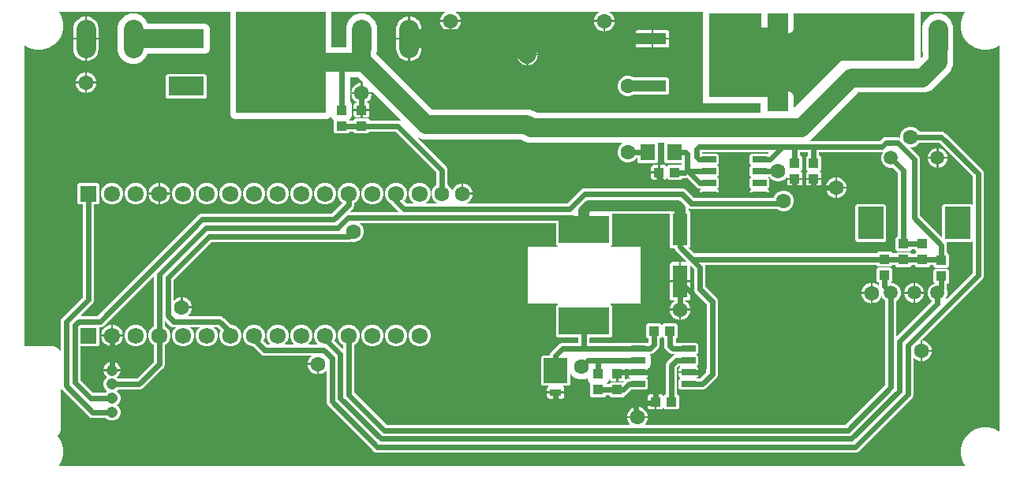
<source format=gbr>
G04 EAGLE Gerber RS-274X export*
G75*
%MOMM*%
%FSLAX34Y34*%
%LPD*%
%INBottom Copper*%
%IPPOS*%
%AMOC8*
5,1,8,0,0,1.08239X$1,22.5*%
G01*
%ADD10R,1.100000X1.000000*%
%ADD11R,1.000000X1.100000*%
%ADD12C,1.650000*%
%ADD13R,2.540000X2.670000*%
%ADD14R,1.270000X0.762000*%
%ADD15R,1.725000X1.725000*%
%ADD16C,1.725000*%
%ADD17R,1.500000X0.650000*%
%ADD18R,5.400000X3.000000*%
%ADD19R,3.000000X1.300000*%
%ADD20R,8.450000X7.500000*%
%ADD21R,2.250000X1.550000*%
%ADD22R,1.600000X1.803000*%
%ADD23C,1.508000*%
%ADD24R,3.810000X2.032000*%
%ADD25R,9.652000X10.922000*%
%ADD26R,1.600000X3.500000*%
%ADD27C,2.095500*%
%ADD28C,1.208000*%
%ADD29C,2.000000*%
%ADD30C,0.600000*%
%ADD31C,1.600000*%
%ADD32C,1.200000*%
%ADD33C,1.000000*%
%ADD34C,4.000000*%

G36*
X1019164Y10169D02*
X1019164Y10169D01*
X1019203Y10167D01*
X1019261Y10188D01*
X1019321Y10200D01*
X1019353Y10222D01*
X1019390Y10236D01*
X1019434Y10278D01*
X1019485Y10313D01*
X1019506Y10346D01*
X1019534Y10373D01*
X1019559Y10429D01*
X1019592Y10480D01*
X1019598Y10519D01*
X1019614Y10555D01*
X1019615Y10616D01*
X1019625Y10677D01*
X1019616Y10715D01*
X1019616Y10754D01*
X1019589Y10827D01*
X1019579Y10870D01*
X1019567Y10886D01*
X1019558Y10910D01*
X1017022Y15302D01*
X1015239Y21956D01*
X1015239Y28844D01*
X1017022Y35498D01*
X1020466Y41463D01*
X1025337Y46334D01*
X1031302Y49778D01*
X1037956Y51561D01*
X1044844Y51561D01*
X1051498Y49778D01*
X1055890Y47242D01*
X1055928Y47229D01*
X1055960Y47208D01*
X1056021Y47198D01*
X1056079Y47179D01*
X1056118Y47182D01*
X1056157Y47175D01*
X1056216Y47189D01*
X1056277Y47194D01*
X1056312Y47212D01*
X1056350Y47221D01*
X1056399Y47257D01*
X1056454Y47286D01*
X1056479Y47316D01*
X1056510Y47339D01*
X1056541Y47392D01*
X1056580Y47439D01*
X1056592Y47476D01*
X1056612Y47510D01*
X1056624Y47587D01*
X1056637Y47629D01*
X1056635Y47649D01*
X1056639Y47674D01*
X1056639Y460326D01*
X1056631Y460364D01*
X1056633Y460403D01*
X1056612Y460461D01*
X1056600Y460521D01*
X1056578Y460553D01*
X1056564Y460590D01*
X1056522Y460634D01*
X1056487Y460685D01*
X1056454Y460706D01*
X1056427Y460734D01*
X1056371Y460759D01*
X1056320Y460792D01*
X1056281Y460798D01*
X1056245Y460814D01*
X1056184Y460815D01*
X1056123Y460825D01*
X1056085Y460816D01*
X1056046Y460816D01*
X1055973Y460789D01*
X1055930Y460779D01*
X1055914Y460767D01*
X1055890Y460758D01*
X1051498Y458222D01*
X1044844Y456439D01*
X1037956Y456439D01*
X1031302Y458222D01*
X1025337Y461666D01*
X1020466Y466537D01*
X1017022Y472502D01*
X1015239Y479156D01*
X1015239Y486044D01*
X1017022Y492698D01*
X1019558Y497090D01*
X1019571Y497128D01*
X1019592Y497160D01*
X1019602Y497221D01*
X1019621Y497279D01*
X1019618Y497318D01*
X1019625Y497357D01*
X1019611Y497416D01*
X1019606Y497477D01*
X1019588Y497512D01*
X1019579Y497550D01*
X1019543Y497599D01*
X1019514Y497654D01*
X1019484Y497679D01*
X1019461Y497710D01*
X1019408Y497741D01*
X1019361Y497780D01*
X1019324Y497792D01*
X1019290Y497812D01*
X1019213Y497824D01*
X1019171Y497837D01*
X1019151Y497835D01*
X1019126Y497839D01*
X972820Y497839D01*
X972812Y497838D01*
X972803Y497839D01*
X972715Y497818D01*
X972625Y497800D01*
X972618Y497795D01*
X972610Y497793D01*
X972537Y497739D01*
X972461Y497687D01*
X972457Y497680D01*
X972450Y497675D01*
X972403Y497597D01*
X972354Y497520D01*
X972353Y497511D01*
X972348Y497504D01*
X972321Y497340D01*
X972321Y448784D01*
X972322Y448780D01*
X972321Y448776D01*
X972342Y448682D01*
X972360Y448590D01*
X972363Y448586D01*
X972364Y448582D01*
X972419Y448504D01*
X972473Y448426D01*
X972476Y448423D01*
X972479Y448420D01*
X972560Y448370D01*
X972640Y448319D01*
X972645Y448318D01*
X972648Y448316D01*
X972742Y448301D01*
X972837Y448286D01*
X972841Y448286D01*
X972845Y448286D01*
X972937Y448309D01*
X973030Y448332D01*
X973033Y448334D01*
X973037Y448335D01*
X973173Y448431D01*
X974453Y449711D01*
X974460Y449722D01*
X974470Y449729D01*
X974515Y449804D01*
X974563Y449877D01*
X974565Y449890D01*
X974572Y449900D01*
X974599Y450065D01*
X974599Y453623D01*
X974596Y453637D01*
X974598Y453652D01*
X974561Y453814D01*
X974122Y454875D01*
X974122Y482385D01*
X976630Y488442D01*
X981266Y493077D01*
X987322Y495586D01*
X993878Y495586D01*
X999934Y493077D01*
X1004570Y488442D01*
X1007078Y482385D01*
X1007078Y454875D01*
X1006639Y453814D01*
X1006636Y453799D01*
X1006628Y453787D01*
X1006601Y453623D01*
X1006601Y440047D01*
X1004165Y434166D01*
X983154Y413155D01*
X977273Y410719D01*
X904725Y410719D01*
X904712Y410717D01*
X904700Y410719D01*
X904615Y410697D01*
X904530Y410680D01*
X904519Y410673D01*
X904507Y410669D01*
X904371Y410573D01*
X853551Y359753D01*
X853549Y359749D01*
X853546Y359747D01*
X853494Y359667D01*
X853442Y359587D01*
X853441Y359583D01*
X853439Y359580D01*
X853423Y359486D01*
X853405Y359392D01*
X853406Y359388D01*
X853405Y359383D01*
X853427Y359292D01*
X853448Y359198D01*
X853451Y359194D01*
X853452Y359190D01*
X853508Y359114D01*
X853563Y359035D01*
X853567Y359033D01*
X853569Y359030D01*
X853651Y358981D01*
X853733Y358931D01*
X853737Y358931D01*
X853740Y358928D01*
X853904Y358901D01*
X928058Y358901D01*
X928070Y358903D01*
X928082Y358901D01*
X928167Y358923D01*
X928252Y358940D01*
X928263Y358947D01*
X928275Y358951D01*
X928411Y359047D01*
X931321Y361957D01*
X933526Y362871D01*
X948614Y362871D01*
X949699Y362421D01*
X949705Y362420D01*
X949710Y362417D01*
X949803Y362401D01*
X949894Y362383D01*
X949900Y362385D01*
X949907Y362383D01*
X949997Y362405D01*
X950089Y362424D01*
X950094Y362428D01*
X950100Y362429D01*
X950175Y362484D01*
X950252Y362538D01*
X950255Y362544D01*
X950260Y362547D01*
X950307Y362627D01*
X950357Y362707D01*
X950358Y362713D01*
X950362Y362718D01*
X950389Y362882D01*
X950389Y365408D01*
X952064Y369451D01*
X955159Y372546D01*
X959202Y374221D01*
X963578Y374221D01*
X967621Y372546D01*
X970777Y369390D01*
X970794Y369365D01*
X970804Y369359D01*
X970810Y369350D01*
X970886Y369305D01*
X970961Y369256D01*
X970972Y369254D01*
X970981Y369248D01*
X971145Y369221D01*
X995604Y369221D01*
X997809Y368307D01*
X999567Y366549D01*
X1037109Y329007D01*
X1038867Y327249D01*
X1039781Y325044D01*
X1039781Y213436D01*
X1038867Y211231D01*
X971967Y144331D01*
X971960Y144320D01*
X971950Y144313D01*
X971906Y144238D01*
X971857Y144165D01*
X971855Y144152D01*
X971848Y144142D01*
X971821Y143978D01*
X971821Y133850D01*
X971822Y133842D01*
X971821Y133834D01*
X971842Y133745D01*
X971860Y133655D01*
X971865Y133648D01*
X971867Y133640D01*
X971921Y133567D01*
X971973Y133491D01*
X971980Y133487D01*
X971985Y133480D01*
X972063Y133434D01*
X972140Y133384D01*
X972149Y133383D01*
X972156Y133379D01*
X972320Y133351D01*
X972821Y133351D01*
X972821Y133349D01*
X972320Y133349D01*
X972312Y133347D01*
X972303Y133349D01*
X972215Y133328D01*
X972125Y133310D01*
X972118Y133305D01*
X972110Y133303D01*
X972037Y133249D01*
X971961Y133197D01*
X971957Y133190D01*
X971950Y133185D01*
X971903Y133107D01*
X971854Y133029D01*
X971853Y133021D01*
X971848Y133014D01*
X971821Y132850D01*
X971821Y122370D01*
X970244Y122620D01*
X968597Y123155D01*
X967054Y123941D01*
X965653Y124959D01*
X965053Y125560D01*
X965050Y125562D01*
X965047Y125565D01*
X964967Y125617D01*
X964887Y125669D01*
X964883Y125670D01*
X964880Y125672D01*
X964786Y125688D01*
X964692Y125706D01*
X964688Y125705D01*
X964683Y125706D01*
X964592Y125684D01*
X964498Y125663D01*
X964494Y125661D01*
X964490Y125660D01*
X964414Y125604D01*
X964335Y125548D01*
X964333Y125544D01*
X964330Y125542D01*
X964282Y125460D01*
X964231Y125378D01*
X964231Y125374D01*
X964228Y125371D01*
X964201Y125207D01*
X964201Y85730D01*
X963287Y83525D01*
X961529Y81767D01*
X906693Y26931D01*
X904935Y25173D01*
X902730Y24259D01*
X387590Y24259D01*
X385385Y25173D01*
X383627Y26931D01*
X336811Y73747D01*
X335053Y75505D01*
X334139Y77710D01*
X334139Y111637D01*
X334138Y111641D01*
X334139Y111645D01*
X334119Y111738D01*
X334100Y111831D01*
X334097Y111835D01*
X334096Y111839D01*
X334041Y111917D01*
X333987Y111995D01*
X333984Y111998D01*
X333981Y112001D01*
X333900Y112051D01*
X333820Y112102D01*
X333815Y112103D01*
X333812Y112105D01*
X333718Y112120D01*
X333623Y112136D01*
X333619Y112135D01*
X333615Y112135D01*
X333523Y112112D01*
X333430Y112090D01*
X333427Y112087D01*
X333423Y112086D01*
X333287Y111990D01*
X332286Y110989D01*
X330886Y109971D01*
X329343Y109185D01*
X327696Y108650D01*
X326119Y108400D01*
X326119Y118880D01*
X326118Y118888D01*
X326119Y118896D01*
X326098Y118985D01*
X326080Y119075D01*
X326075Y119082D01*
X326073Y119090D01*
X326019Y119163D01*
X325967Y119239D01*
X325960Y119243D01*
X325955Y119250D01*
X325877Y119296D01*
X325800Y119346D01*
X325791Y119347D01*
X325784Y119351D01*
X325620Y119379D01*
X325119Y119379D01*
X325119Y119880D01*
X325117Y119888D01*
X325119Y119896D01*
X325098Y119985D01*
X325080Y120075D01*
X325075Y120082D01*
X325073Y120090D01*
X325019Y120163D01*
X324967Y120239D01*
X324960Y120243D01*
X324955Y120250D01*
X324877Y120296D01*
X324799Y120346D01*
X324791Y120347D01*
X324784Y120351D01*
X324620Y120379D01*
X314140Y120379D01*
X314390Y121956D01*
X314925Y123603D01*
X315711Y125146D01*
X316729Y126546D01*
X317950Y127767D01*
X317952Y127771D01*
X317955Y127773D01*
X318006Y127853D01*
X318059Y127933D01*
X318060Y127937D01*
X318062Y127940D01*
X318078Y128034D01*
X318096Y128128D01*
X318095Y128132D01*
X318096Y128137D01*
X318074Y128228D01*
X318053Y128322D01*
X318051Y128326D01*
X318050Y128330D01*
X317994Y128406D01*
X317938Y128485D01*
X317934Y128487D01*
X317932Y128490D01*
X317850Y128539D01*
X317768Y128589D01*
X317764Y128589D01*
X317761Y128592D01*
X317597Y128619D01*
X266776Y128619D01*
X264571Y129533D01*
X256016Y138088D01*
X256005Y138095D01*
X255998Y138105D01*
X255923Y138150D01*
X255850Y138198D01*
X255837Y138200D01*
X255827Y138207D01*
X255663Y138234D01*
X254227Y138234D01*
X249955Y140004D01*
X246684Y143275D01*
X244914Y147547D01*
X244914Y152173D01*
X246684Y156445D01*
X249955Y159716D01*
X254227Y161486D01*
X258853Y161486D01*
X263125Y159716D01*
X266396Y156445D01*
X268166Y152173D01*
X268166Y147547D01*
X266935Y144577D01*
X266933Y144567D01*
X266928Y144558D01*
X266914Y144469D01*
X266897Y144382D01*
X266899Y144371D01*
X266898Y144361D01*
X266920Y144275D01*
X266938Y144187D01*
X266945Y144179D01*
X266947Y144168D01*
X267043Y144033D01*
X270309Y140767D01*
X270320Y140760D01*
X270327Y140750D01*
X270402Y140705D01*
X270475Y140657D01*
X270488Y140655D01*
X270498Y140648D01*
X270662Y140621D01*
X273533Y140621D01*
X273537Y140622D01*
X273541Y140621D01*
X273634Y140641D01*
X273728Y140660D01*
X273731Y140663D01*
X273735Y140664D01*
X273813Y140719D01*
X273892Y140773D01*
X273894Y140776D01*
X273897Y140779D01*
X273947Y140860D01*
X273999Y140940D01*
X273999Y140945D01*
X274001Y140948D01*
X274016Y141042D01*
X274032Y141137D01*
X274031Y141141D01*
X274031Y141145D01*
X274008Y141237D01*
X273986Y141330D01*
X273983Y141333D01*
X273982Y141337D01*
X273886Y141473D01*
X272084Y143275D01*
X270314Y147547D01*
X270314Y152173D01*
X272084Y156445D01*
X275355Y159716D01*
X279627Y161486D01*
X284253Y161486D01*
X288525Y159716D01*
X291796Y156445D01*
X293566Y152173D01*
X293566Y147547D01*
X291796Y143275D01*
X289994Y141473D01*
X289992Y141469D01*
X289988Y141467D01*
X289938Y141387D01*
X289884Y141307D01*
X289884Y141303D01*
X289881Y141300D01*
X289866Y141206D01*
X289848Y141112D01*
X289849Y141108D01*
X289848Y141103D01*
X289870Y141012D01*
X289891Y140918D01*
X289893Y140914D01*
X289894Y140910D01*
X289950Y140834D01*
X290006Y140755D01*
X290010Y140753D01*
X290012Y140750D01*
X290094Y140701D01*
X290175Y140651D01*
X290180Y140651D01*
X290183Y140648D01*
X290347Y140621D01*
X298933Y140621D01*
X298937Y140622D01*
X298941Y140621D01*
X299034Y140641D01*
X299128Y140660D01*
X299131Y140663D01*
X299135Y140664D01*
X299213Y140719D01*
X299292Y140773D01*
X299294Y140776D01*
X299297Y140779D01*
X299347Y140860D01*
X299399Y140940D01*
X299399Y140945D01*
X299401Y140948D01*
X299416Y141042D01*
X299432Y141137D01*
X299431Y141141D01*
X299431Y141145D01*
X299408Y141237D01*
X299386Y141330D01*
X299383Y141333D01*
X299382Y141337D01*
X299286Y141473D01*
X297484Y143275D01*
X295714Y147547D01*
X295714Y152173D01*
X297484Y156445D01*
X300755Y159716D01*
X305027Y161486D01*
X309653Y161486D01*
X313925Y159716D01*
X317196Y156445D01*
X318966Y152173D01*
X318966Y147547D01*
X317196Y143275D01*
X315394Y141473D01*
X315392Y141469D01*
X315388Y141467D01*
X315338Y141387D01*
X315284Y141307D01*
X315284Y141303D01*
X315281Y141300D01*
X315266Y141206D01*
X315248Y141112D01*
X315249Y141108D01*
X315248Y141103D01*
X315270Y141012D01*
X315291Y140918D01*
X315293Y140914D01*
X315294Y140910D01*
X315350Y140834D01*
X315406Y140755D01*
X315410Y140753D01*
X315412Y140750D01*
X315494Y140701D01*
X315575Y140651D01*
X315580Y140651D01*
X315583Y140648D01*
X315747Y140621D01*
X324333Y140621D01*
X324337Y140622D01*
X324341Y140621D01*
X324434Y140641D01*
X324528Y140660D01*
X324531Y140663D01*
X324535Y140664D01*
X324613Y140719D01*
X324692Y140773D01*
X324694Y140776D01*
X324697Y140779D01*
X324747Y140860D01*
X324799Y140940D01*
X324799Y140945D01*
X324801Y140948D01*
X324816Y141042D01*
X324832Y141137D01*
X324831Y141141D01*
X324831Y141145D01*
X324808Y141237D01*
X324786Y141330D01*
X324783Y141333D01*
X324782Y141337D01*
X324686Y141473D01*
X322884Y143275D01*
X321114Y147547D01*
X321114Y152173D01*
X322884Y156445D01*
X326155Y159716D01*
X330427Y161486D01*
X335053Y161486D01*
X339325Y159716D01*
X342596Y156445D01*
X344366Y152173D01*
X344366Y147547D01*
X343135Y144577D01*
X343133Y144567D01*
X343128Y144558D01*
X343114Y144469D01*
X343097Y144382D01*
X343099Y144371D01*
X343098Y144361D01*
X343120Y144275D01*
X343138Y144187D01*
X343145Y144179D01*
X343147Y144168D01*
X343243Y144033D01*
X351287Y135989D01*
X351291Y135987D01*
X351293Y135984D01*
X351373Y135932D01*
X351453Y135880D01*
X351457Y135879D01*
X351460Y135876D01*
X351554Y135861D01*
X351648Y135843D01*
X351652Y135844D01*
X351657Y135843D01*
X351748Y135865D01*
X351842Y135886D01*
X351846Y135888D01*
X351850Y135889D01*
X351926Y135945D01*
X352005Y136001D01*
X352007Y136005D01*
X352010Y136007D01*
X352059Y136089D01*
X352109Y136171D01*
X352109Y136175D01*
X352112Y136178D01*
X352139Y136342D01*
X352139Y139428D01*
X352137Y139439D01*
X352139Y139449D01*
X352118Y139535D01*
X352100Y139623D01*
X352094Y139632D01*
X352091Y139642D01*
X352038Y139714D01*
X351987Y139787D01*
X351978Y139793D01*
X351972Y139801D01*
X351831Y139890D01*
X351555Y140004D01*
X348284Y143275D01*
X346514Y147547D01*
X346514Y152173D01*
X348284Y156445D01*
X351555Y159716D01*
X355827Y161486D01*
X360453Y161486D01*
X364725Y159716D01*
X367996Y156445D01*
X369766Y152173D01*
X369766Y147547D01*
X367996Y143275D01*
X364725Y140004D01*
X364449Y139890D01*
X364440Y139884D01*
X364430Y139881D01*
X364358Y139828D01*
X364284Y139778D01*
X364278Y139770D01*
X364270Y139763D01*
X364224Y139687D01*
X364176Y139612D01*
X364174Y139601D01*
X364168Y139592D01*
X364141Y139428D01*
X364141Y89052D01*
X364143Y89040D01*
X364141Y89028D01*
X364163Y88943D01*
X364180Y88858D01*
X364187Y88847D01*
X364191Y88835D01*
X364287Y88699D01*
X398579Y54407D01*
X398590Y54400D01*
X398597Y54390D01*
X398672Y54345D01*
X398745Y54297D01*
X398758Y54295D01*
X398768Y54288D01*
X398932Y54261D01*
X659257Y54261D01*
X659261Y54262D01*
X659266Y54261D01*
X659358Y54281D01*
X659451Y54300D01*
X659455Y54303D01*
X659460Y54304D01*
X659537Y54359D01*
X659615Y54413D01*
X659618Y54417D01*
X659622Y54420D01*
X659671Y54500D01*
X659722Y54580D01*
X659723Y54585D01*
X659726Y54589D01*
X659740Y54683D01*
X659756Y54777D01*
X659755Y54781D01*
X659755Y54786D01*
X659731Y54878D01*
X659728Y54892D01*
X659726Y54913D01*
X659720Y54924D01*
X659710Y54970D01*
X659707Y54974D01*
X659706Y54978D01*
X659666Y55033D01*
X659652Y55062D01*
X658611Y56494D01*
X657825Y58037D01*
X657290Y59684D01*
X657040Y61261D01*
X667520Y61261D01*
X667528Y61262D01*
X667536Y61261D01*
X667625Y61282D01*
X667715Y61300D01*
X667722Y61305D01*
X667730Y61307D01*
X667803Y61361D01*
X667879Y61413D01*
X667883Y61420D01*
X667890Y61425D01*
X667936Y61503D01*
X667986Y61580D01*
X667987Y61589D01*
X667991Y61596D01*
X668019Y61760D01*
X668019Y62261D01*
X668021Y62261D01*
X668021Y61760D01*
X668023Y61752D01*
X668021Y61743D01*
X668042Y61655D01*
X668060Y61565D01*
X668065Y61558D01*
X668067Y61550D01*
X668121Y61477D01*
X668173Y61401D01*
X668180Y61397D01*
X668185Y61390D01*
X668263Y61343D01*
X668341Y61294D01*
X668349Y61293D01*
X668356Y61288D01*
X668520Y61261D01*
X679000Y61261D01*
X678750Y59684D01*
X678215Y58037D01*
X677429Y56494D01*
X676388Y55062D01*
X676369Y55020D01*
X676321Y54948D01*
X676320Y54943D01*
X676318Y54940D01*
X676309Y54889D01*
X676305Y54881D01*
X676305Y54864D01*
X676302Y54846D01*
X676284Y54753D01*
X676285Y54748D01*
X676284Y54743D01*
X676306Y54652D01*
X676327Y54558D01*
X676329Y54555D01*
X676330Y54550D01*
X676386Y54475D01*
X676442Y54396D01*
X676446Y54394D01*
X676448Y54390D01*
X676529Y54342D01*
X676611Y54292D01*
X676615Y54291D01*
X676619Y54288D01*
X676783Y54261D01*
X891388Y54261D01*
X891400Y54263D01*
X891412Y54261D01*
X891497Y54283D01*
X891582Y54300D01*
X891593Y54307D01*
X891605Y54311D01*
X891741Y54407D01*
X934053Y96719D01*
X934060Y96730D01*
X934070Y96737D01*
X934115Y96812D01*
X934163Y96885D01*
X934165Y96898D01*
X934172Y96908D01*
X934199Y97072D01*
X934199Y186651D01*
X934197Y186663D01*
X934199Y186676D01*
X934177Y186760D01*
X934160Y186846D01*
X934153Y186856D01*
X934149Y186869D01*
X934053Y187004D01*
X931264Y189793D01*
X930606Y191381D01*
X930593Y191401D01*
X930586Y191424D01*
X930538Y191482D01*
X930495Y191545D01*
X930475Y191559D01*
X930460Y191577D01*
X930392Y191612D01*
X930329Y191654D01*
X930305Y191658D01*
X930283Y191669D01*
X930208Y191675D01*
X930133Y191689D01*
X930109Y191683D01*
X930085Y191685D01*
X930013Y191661D01*
X929939Y191644D01*
X929919Y191630D01*
X929897Y191622D01*
X929840Y191572D01*
X929778Y191528D01*
X929765Y191507D01*
X929747Y191491D01*
X929703Y191406D01*
X929693Y191392D01*
X928889Y189814D01*
X927871Y188414D01*
X926646Y187189D01*
X925246Y186171D01*
X923703Y185385D01*
X922056Y184850D01*
X920479Y184600D01*
X920479Y195080D01*
X920478Y195088D01*
X920479Y195096D01*
X920458Y195185D01*
X920440Y195275D01*
X920435Y195282D01*
X920433Y195290D01*
X920379Y195363D01*
X920327Y195439D01*
X920320Y195443D01*
X920315Y195450D01*
X920237Y195496D01*
X920160Y195546D01*
X920151Y195547D01*
X920144Y195551D01*
X919980Y195579D01*
X919479Y195579D01*
X919479Y195581D01*
X919980Y195581D01*
X919988Y195583D01*
X919996Y195581D01*
X920085Y195602D01*
X920175Y195620D01*
X920182Y195625D01*
X920190Y195627D01*
X920263Y195681D01*
X920339Y195733D01*
X920343Y195740D01*
X920350Y195745D01*
X920396Y195823D01*
X920446Y195901D01*
X920447Y195909D01*
X920451Y195916D01*
X920479Y196080D01*
X920479Y206560D01*
X922056Y206310D01*
X923703Y205775D01*
X925246Y204989D01*
X926657Y203964D01*
X926716Y203937D01*
X926770Y203902D01*
X926779Y203900D01*
X926784Y203897D01*
X926812Y203893D01*
X926837Y203881D01*
X926889Y203880D01*
X926948Y203870D01*
X926950Y203870D01*
X926954Y203871D01*
X926967Y203868D01*
X927001Y203877D01*
X927036Y203876D01*
X927097Y203900D01*
X927099Y203900D01*
X927145Y203909D01*
X927148Y203912D01*
X927160Y203915D01*
X927188Y203935D01*
X927221Y203948D01*
X927267Y203993D01*
X927309Y204022D01*
X927312Y204026D01*
X927320Y204032D01*
X927338Y204063D01*
X927363Y204088D01*
X927387Y204144D01*
X927416Y204189D01*
X927417Y204196D01*
X927422Y204203D01*
X927428Y204243D01*
X927440Y204271D01*
X927440Y204310D01*
X927449Y204367D01*
X927449Y206520D01*
X927448Y206528D01*
X927449Y206537D01*
X927428Y206624D01*
X927410Y206715D01*
X927405Y206722D01*
X927403Y206730D01*
X927349Y206803D01*
X927297Y206879D01*
X927290Y206883D01*
X927285Y206890D01*
X927207Y206937D01*
X927130Y206986D01*
X927121Y206987D01*
X927114Y206992D01*
X926950Y207019D01*
X926707Y207019D01*
X924949Y208777D01*
X924949Y221263D01*
X926707Y223021D01*
X940193Y223021D01*
X941951Y221263D01*
X941951Y208777D01*
X940331Y207157D01*
X940328Y207153D01*
X940325Y207151D01*
X940274Y207071D01*
X940221Y206991D01*
X940220Y206987D01*
X940218Y206984D01*
X940202Y206890D01*
X940185Y206796D01*
X940185Y206792D01*
X940185Y206787D01*
X940207Y206696D01*
X940227Y206602D01*
X940230Y206598D01*
X940231Y206594D01*
X940287Y206518D01*
X940343Y206439D01*
X940346Y206437D01*
X940349Y206434D01*
X940430Y206385D01*
X940512Y206335D01*
X940516Y206335D01*
X940520Y206332D01*
X940684Y206305D01*
X942297Y206305D01*
X946171Y204700D01*
X949136Y201735D01*
X950741Y197861D01*
X950741Y193667D01*
X949136Y189793D01*
X946347Y187004D01*
X946340Y186994D01*
X946330Y186986D01*
X946285Y186911D01*
X946237Y186838D01*
X946235Y186826D01*
X946228Y186815D01*
X946201Y186651D01*
X946201Y150026D01*
X946202Y150022D01*
X946201Y150018D01*
X946221Y149925D01*
X946240Y149831D01*
X946243Y149828D01*
X946244Y149824D01*
X946299Y149746D01*
X946353Y149668D01*
X946356Y149665D01*
X946359Y149662D01*
X946440Y149612D01*
X946520Y149560D01*
X946525Y149560D01*
X946528Y149558D01*
X946622Y149543D01*
X946717Y149527D01*
X946721Y149528D01*
X946725Y149528D01*
X946817Y149551D01*
X946910Y149573D01*
X946913Y149576D01*
X946917Y149577D01*
X947053Y149673D01*
X983865Y186486D01*
X983870Y186493D01*
X983877Y186498D01*
X983925Y186575D01*
X983975Y186652D01*
X983977Y186660D01*
X983981Y186667D01*
X983995Y186757D01*
X984012Y186847D01*
X984010Y186855D01*
X984011Y186864D01*
X983989Y186952D01*
X983969Y187041D01*
X983964Y187048D01*
X983962Y187056D01*
X983865Y187192D01*
X981264Y189793D01*
X979659Y193667D01*
X979659Y197861D01*
X981264Y201735D01*
X984229Y204700D01*
X986712Y205728D01*
X986717Y205732D01*
X986723Y205733D01*
X986799Y205787D01*
X986877Y205839D01*
X986880Y205845D01*
X986885Y205848D01*
X986934Y205928D01*
X986985Y206006D01*
X986986Y206012D01*
X986989Y206018D01*
X987003Y206110D01*
X987020Y206202D01*
X987018Y206208D01*
X987019Y206214D01*
X986996Y206304D01*
X986975Y206396D01*
X986972Y206401D01*
X986970Y206407D01*
X986874Y206543D01*
X985909Y207507D01*
X985909Y219993D01*
X987667Y221751D01*
X1001153Y221751D01*
X1002911Y219993D01*
X1002911Y207507D01*
X1001153Y205749D01*
X1000910Y205749D01*
X1000902Y205748D01*
X1000893Y205749D01*
X1000805Y205728D01*
X1000715Y205710D01*
X1000708Y205705D01*
X1000700Y205703D01*
X1000627Y205649D01*
X1000551Y205597D01*
X1000547Y205590D01*
X1000540Y205585D01*
X1000493Y205507D01*
X1000444Y205430D01*
X1000443Y205421D01*
X1000438Y205414D01*
X1000411Y205250D01*
X1000411Y198757D01*
X1000414Y198742D01*
X1000412Y198728D01*
X1000449Y198566D01*
X1000741Y197861D01*
X1000741Y193667D01*
X999162Y189857D01*
X999162Y189855D01*
X999161Y189853D01*
X999143Y189757D01*
X999124Y189662D01*
X999125Y189660D01*
X999125Y189658D01*
X999146Y189561D01*
X999166Y189467D01*
X999167Y189466D01*
X999167Y189464D01*
X999224Y189384D01*
X999280Y189304D01*
X999281Y189303D01*
X999283Y189302D01*
X999366Y189250D01*
X999448Y189199D01*
X999450Y189198D01*
X999452Y189197D01*
X999548Y189183D01*
X999644Y189167D01*
X999646Y189168D01*
X999648Y189167D01*
X999744Y189192D01*
X999837Y189215D01*
X999839Y189216D01*
X999841Y189217D01*
X999977Y189313D01*
X1027633Y216969D01*
X1027640Y216980D01*
X1027650Y216987D01*
X1027695Y217062D01*
X1027743Y217135D01*
X1027745Y217148D01*
X1027752Y217158D01*
X1027779Y217322D01*
X1027779Y250687D01*
X1027778Y250691D01*
X1027779Y250695D01*
X1027759Y250789D01*
X1027740Y250882D01*
X1027737Y250886D01*
X1027736Y250890D01*
X1027681Y250968D01*
X1027627Y251046D01*
X1027624Y251048D01*
X1027621Y251052D01*
X1027540Y251102D01*
X1027460Y251153D01*
X1027455Y251154D01*
X1027452Y251156D01*
X1027358Y251170D01*
X1027263Y251186D01*
X1027259Y251185D01*
X1027255Y251186D01*
X1027163Y251162D01*
X1027070Y251140D01*
X1027067Y251138D01*
X1027063Y251137D01*
X1026927Y251040D01*
X1026150Y250263D01*
X1000382Y250263D01*
X1000375Y250262D01*
X1000369Y250263D01*
X1000278Y250242D01*
X1000187Y250224D01*
X1000181Y250220D01*
X1000175Y250219D01*
X1000099Y250164D01*
X1000023Y250111D01*
X1000019Y250106D01*
X1000014Y250102D01*
X999966Y250022D01*
X999916Y249944D01*
X999915Y249937D01*
X999911Y249932D01*
X999898Y249840D01*
X999883Y249747D01*
X999884Y249741D01*
X999883Y249735D01*
X999920Y249573D01*
X1000411Y248389D01*
X1000411Y239250D01*
X1000412Y239242D01*
X1000411Y239233D01*
X1000432Y239145D01*
X1000450Y239055D01*
X1000455Y239048D01*
X1000457Y239040D01*
X1000511Y238967D01*
X1000563Y238891D01*
X1000570Y238887D01*
X1000575Y238880D01*
X1000653Y238833D01*
X1000730Y238784D01*
X1000739Y238783D01*
X1000746Y238778D01*
X1000910Y238751D01*
X1001153Y238751D01*
X1002911Y236993D01*
X1002911Y224507D01*
X1001153Y222749D01*
X987667Y222749D01*
X985909Y224507D01*
X985909Y225030D01*
X985908Y225038D01*
X985909Y225047D01*
X985888Y225135D01*
X985870Y225225D01*
X985865Y225232D01*
X985863Y225240D01*
X985809Y225313D01*
X985757Y225389D01*
X985750Y225393D01*
X985745Y225400D01*
X985667Y225447D01*
X985590Y225496D01*
X985581Y225497D01*
X985574Y225502D01*
X985410Y225529D01*
X982590Y225529D01*
X982582Y225528D01*
X982573Y225529D01*
X982485Y225508D01*
X982395Y225490D01*
X982388Y225485D01*
X982380Y225483D01*
X982307Y225429D01*
X982231Y225377D01*
X982227Y225370D01*
X982220Y225365D01*
X982173Y225287D01*
X982124Y225210D01*
X982123Y225201D01*
X982118Y225194D01*
X982091Y225030D01*
X982091Y224787D01*
X980333Y223029D01*
X967847Y223029D01*
X966089Y224787D01*
X966089Y225030D01*
X966088Y225038D01*
X966089Y225047D01*
X966068Y225135D01*
X966050Y225225D01*
X966045Y225232D01*
X966043Y225240D01*
X965989Y225313D01*
X965937Y225389D01*
X965930Y225393D01*
X965925Y225400D01*
X965847Y225447D01*
X965770Y225496D01*
X965761Y225497D01*
X965754Y225502D01*
X965590Y225529D01*
X962720Y225529D01*
X962707Y225527D01*
X962695Y225529D01*
X962611Y225507D01*
X962525Y225490D01*
X962514Y225483D01*
X962502Y225479D01*
X962367Y225383D01*
X960513Y223529D01*
X947027Y223529D01*
X945269Y225287D01*
X945269Y225520D01*
X945268Y225528D01*
X945269Y225537D01*
X945248Y225625D01*
X945230Y225715D01*
X945225Y225722D01*
X945223Y225730D01*
X945169Y225803D01*
X945117Y225879D01*
X945110Y225883D01*
X945105Y225890D01*
X945027Y225937D01*
X944950Y225986D01*
X944941Y225987D01*
X944934Y225992D01*
X944770Y226019D01*
X942400Y226019D01*
X942387Y226017D01*
X942375Y226019D01*
X942291Y225997D01*
X942205Y225980D01*
X942194Y225973D01*
X942182Y225969D01*
X942047Y225873D01*
X940193Y224019D01*
X926707Y224019D01*
X924853Y225873D01*
X924843Y225880D01*
X924835Y225890D01*
X924761Y225934D01*
X924688Y225983D01*
X924675Y225985D01*
X924664Y225992D01*
X924500Y226019D01*
X741528Y226019D01*
X741522Y226018D01*
X741515Y226019D01*
X741425Y225998D01*
X741333Y225980D01*
X741328Y225976D01*
X741321Y225975D01*
X741246Y225920D01*
X741169Y225867D01*
X741166Y225862D01*
X741160Y225858D01*
X741112Y225778D01*
X741062Y225700D01*
X741061Y225693D01*
X741058Y225688D01*
X741044Y225596D01*
X741029Y225503D01*
X741030Y225497D01*
X741029Y225491D01*
X741066Y225329D01*
X741315Y224730D01*
X741315Y202066D01*
X741317Y202054D01*
X741315Y202042D01*
X741337Y201957D01*
X741354Y201871D01*
X741361Y201861D01*
X741365Y201849D01*
X741461Y201713D01*
X753227Y189947D01*
X754141Y187742D01*
X754141Y106866D01*
X753227Y104661D01*
X741269Y92703D01*
X739064Y91789D01*
X732160Y91789D01*
X732147Y91787D01*
X732135Y91789D01*
X732051Y91767D01*
X731965Y91750D01*
X731954Y91743D01*
X731942Y91739D01*
X731807Y91643D01*
X731703Y91539D01*
X714217Y91539D01*
X712459Y93297D01*
X712459Y102283D01*
X714044Y103867D01*
X714084Y103928D01*
X714131Y103985D01*
X714139Y104011D01*
X714153Y104033D01*
X714167Y104105D01*
X714188Y104176D01*
X714185Y104202D01*
X714190Y104228D01*
X714174Y104300D01*
X714166Y104373D01*
X714153Y104396D01*
X714147Y104423D01*
X714104Y104483D01*
X714068Y104547D01*
X714045Y104566D01*
X714032Y104585D01*
X713995Y104608D01*
X713940Y104653D01*
X713618Y104839D01*
X713059Y105398D01*
X712664Y106082D01*
X712459Y106845D01*
X712459Y109491D01*
X722460Y109491D01*
X722468Y109492D01*
X722476Y109491D01*
X722565Y109512D01*
X722655Y109530D01*
X722662Y109535D01*
X722670Y109537D01*
X722743Y109591D01*
X722819Y109643D01*
X722823Y109650D01*
X722830Y109655D01*
X722876Y109733D01*
X722926Y109810D01*
X722927Y109819D01*
X722931Y109826D01*
X722959Y109990D01*
X722959Y110990D01*
X722957Y110998D01*
X722959Y111006D01*
X722938Y111095D01*
X722920Y111185D01*
X722915Y111192D01*
X722913Y111200D01*
X722859Y111273D01*
X722807Y111349D01*
X722800Y111353D01*
X722795Y111360D01*
X722717Y111406D01*
X722639Y111456D01*
X722631Y111457D01*
X722624Y111461D01*
X722460Y111489D01*
X712459Y111489D01*
X712459Y114135D01*
X712664Y114898D01*
X713059Y115582D01*
X713618Y116141D01*
X713819Y116258D01*
X713871Y116304D01*
X713928Y116343D01*
X713945Y116369D01*
X713968Y116389D01*
X713998Y116452D01*
X714035Y116510D01*
X714041Y116541D01*
X714054Y116569D01*
X714057Y116638D01*
X714069Y116707D01*
X714061Y116737D01*
X714063Y116767D01*
X714039Y116833D01*
X714023Y116900D01*
X714004Y116925D01*
X713994Y116954D01*
X713946Y117004D01*
X713905Y117060D01*
X713878Y117076D01*
X713857Y117098D01*
X713793Y117126D01*
X713734Y117162D01*
X713699Y117167D01*
X713675Y117178D01*
X713633Y117179D01*
X713570Y117189D01*
X712622Y117189D01*
X712610Y117187D01*
X712598Y117189D01*
X712513Y117167D01*
X712428Y117150D01*
X712417Y117143D01*
X712405Y117139D01*
X712269Y117043D01*
X710607Y115381D01*
X710600Y115370D01*
X710590Y115363D01*
X710545Y115288D01*
X710497Y115215D01*
X710495Y115202D01*
X710488Y115192D01*
X710461Y115028D01*
X710461Y87240D01*
X710462Y87232D01*
X710461Y87223D01*
X710482Y87135D01*
X710500Y87045D01*
X710505Y87038D01*
X710507Y87030D01*
X710561Y86957D01*
X710613Y86881D01*
X710620Y86877D01*
X710625Y86870D01*
X710703Y86823D01*
X710780Y86774D01*
X710789Y86773D01*
X710796Y86768D01*
X710960Y86741D01*
X711203Y86741D01*
X712961Y84983D01*
X712961Y72497D01*
X711203Y70739D01*
X697717Y70739D01*
X696260Y72197D01*
X696198Y72237D01*
X696142Y72284D01*
X696116Y72292D01*
X696094Y72306D01*
X696022Y72320D01*
X695951Y72341D01*
X695925Y72338D01*
X695898Y72343D01*
X695827Y72327D01*
X695754Y72319D01*
X695730Y72306D01*
X695704Y72300D01*
X695644Y72257D01*
X695580Y72221D01*
X695561Y72198D01*
X695542Y72185D01*
X695519Y72148D01*
X695474Y72093D01*
X695361Y71898D01*
X694802Y71339D01*
X694118Y70944D01*
X693355Y70739D01*
X688459Y70739D01*
X688459Y78240D01*
X688457Y78248D01*
X688459Y78256D01*
X688438Y78345D01*
X688420Y78435D01*
X688415Y78442D01*
X688413Y78450D01*
X688359Y78523D01*
X688307Y78599D01*
X688300Y78603D01*
X688295Y78610D01*
X688217Y78656D01*
X688139Y78706D01*
X688131Y78707D01*
X688124Y78711D01*
X687960Y78739D01*
X687459Y78739D01*
X687459Y78741D01*
X687960Y78741D01*
X687968Y78743D01*
X687976Y78741D01*
X688065Y78762D01*
X688155Y78780D01*
X688162Y78785D01*
X688170Y78787D01*
X688243Y78841D01*
X688319Y78893D01*
X688323Y78900D01*
X688330Y78905D01*
X688376Y78983D01*
X688426Y79061D01*
X688427Y79069D01*
X688431Y79076D01*
X688459Y79240D01*
X688459Y86741D01*
X693355Y86741D01*
X694118Y86536D01*
X694802Y86141D01*
X695361Y85582D01*
X695474Y85387D01*
X695523Y85332D01*
X695565Y85272D01*
X695588Y85258D01*
X695606Y85238D01*
X695672Y85206D01*
X695735Y85168D01*
X695761Y85164D01*
X695785Y85152D01*
X695859Y85149D01*
X695931Y85138D01*
X695957Y85144D01*
X695984Y85143D01*
X696053Y85169D01*
X696124Y85187D01*
X696148Y85204D01*
X696170Y85212D01*
X696202Y85242D01*
X696260Y85283D01*
X697717Y86741D01*
X697960Y86741D01*
X697968Y86742D01*
X697977Y86741D01*
X698065Y86762D01*
X698155Y86780D01*
X698162Y86785D01*
X698170Y86787D01*
X698243Y86841D01*
X698319Y86893D01*
X698323Y86900D01*
X698330Y86905D01*
X698377Y86983D01*
X698426Y87060D01*
X698427Y87069D01*
X698432Y87076D01*
X698459Y87240D01*
X698459Y118914D01*
X699373Y121119D01*
X706531Y128277D01*
X708104Y128929D01*
X708106Y128930D01*
X708108Y128930D01*
X708188Y128985D01*
X708269Y129040D01*
X708270Y129042D01*
X708272Y129043D01*
X708324Y129124D01*
X708377Y129207D01*
X708378Y129209D01*
X708379Y129210D01*
X708395Y129306D01*
X708412Y129402D01*
X708412Y129404D01*
X708412Y129407D01*
X708390Y129498D01*
X708368Y129596D01*
X708366Y129598D01*
X708366Y129600D01*
X708309Y129677D01*
X708251Y129757D01*
X708249Y129758D01*
X708248Y129760D01*
X708165Y129809D01*
X708081Y129860D01*
X708079Y129860D01*
X708077Y129862D01*
X707913Y129889D01*
X704926Y129889D01*
X702721Y130803D01*
X698103Y135421D01*
X697189Y137626D01*
X697189Y146440D01*
X697188Y146448D01*
X697189Y146457D01*
X697168Y146545D01*
X697150Y146635D01*
X697145Y146642D01*
X697143Y146650D01*
X697089Y146723D01*
X697037Y146799D01*
X697030Y146803D01*
X697025Y146810D01*
X696947Y146857D01*
X696870Y146906D01*
X696861Y146907D01*
X696854Y146912D01*
X696690Y146939D01*
X696447Y146939D01*
X695043Y148343D01*
X695036Y148348D01*
X695031Y148355D01*
X694954Y148402D01*
X694877Y148453D01*
X694869Y148455D01*
X694862Y148459D01*
X694772Y148473D01*
X694682Y148489D01*
X694674Y148488D01*
X694665Y148489D01*
X694577Y148466D01*
X694488Y148447D01*
X694481Y148442D01*
X694473Y148440D01*
X694337Y148343D01*
X692933Y146939D01*
X692690Y146939D01*
X692682Y146938D01*
X692673Y146939D01*
X692585Y146918D01*
X692495Y146900D01*
X692488Y146895D01*
X692480Y146893D01*
X692407Y146839D01*
X692331Y146787D01*
X692327Y146780D01*
X692320Y146775D01*
X692273Y146697D01*
X692224Y146620D01*
X692223Y146611D01*
X692218Y146604D01*
X692191Y146440D01*
X692191Y138896D01*
X691277Y136691D01*
X685389Y130803D01*
X683184Y129889D01*
X682274Y129889D01*
X682267Y129888D01*
X682261Y129889D01*
X682171Y129868D01*
X682079Y129850D01*
X682073Y129846D01*
X682067Y129845D01*
X681992Y129790D01*
X681915Y129737D01*
X681911Y129732D01*
X681906Y129728D01*
X681858Y129648D01*
X681808Y129570D01*
X681807Y129563D01*
X681803Y129558D01*
X681790Y129466D01*
X681775Y129373D01*
X681776Y129367D01*
X681775Y129361D01*
X681812Y129199D01*
X682461Y127634D01*
X682461Y118746D01*
X681547Y116541D01*
X679859Y114853D01*
X679732Y114800D01*
X679669Y114758D01*
X679603Y114722D01*
X679588Y114703D01*
X679567Y114689D01*
X679526Y114626D01*
X679479Y114567D01*
X679472Y114543D01*
X679459Y114522D01*
X679445Y114448D01*
X679425Y114375D01*
X679428Y114348D01*
X679424Y114327D01*
X679434Y114283D01*
X679441Y114210D01*
X679461Y114135D01*
X679461Y111489D01*
X669460Y111489D01*
X669452Y111487D01*
X669444Y111489D01*
X669355Y111468D01*
X669265Y111450D01*
X669258Y111445D01*
X669250Y111443D01*
X669177Y111389D01*
X669101Y111337D01*
X669097Y111330D01*
X669090Y111325D01*
X669044Y111247D01*
X668994Y111169D01*
X668993Y111161D01*
X668989Y111154D01*
X668961Y110990D01*
X668961Y109990D01*
X668963Y109982D01*
X668961Y109974D01*
X668982Y109885D01*
X669000Y109795D01*
X669005Y109788D01*
X669007Y109780D01*
X669061Y109707D01*
X669113Y109631D01*
X669120Y109627D01*
X669125Y109620D01*
X669203Y109574D01*
X669281Y109524D01*
X669289Y109523D01*
X669296Y109519D01*
X669460Y109491D01*
X679461Y109491D01*
X679461Y106845D01*
X679256Y106082D01*
X678861Y105398D01*
X678302Y104839D01*
X677980Y104653D01*
X677925Y104604D01*
X677865Y104561D01*
X677851Y104539D01*
X677831Y104521D01*
X677799Y104455D01*
X677761Y104392D01*
X677757Y104366D01*
X677745Y104341D01*
X677742Y104268D01*
X677731Y104195D01*
X677737Y104170D01*
X677736Y104143D01*
X677762Y104074D01*
X677780Y104003D01*
X677798Y103978D01*
X677806Y103956D01*
X677836Y103925D01*
X677876Y103867D01*
X679461Y102283D01*
X679461Y93297D01*
X677703Y91539D01*
X661572Y91539D01*
X661560Y91537D01*
X661548Y91539D01*
X661463Y91517D01*
X661377Y91500D01*
X661367Y91493D01*
X661355Y91489D01*
X661219Y91393D01*
X656569Y86743D01*
X655239Y86192D01*
X655230Y86186D01*
X655220Y86184D01*
X655148Y86131D01*
X655074Y86081D01*
X655068Y86072D01*
X655060Y86066D01*
X655015Y85989D01*
X654966Y85914D01*
X654964Y85904D01*
X654958Y85895D01*
X654931Y85731D01*
X654931Y85587D01*
X653173Y83829D01*
X639687Y83829D01*
X637833Y85683D01*
X637823Y85690D01*
X637815Y85700D01*
X637740Y85745D01*
X637667Y85793D01*
X637655Y85795D01*
X637644Y85802D01*
X637480Y85829D01*
X635060Y85829D01*
X635047Y85827D01*
X635035Y85829D01*
X634951Y85807D01*
X634865Y85790D01*
X634854Y85783D01*
X634842Y85779D01*
X634707Y85683D01*
X632853Y83829D01*
X619367Y83829D01*
X617609Y85587D01*
X617609Y98244D01*
X617607Y98255D01*
X617609Y98265D01*
X617588Y98351D01*
X617570Y98439D01*
X617564Y98448D01*
X617561Y98458D01*
X617508Y98529D01*
X617457Y98603D01*
X617448Y98609D01*
X617442Y98617D01*
X617301Y98705D01*
X617211Y98743D01*
X615523Y100431D01*
X614609Y102636D01*
X614609Y103540D01*
X614608Y103546D01*
X614609Y103552D01*
X614588Y103642D01*
X614570Y103734D01*
X614566Y103740D01*
X614565Y103746D01*
X614510Y103821D01*
X614457Y103898D01*
X614452Y103902D01*
X614448Y103907D01*
X614368Y103955D01*
X614290Y104005D01*
X614283Y104006D01*
X614278Y104010D01*
X614186Y104023D01*
X614093Y104038D01*
X614087Y104037D01*
X614081Y104038D01*
X613919Y104001D01*
X611115Y102839D01*
X605545Y102839D01*
X600399Y104971D01*
X596943Y108427D01*
X596939Y108429D01*
X596937Y108433D01*
X596857Y108484D01*
X596777Y108537D01*
X596773Y108538D01*
X596770Y108540D01*
X596676Y108556D01*
X596582Y108573D01*
X596578Y108572D01*
X596573Y108573D01*
X596482Y108551D01*
X596388Y108530D01*
X596384Y108528D01*
X596380Y108527D01*
X596304Y108471D01*
X596225Y108415D01*
X596223Y108412D01*
X596220Y108409D01*
X596171Y108327D01*
X596121Y108246D01*
X596121Y108242D01*
X596118Y108238D01*
X596091Y108074D01*
X596091Y97802D01*
X594333Y96044D01*
X588804Y96044D01*
X588736Y96030D01*
X588666Y96025D01*
X588639Y96011D01*
X588609Y96005D01*
X588551Y95965D01*
X588490Y95933D01*
X588470Y95910D01*
X588445Y95892D01*
X588407Y95834D01*
X588363Y95780D01*
X588354Y95751D01*
X588338Y95725D01*
X588326Y95656D01*
X588306Y95590D01*
X588310Y95559D01*
X588305Y95528D01*
X588321Y95461D01*
X588328Y95392D01*
X588344Y95365D01*
X588351Y95335D01*
X588392Y95279D01*
X588426Y95219D01*
X588453Y95196D01*
X588469Y95175D01*
X588504Y95154D01*
X588554Y95113D01*
X588583Y95096D01*
X589141Y94537D01*
X589536Y93853D01*
X589741Y93090D01*
X589741Y89884D01*
X580890Y89884D01*
X580882Y89882D01*
X580874Y89884D01*
X580785Y89863D01*
X580695Y89845D01*
X580688Y89840D01*
X580680Y89838D01*
X580607Y89784D01*
X580531Y89732D01*
X580527Y89725D01*
X580520Y89720D01*
X580473Y89642D01*
X580424Y89564D01*
X580423Y89556D01*
X580419Y89549D01*
X580391Y89385D01*
X580391Y88884D01*
X580389Y88884D01*
X580389Y89385D01*
X580387Y89393D01*
X580389Y89401D01*
X580368Y89490D01*
X580350Y89580D01*
X580345Y89587D01*
X580343Y89595D01*
X580289Y89668D01*
X580237Y89744D01*
X580230Y89748D01*
X580225Y89755D01*
X580147Y89801D01*
X580069Y89851D01*
X580061Y89852D01*
X580054Y89856D01*
X579890Y89884D01*
X571039Y89884D01*
X571039Y93090D01*
X571244Y93853D01*
X571639Y94537D01*
X572197Y95096D01*
X572226Y95113D01*
X572278Y95159D01*
X572335Y95198D01*
X572352Y95224D01*
X572375Y95244D01*
X572405Y95307D01*
X572442Y95365D01*
X572447Y95396D01*
X572461Y95424D01*
X572464Y95493D01*
X572475Y95562D01*
X572468Y95592D01*
X572470Y95622D01*
X572445Y95687D01*
X572429Y95755D01*
X572411Y95780D01*
X572400Y95809D01*
X572353Y95859D01*
X572311Y95915D01*
X572285Y95931D01*
X572264Y95953D01*
X572200Y95981D01*
X572140Y96017D01*
X572106Y96022D01*
X572082Y96033D01*
X572040Y96034D01*
X571976Y96044D01*
X566447Y96044D01*
X564689Y97802D01*
X564689Y126988D01*
X566447Y128746D01*
X573890Y128746D01*
X573898Y128747D01*
X573907Y128746D01*
X573995Y128767D01*
X574085Y128785D01*
X574092Y128790D01*
X574100Y128792D01*
X574173Y128846D01*
X574249Y128898D01*
X574253Y128905D01*
X574260Y128910D01*
X574307Y128988D01*
X574356Y129065D01*
X574357Y129074D01*
X574362Y129081D01*
X574389Y129245D01*
X574389Y129464D01*
X575303Y131669D01*
X584611Y140977D01*
X586816Y141891D01*
X604370Y141891D01*
X604378Y141892D01*
X604387Y141891D01*
X604475Y141912D01*
X604565Y141930D01*
X604572Y141935D01*
X604580Y141937D01*
X604653Y141991D01*
X604729Y142043D01*
X604733Y142050D01*
X604740Y142055D01*
X604786Y142133D01*
X604836Y142210D01*
X604837Y142219D01*
X604842Y142226D01*
X604869Y142390D01*
X604869Y147130D01*
X604868Y147138D01*
X604869Y147147D01*
X604848Y147235D01*
X604830Y147325D01*
X604825Y147332D01*
X604823Y147340D01*
X604769Y147413D01*
X604717Y147489D01*
X604710Y147493D01*
X604705Y147500D01*
X604627Y147547D01*
X604550Y147596D01*
X604541Y147597D01*
X604534Y147602D01*
X604370Y147629D01*
X582627Y147629D01*
X580869Y149387D01*
X580869Y181873D01*
X582273Y183277D01*
X582276Y183281D01*
X582279Y183283D01*
X582330Y183363D01*
X582383Y183443D01*
X582384Y183447D01*
X582386Y183450D01*
X582402Y183544D01*
X582419Y183638D01*
X582419Y183642D01*
X582419Y183647D01*
X582397Y183738D01*
X582377Y183832D01*
X582374Y183836D01*
X582373Y183840D01*
X582317Y183916D01*
X582261Y183995D01*
X582258Y183997D01*
X582255Y184000D01*
X582174Y184049D01*
X582092Y184099D01*
X582088Y184099D01*
X582084Y184102D01*
X581920Y184129D01*
X550663Y184129D01*
X550369Y184423D01*
X550369Y244837D01*
X550663Y245131D01*
X581920Y245131D01*
X581924Y245132D01*
X581929Y245131D01*
X582022Y245151D01*
X582115Y245170D01*
X582119Y245173D01*
X582123Y245174D01*
X582201Y245229D01*
X582279Y245283D01*
X582281Y245286D01*
X582285Y245289D01*
X582335Y245370D01*
X582386Y245450D01*
X582387Y245455D01*
X582389Y245458D01*
X582403Y245552D01*
X582419Y245647D01*
X582418Y245651D01*
X582419Y245655D01*
X582395Y245747D01*
X582373Y245840D01*
X582371Y245843D01*
X582370Y245847D01*
X582273Y245983D01*
X580869Y247387D01*
X580869Y270250D01*
X580868Y270258D01*
X580869Y270267D01*
X580848Y270355D01*
X580830Y270445D01*
X580825Y270452D01*
X580823Y270460D01*
X580769Y270533D01*
X580717Y270609D01*
X580710Y270613D01*
X580705Y270620D01*
X580627Y270667D01*
X580550Y270716D01*
X580541Y270717D01*
X580534Y270722D01*
X580370Y270749D01*
X370853Y270749D01*
X370849Y270748D01*
X370845Y270749D01*
X370752Y270729D01*
X370659Y270710D01*
X370655Y270707D01*
X370651Y270706D01*
X370573Y270651D01*
X370495Y270597D01*
X370492Y270594D01*
X370489Y270591D01*
X370439Y270510D01*
X370388Y270430D01*
X370387Y270425D01*
X370385Y270422D01*
X370370Y270328D01*
X370354Y270233D01*
X370355Y270229D01*
X370355Y270225D01*
X370378Y270133D01*
X370400Y270040D01*
X370403Y270037D01*
X370404Y270033D01*
X370500Y269897D01*
X372546Y267851D01*
X374221Y263808D01*
X374221Y259432D01*
X372546Y255389D01*
X369451Y252294D01*
X365408Y250619D01*
X361032Y250619D01*
X360470Y250852D01*
X360458Y250854D01*
X360447Y250861D01*
X360361Y250873D01*
X360275Y250890D01*
X360263Y250887D01*
X360250Y250889D01*
X360088Y250852D01*
X359334Y250539D01*
X211000Y250539D01*
X210988Y250537D01*
X210976Y250539D01*
X210891Y250517D01*
X210805Y250500D01*
X210795Y250493D01*
X210783Y250489D01*
X210647Y250393D01*
X170087Y209833D01*
X170080Y209822D01*
X170070Y209815D01*
X170025Y209740D01*
X169977Y209667D01*
X169975Y209655D01*
X169968Y209644D01*
X169941Y209480D01*
X169941Y187973D01*
X169942Y187969D01*
X169941Y187965D01*
X169962Y187871D01*
X169980Y187779D01*
X169983Y187775D01*
X169984Y187771D01*
X170039Y187693D01*
X170093Y187615D01*
X170096Y187612D01*
X170099Y187609D01*
X170180Y187559D01*
X170260Y187508D01*
X170265Y187507D01*
X170268Y187505D01*
X170362Y187490D01*
X170457Y187474D01*
X170461Y187475D01*
X170465Y187475D01*
X170557Y187498D01*
X170650Y187520D01*
X170653Y187523D01*
X170657Y187524D01*
X170793Y187620D01*
X171904Y188731D01*
X173304Y189749D01*
X174847Y190535D01*
X176494Y191070D01*
X178071Y191320D01*
X178071Y180840D01*
X178072Y180832D01*
X178071Y180824D01*
X178092Y180735D01*
X178110Y180645D01*
X178115Y180638D01*
X178117Y180630D01*
X178171Y180557D01*
X178223Y180481D01*
X178230Y180477D01*
X178235Y180470D01*
X178313Y180424D01*
X178390Y180374D01*
X178399Y180373D01*
X178406Y180369D01*
X178570Y180341D01*
X179071Y180341D01*
X179071Y179840D01*
X179073Y179832D01*
X179071Y179823D01*
X179092Y179735D01*
X179110Y179645D01*
X179115Y179638D01*
X179117Y179630D01*
X179171Y179557D01*
X179223Y179481D01*
X179230Y179477D01*
X179235Y179470D01*
X179313Y179423D01*
X179391Y179374D01*
X179399Y179373D01*
X179406Y179368D01*
X179570Y179341D01*
X190050Y179341D01*
X189800Y177764D01*
X189265Y176117D01*
X188479Y174574D01*
X187461Y173174D01*
X186240Y171953D01*
X186238Y171949D01*
X186235Y171947D01*
X186184Y171867D01*
X186131Y171787D01*
X186130Y171783D01*
X186128Y171780D01*
X186112Y171686D01*
X186094Y171592D01*
X186095Y171588D01*
X186094Y171583D01*
X186116Y171492D01*
X186137Y171398D01*
X186139Y171394D01*
X186140Y171390D01*
X186196Y171314D01*
X186252Y171235D01*
X186256Y171233D01*
X186258Y171230D01*
X186340Y171181D01*
X186422Y171131D01*
X186426Y171131D01*
X186429Y171128D01*
X186593Y171101D01*
X220904Y171101D01*
X223109Y170187D01*
X224867Y168429D01*
X231664Y161632D01*
X231675Y161625D01*
X231682Y161615D01*
X231757Y161570D01*
X231830Y161522D01*
X231843Y161520D01*
X231853Y161513D01*
X232017Y161486D01*
X233453Y161486D01*
X237725Y159716D01*
X240996Y156445D01*
X242766Y152173D01*
X242766Y147547D01*
X240996Y143275D01*
X237725Y140004D01*
X233453Y138234D01*
X228827Y138234D01*
X224555Y140004D01*
X221284Y143275D01*
X219514Y147547D01*
X219514Y152173D01*
X220745Y155143D01*
X220747Y155153D01*
X220752Y155162D01*
X220766Y155251D01*
X220783Y155338D01*
X220781Y155349D01*
X220782Y155359D01*
X220760Y155445D01*
X220742Y155533D01*
X220735Y155541D01*
X220733Y155552D01*
X220637Y155687D01*
X217371Y158953D01*
X217360Y158960D01*
X217353Y158970D01*
X217278Y159015D01*
X217205Y159063D01*
X217192Y159065D01*
X217182Y159072D01*
X217018Y159099D01*
X214147Y159099D01*
X214143Y159098D01*
X214139Y159099D01*
X214046Y159079D01*
X213952Y159060D01*
X213949Y159057D01*
X213945Y159056D01*
X213867Y159001D01*
X213788Y158947D01*
X213786Y158944D01*
X213783Y158941D01*
X213733Y158860D01*
X213681Y158780D01*
X213681Y158775D01*
X213679Y158772D01*
X213664Y158678D01*
X213648Y158583D01*
X213649Y158579D01*
X213649Y158575D01*
X213672Y158483D01*
X213694Y158390D01*
X213697Y158387D01*
X213698Y158383D01*
X213794Y158247D01*
X215596Y156445D01*
X217366Y152173D01*
X217366Y147547D01*
X215596Y143275D01*
X212325Y140004D01*
X208053Y138234D01*
X203427Y138234D01*
X199155Y140004D01*
X195884Y143275D01*
X194114Y147547D01*
X194114Y152173D01*
X195884Y156445D01*
X197686Y158247D01*
X197688Y158251D01*
X197692Y158253D01*
X197742Y158333D01*
X197796Y158413D01*
X197796Y158417D01*
X197799Y158420D01*
X197814Y158514D01*
X197832Y158608D01*
X197831Y158612D01*
X197832Y158617D01*
X197810Y158708D01*
X197789Y158802D01*
X197787Y158806D01*
X197786Y158810D01*
X197730Y158886D01*
X197674Y158965D01*
X197670Y158967D01*
X197668Y158970D01*
X197586Y159019D01*
X197505Y159069D01*
X197500Y159069D01*
X197497Y159072D01*
X197333Y159099D01*
X188747Y159099D01*
X188743Y159098D01*
X188739Y159099D01*
X188646Y159079D01*
X188552Y159060D01*
X188549Y159057D01*
X188545Y159056D01*
X188467Y159001D01*
X188388Y158947D01*
X188386Y158944D01*
X188383Y158941D01*
X188333Y158860D01*
X188281Y158780D01*
X188281Y158775D01*
X188279Y158772D01*
X188264Y158678D01*
X188248Y158583D01*
X188249Y158579D01*
X188249Y158575D01*
X188272Y158483D01*
X188294Y158390D01*
X188297Y158387D01*
X188298Y158383D01*
X188394Y158247D01*
X190196Y156445D01*
X191966Y152173D01*
X191966Y147547D01*
X190196Y143275D01*
X186925Y140004D01*
X182653Y138234D01*
X178027Y138234D01*
X173755Y140004D01*
X170484Y143275D01*
X168714Y147547D01*
X168714Y152173D01*
X170484Y156445D01*
X172286Y158247D01*
X172288Y158251D01*
X172292Y158253D01*
X172342Y158333D01*
X172396Y158413D01*
X172396Y158417D01*
X172399Y158420D01*
X172414Y158514D01*
X172432Y158608D01*
X172431Y158612D01*
X172432Y158617D01*
X172410Y158708D01*
X172389Y158802D01*
X172387Y158806D01*
X172386Y158810D01*
X172330Y158886D01*
X172274Y158965D01*
X172270Y158967D01*
X172268Y158970D01*
X172186Y159019D01*
X172105Y159069D01*
X172100Y159069D01*
X172097Y159072D01*
X171933Y159099D01*
X169096Y159099D01*
X166891Y160013D01*
X165133Y161771D01*
X161793Y165111D01*
X161789Y165113D01*
X161787Y165116D01*
X161707Y165168D01*
X161627Y165220D01*
X161623Y165221D01*
X161620Y165224D01*
X161526Y165239D01*
X161432Y165257D01*
X161428Y165256D01*
X161423Y165257D01*
X161332Y165235D01*
X161238Y165214D01*
X161234Y165212D01*
X161230Y165211D01*
X161154Y165155D01*
X161075Y165099D01*
X161073Y165095D01*
X161070Y165093D01*
X161021Y165011D01*
X160971Y164929D01*
X160971Y164925D01*
X160968Y164922D01*
X160941Y164758D01*
X160941Y160292D01*
X160943Y160281D01*
X160941Y160271D01*
X160962Y160185D01*
X160980Y160097D01*
X160986Y160088D01*
X160989Y160078D01*
X161042Y160006D01*
X161093Y159933D01*
X161102Y159927D01*
X161108Y159919D01*
X161249Y159830D01*
X161525Y159716D01*
X164796Y156445D01*
X166566Y152173D01*
X166566Y147547D01*
X164796Y143275D01*
X161525Y140004D01*
X161249Y139890D01*
X161240Y139884D01*
X161230Y139881D01*
X161158Y139828D01*
X161084Y139778D01*
X161078Y139770D01*
X161070Y139763D01*
X161024Y139687D01*
X160976Y139612D01*
X160974Y139601D01*
X160968Y139592D01*
X160941Y139428D01*
X160941Y118186D01*
X160027Y115981D01*
X158269Y114223D01*
X138387Y94341D01*
X136629Y92583D01*
X134424Y91669D01*
X111132Y91669D01*
X111119Y91667D01*
X111107Y91669D01*
X111023Y91647D01*
X110937Y91630D01*
X110926Y91623D01*
X110914Y91619D01*
X110779Y91523D01*
X109779Y90523D01*
X109774Y90516D01*
X109767Y90511D01*
X109719Y90434D01*
X109669Y90357D01*
X109667Y90349D01*
X109663Y90342D01*
X109649Y90252D01*
X109632Y90162D01*
X109634Y90154D01*
X109633Y90145D01*
X109655Y90057D01*
X109675Y89968D01*
X109680Y89961D01*
X109682Y89953D01*
X109779Y89817D01*
X111804Y87791D01*
X113181Y84468D01*
X113181Y80872D01*
X111804Y77549D01*
X109779Y75523D01*
X109774Y75516D01*
X109767Y75511D01*
X109719Y75434D01*
X109669Y75357D01*
X109667Y75349D01*
X109663Y75342D01*
X109649Y75252D01*
X109632Y75162D01*
X109634Y75154D01*
X109633Y75145D01*
X109655Y75057D01*
X109675Y74968D01*
X109680Y74961D01*
X109682Y74953D01*
X109779Y74817D01*
X111804Y72791D01*
X113181Y69468D01*
X113181Y65872D01*
X111804Y62549D01*
X109261Y60006D01*
X105938Y58629D01*
X102342Y58629D01*
X99019Y60006D01*
X97501Y61523D01*
X97491Y61530D01*
X97483Y61540D01*
X97409Y61585D01*
X97336Y61633D01*
X97323Y61635D01*
X97312Y61642D01*
X97148Y61669D01*
X82238Y61669D01*
X80033Y62583D01*
X51786Y90830D01*
X50383Y92233D01*
X50379Y92235D01*
X50377Y92239D01*
X50297Y92289D01*
X50217Y92343D01*
X50213Y92343D01*
X50210Y92346D01*
X50116Y92361D01*
X50022Y92379D01*
X50018Y92378D01*
X50013Y92379D01*
X49922Y92357D01*
X49828Y92336D01*
X49824Y92334D01*
X49820Y92333D01*
X49744Y92277D01*
X49665Y92221D01*
X49663Y92217D01*
X49660Y92215D01*
X49611Y92133D01*
X49561Y92052D01*
X49561Y92047D01*
X49558Y92044D01*
X49531Y91880D01*
X49531Y48779D01*
X47984Y45044D01*
X45721Y42782D01*
X45717Y42775D01*
X45710Y42770D01*
X45662Y42692D01*
X45611Y42616D01*
X45610Y42608D01*
X45605Y42601D01*
X45592Y42511D01*
X45575Y42420D01*
X45577Y42412D01*
X45576Y42404D01*
X45598Y42316D01*
X45618Y42226D01*
X45623Y42219D01*
X45625Y42211D01*
X45721Y42076D01*
X46334Y41463D01*
X49778Y35498D01*
X51561Y28844D01*
X51561Y21956D01*
X49778Y15302D01*
X47242Y10910D01*
X47229Y10872D01*
X47208Y10840D01*
X47198Y10779D01*
X47179Y10721D01*
X47182Y10682D01*
X47175Y10643D01*
X47189Y10584D01*
X47194Y10523D01*
X47212Y10488D01*
X47221Y10450D01*
X47257Y10401D01*
X47286Y10346D01*
X47316Y10321D01*
X47339Y10290D01*
X47392Y10259D01*
X47439Y10220D01*
X47476Y10208D01*
X47510Y10188D01*
X47587Y10176D01*
X47629Y10163D01*
X47649Y10165D01*
X47674Y10161D01*
X1019126Y10161D01*
X1019164Y10169D01*
G37*
G36*
X48629Y133308D02*
X48629Y133308D01*
X48632Y133307D01*
X48725Y133330D01*
X48821Y133352D01*
X48823Y133353D01*
X48825Y133353D01*
X48901Y133410D01*
X48982Y133468D01*
X48983Y133470D01*
X48985Y133471D01*
X49033Y133553D01*
X49085Y133638D01*
X49085Y133641D01*
X49087Y133642D01*
X49114Y133806D01*
X49114Y165892D01*
X50028Y168097D01*
X72593Y190663D01*
X72600Y190673D01*
X72610Y190681D01*
X72655Y190755D01*
X72703Y190828D01*
X72705Y190841D01*
X72712Y190852D01*
X72739Y191016D01*
X72739Y290135D01*
X72738Y290143D01*
X72739Y290152D01*
X72718Y290239D01*
X72700Y290330D01*
X72695Y290337D01*
X72693Y290345D01*
X72639Y290418D01*
X72587Y290494D01*
X72580Y290498D01*
X72575Y290505D01*
X72497Y290552D01*
X72420Y290601D01*
X72411Y290602D01*
X72404Y290607D01*
X72240Y290634D01*
X68872Y290634D01*
X67114Y292392D01*
X67114Y312128D01*
X68872Y313886D01*
X88608Y313886D01*
X90366Y312128D01*
X90366Y292392D01*
X88608Y290634D01*
X85240Y290634D01*
X85232Y290633D01*
X85223Y290634D01*
X85135Y290613D01*
X85045Y290595D01*
X85038Y290590D01*
X85030Y290588D01*
X84957Y290534D01*
X84881Y290482D01*
X84877Y290475D01*
X84870Y290470D01*
X84823Y290392D01*
X84774Y290315D01*
X84773Y290306D01*
X84768Y290299D01*
X84741Y290135D01*
X84741Y187130D01*
X83827Y184924D01*
X70856Y171953D01*
X70854Y171949D01*
X70850Y171947D01*
X70799Y171867D01*
X70746Y171787D01*
X70746Y171783D01*
X70743Y171780D01*
X70727Y171686D01*
X70710Y171592D01*
X70711Y171588D01*
X70710Y171583D01*
X70732Y171492D01*
X70753Y171398D01*
X70755Y171394D01*
X70756Y171390D01*
X70812Y171314D01*
X70868Y171235D01*
X70872Y171233D01*
X70874Y171230D01*
X70956Y171181D01*
X71037Y171131D01*
X71041Y171131D01*
X71045Y171128D01*
X71209Y171101D01*
X88720Y171101D01*
X88732Y171103D01*
X88744Y171101D01*
X88829Y171123D01*
X88915Y171140D01*
X88925Y171147D01*
X88937Y171151D01*
X89073Y171247D01*
X197453Y279627D01*
X199658Y280541D01*
X339651Y280541D01*
X339663Y280543D01*
X339675Y280541D01*
X339760Y280563D01*
X339846Y280580D01*
X339856Y280587D01*
X339868Y280591D01*
X340004Y280687D01*
X351285Y291968D01*
X351289Y291975D01*
X351296Y291980D01*
X351344Y292057D01*
X351395Y292134D01*
X351396Y292142D01*
X351400Y292149D01*
X351414Y292239D01*
X351431Y292329D01*
X351429Y292337D01*
X351430Y292346D01*
X351408Y292434D01*
X351388Y292523D01*
X351383Y292530D01*
X351381Y292538D01*
X351285Y292674D01*
X348284Y295675D01*
X346514Y299947D01*
X346514Y304573D01*
X348284Y308845D01*
X351555Y312116D01*
X355827Y313886D01*
X360453Y313886D01*
X364725Y312116D01*
X367996Y308845D01*
X369766Y304573D01*
X369766Y299947D01*
X367996Y295675D01*
X364725Y292404D01*
X364449Y292290D01*
X364440Y292284D01*
X364430Y292281D01*
X364358Y292228D01*
X364284Y292178D01*
X364278Y292170D01*
X364270Y292163D01*
X364224Y292087D01*
X364176Y292012D01*
X364174Y292001D01*
X364168Y291992D01*
X364141Y291828D01*
X364141Y289143D01*
X363227Y286938D01*
X361469Y285180D01*
X359892Y283603D01*
X359890Y283600D01*
X359887Y283598D01*
X359887Y283597D01*
X359836Y283517D01*
X359783Y283437D01*
X359782Y283433D01*
X359780Y283430D01*
X359764Y283336D01*
X359746Y283242D01*
X359747Y283238D01*
X359746Y283233D01*
X359768Y283142D01*
X359789Y283048D01*
X359791Y283044D01*
X359792Y283040D01*
X359848Y282964D01*
X359904Y282885D01*
X359908Y282883D01*
X359910Y282880D01*
X359992Y282831D01*
X360074Y282781D01*
X360078Y282781D01*
X360081Y282778D01*
X360245Y282751D01*
X411138Y282751D01*
X411142Y282752D01*
X411146Y282751D01*
X411239Y282771D01*
X411333Y282790D01*
X411336Y282793D01*
X411340Y282794D01*
X411418Y282849D01*
X411496Y282903D01*
X411499Y282906D01*
X411502Y282909D01*
X411552Y282990D01*
X411604Y283070D01*
X411604Y283075D01*
X411606Y283078D01*
X411621Y283172D01*
X411637Y283267D01*
X411636Y283271D01*
X411636Y283275D01*
X411613Y283367D01*
X411591Y283460D01*
X411588Y283463D01*
X411587Y283467D01*
X411491Y283603D01*
X405611Y289483D01*
X403853Y291241D01*
X403661Y291705D01*
X403654Y291715D01*
X403651Y291728D01*
X403598Y291797D01*
X403549Y291870D01*
X403539Y291877D01*
X403531Y291887D01*
X403390Y291975D01*
X402355Y292404D01*
X399084Y295675D01*
X397314Y299947D01*
X397314Y304573D01*
X399084Y308845D01*
X402355Y312116D01*
X406627Y313886D01*
X411253Y313886D01*
X415525Y312116D01*
X418796Y308845D01*
X420566Y304573D01*
X420566Y299947D01*
X418796Y295675D01*
X417947Y294826D01*
X417942Y294819D01*
X417935Y294814D01*
X417888Y294736D01*
X417837Y294660D01*
X417835Y294651D01*
X417831Y294644D01*
X417817Y294554D01*
X417801Y294464D01*
X417802Y294456D01*
X417801Y294448D01*
X417824Y294360D01*
X417843Y294270D01*
X417848Y294263D01*
X417850Y294255D01*
X417947Y294119D01*
X420169Y291897D01*
X420180Y291890D01*
X420187Y291880D01*
X420262Y291835D01*
X420335Y291787D01*
X420348Y291785D01*
X420358Y291778D01*
X420522Y291751D01*
X427203Y291751D01*
X427207Y291752D01*
X427211Y291751D01*
X427304Y291771D01*
X427398Y291790D01*
X427401Y291793D01*
X427405Y291794D01*
X427483Y291849D01*
X427562Y291903D01*
X427564Y291906D01*
X427567Y291909D01*
X427617Y291990D01*
X427669Y292070D01*
X427669Y292075D01*
X427671Y292078D01*
X427686Y292172D01*
X427702Y292267D01*
X427701Y292271D01*
X427701Y292275D01*
X427678Y292367D01*
X427656Y292460D01*
X427653Y292463D01*
X427652Y292467D01*
X427556Y292603D01*
X424484Y295675D01*
X422714Y299947D01*
X422714Y304573D01*
X424484Y308845D01*
X427755Y312116D01*
X432027Y313886D01*
X436653Y313886D01*
X440925Y312116D01*
X444196Y308845D01*
X445966Y304573D01*
X445966Y299947D01*
X444196Y295675D01*
X441124Y292603D01*
X441122Y292599D01*
X441118Y292597D01*
X441068Y292517D01*
X441014Y292437D01*
X441014Y292433D01*
X441011Y292430D01*
X440996Y292336D01*
X440978Y292242D01*
X440979Y292238D01*
X440978Y292233D01*
X441000Y292142D01*
X441021Y292048D01*
X441023Y292044D01*
X441024Y292040D01*
X441081Y291964D01*
X441136Y291885D01*
X441140Y291883D01*
X441142Y291880D01*
X441224Y291831D01*
X441305Y291781D01*
X441310Y291781D01*
X441313Y291778D01*
X441477Y291751D01*
X452585Y291751D01*
X452588Y291751D01*
X452590Y291751D01*
X452685Y291771D01*
X452780Y291790D01*
X452782Y291792D01*
X452784Y291792D01*
X452866Y291849D01*
X452944Y291903D01*
X452945Y291905D01*
X452947Y291906D01*
X452999Y291988D01*
X453051Y292070D01*
X453052Y292073D01*
X453053Y292074D01*
X453068Y292170D01*
X453084Y292267D01*
X453084Y292269D01*
X453084Y292271D01*
X453061Y292365D01*
X453038Y292460D01*
X453037Y292462D01*
X453037Y292464D01*
X452977Y292543D01*
X452921Y292620D01*
X452919Y292621D01*
X452917Y292623D01*
X452777Y292711D01*
X452239Y292934D01*
X449144Y296029D01*
X447469Y300072D01*
X447469Y304448D01*
X449144Y308491D01*
X452301Y311648D01*
X452326Y311665D01*
X452332Y311674D01*
X452340Y311680D01*
X452386Y311757D01*
X452434Y311832D01*
X452436Y311842D01*
X452442Y311851D01*
X452469Y312015D01*
X452469Y324968D01*
X452467Y324980D01*
X452469Y324992D01*
X452447Y325077D01*
X452430Y325162D01*
X452423Y325173D01*
X452419Y325185D01*
X452323Y325321D01*
X408751Y368893D01*
X408740Y368900D01*
X408733Y368910D01*
X408658Y368955D01*
X408585Y369003D01*
X408572Y369005D01*
X408562Y369012D01*
X408398Y369039D01*
X381060Y369039D01*
X381047Y369037D01*
X381035Y369039D01*
X380951Y369017D01*
X380865Y369000D01*
X380854Y368993D01*
X380842Y368989D01*
X380707Y368893D01*
X378853Y367039D01*
X365367Y367039D01*
X363513Y368893D01*
X363503Y368900D01*
X363495Y368910D01*
X363421Y368954D01*
X363348Y369003D01*
X363335Y369005D01*
X363324Y369012D01*
X363160Y369039D01*
X359470Y369039D01*
X359457Y369037D01*
X359445Y369039D01*
X359361Y369017D01*
X359275Y369000D01*
X359264Y368993D01*
X359252Y368989D01*
X359117Y368893D01*
X357263Y367039D01*
X343777Y367039D01*
X342019Y368797D01*
X342019Y381454D01*
X342017Y381465D01*
X342019Y381475D01*
X341998Y381561D01*
X341980Y381649D01*
X341974Y381658D01*
X341971Y381668D01*
X341918Y381739D01*
X341867Y381813D01*
X341858Y381819D01*
X341852Y381827D01*
X341711Y381915D01*
X341621Y381953D01*
X339933Y383641D01*
X339511Y384659D01*
X339508Y384664D01*
X339506Y384670D01*
X339452Y384746D01*
X339400Y384824D01*
X339395Y384827D01*
X339391Y384832D01*
X339312Y384881D01*
X339233Y384932D01*
X339227Y384933D01*
X339222Y384936D01*
X339130Y384950D01*
X339038Y384967D01*
X339031Y384965D01*
X339025Y384966D01*
X338935Y384943D01*
X338844Y384922D01*
X338839Y384919D01*
X338833Y384917D01*
X338697Y384821D01*
X337409Y383533D01*
X335204Y382619D01*
X236296Y382619D01*
X234091Y383533D01*
X232403Y385221D01*
X231489Y387426D01*
X231489Y497340D01*
X231488Y497348D01*
X231489Y497357D01*
X231468Y497445D01*
X231450Y497535D01*
X231445Y497542D01*
X231443Y497550D01*
X231389Y497623D01*
X231337Y497699D01*
X231330Y497703D01*
X231325Y497710D01*
X231247Y497757D01*
X231170Y497806D01*
X231161Y497807D01*
X231154Y497812D01*
X230990Y497839D01*
X47674Y497839D01*
X47636Y497831D01*
X47597Y497833D01*
X47539Y497812D01*
X47479Y497800D01*
X47447Y497778D01*
X47410Y497764D01*
X47366Y497722D01*
X47315Y497687D01*
X47294Y497654D01*
X47266Y497627D01*
X47241Y497571D01*
X47208Y497520D01*
X47202Y497481D01*
X47186Y497445D01*
X47185Y497384D01*
X47175Y497323D01*
X47184Y497285D01*
X47184Y497246D01*
X47211Y497173D01*
X47221Y497130D01*
X47233Y497114D01*
X47242Y497090D01*
X49778Y492698D01*
X51561Y486044D01*
X51561Y479156D01*
X49778Y472502D01*
X46334Y466537D01*
X41463Y461666D01*
X35498Y458222D01*
X28844Y456439D01*
X21956Y456439D01*
X15302Y458222D01*
X10910Y460758D01*
X10872Y460771D01*
X10840Y460792D01*
X10779Y460802D01*
X10721Y460821D01*
X10682Y460818D01*
X10643Y460825D01*
X10584Y460811D01*
X10523Y460806D01*
X10488Y460788D01*
X10450Y460779D01*
X10401Y460743D01*
X10346Y460714D01*
X10321Y460684D01*
X10290Y460661D01*
X10259Y460608D01*
X10220Y460561D01*
X10208Y460524D01*
X10188Y460490D01*
X10176Y460413D01*
X10163Y460371D01*
X10165Y460351D01*
X10161Y460326D01*
X10161Y138930D01*
X10162Y138922D01*
X10161Y138913D01*
X10182Y138825D01*
X10200Y138735D01*
X10205Y138728D01*
X10207Y138720D01*
X10261Y138647D01*
X10313Y138571D01*
X10320Y138567D01*
X10325Y138560D01*
X10403Y138513D01*
X10480Y138464D01*
X10489Y138463D01*
X10496Y138458D01*
X10660Y138431D01*
X41391Y138431D01*
X45126Y136884D01*
X47984Y134026D01*
X48154Y133615D01*
X48155Y133614D01*
X48155Y133612D01*
X48211Y133530D01*
X48265Y133450D01*
X48267Y133449D01*
X48268Y133448D01*
X48351Y133395D01*
X48432Y133342D01*
X48434Y133342D01*
X48435Y133341D01*
X48531Y133324D01*
X48627Y133307D01*
X48629Y133308D01*
G37*
G36*
X800108Y388712D02*
X800108Y388712D01*
X800117Y388711D01*
X800205Y388732D01*
X800295Y388750D01*
X800302Y388755D01*
X800310Y388757D01*
X800383Y388811D01*
X800459Y388863D01*
X800463Y388870D01*
X800470Y388875D01*
X800517Y388953D01*
X800566Y389030D01*
X800567Y389039D01*
X800572Y389046D01*
X800599Y389210D01*
X800599Y398780D01*
X800598Y398788D01*
X800599Y398797D01*
X800578Y398885D01*
X800560Y398975D01*
X800555Y398982D01*
X800553Y398990D01*
X800499Y399063D01*
X800447Y399139D01*
X800440Y399143D01*
X800435Y399150D01*
X800357Y399197D01*
X800280Y399246D01*
X800271Y399247D01*
X800264Y399252D01*
X800100Y399279D01*
X738369Y399279D01*
X738369Y497340D01*
X738368Y497348D01*
X738369Y497357D01*
X738348Y497445D01*
X738330Y497535D01*
X738325Y497542D01*
X738323Y497550D01*
X738269Y497623D01*
X738217Y497699D01*
X738210Y497703D01*
X738205Y497710D01*
X738127Y497757D01*
X738050Y497806D01*
X738041Y497807D01*
X738034Y497812D01*
X737870Y497839D01*
X638729Y497839D01*
X638686Y497831D01*
X638643Y497832D01*
X638590Y497811D01*
X638534Y497800D01*
X638498Y497775D01*
X638458Y497759D01*
X638417Y497719D01*
X638370Y497687D01*
X638347Y497650D01*
X638316Y497620D01*
X638294Y497567D01*
X638263Y497520D01*
X638256Y497477D01*
X638239Y497436D01*
X638240Y497379D01*
X638230Y497323D01*
X638240Y497281D01*
X638240Y497238D01*
X638263Y497185D01*
X638276Y497130D01*
X638302Y497095D01*
X638319Y497055D01*
X638368Y497005D01*
X638394Y496970D01*
X638414Y496958D01*
X638436Y496936D01*
X639626Y496071D01*
X640851Y494846D01*
X641869Y493446D01*
X642655Y491903D01*
X643190Y490256D01*
X643440Y488679D01*
X632960Y488679D01*
X632952Y488678D01*
X632944Y488679D01*
X632855Y488658D01*
X632765Y488640D01*
X632758Y488635D01*
X632750Y488633D01*
X632677Y488579D01*
X632601Y488527D01*
X632597Y488520D01*
X632590Y488515D01*
X632544Y488437D01*
X632494Y488360D01*
X632493Y488351D01*
X632489Y488344D01*
X632461Y488180D01*
X632461Y487679D01*
X632459Y487679D01*
X632459Y488180D01*
X632457Y488188D01*
X632459Y488196D01*
X632438Y488285D01*
X632420Y488375D01*
X632415Y488382D01*
X632413Y488390D01*
X632359Y488463D01*
X632307Y488539D01*
X632300Y488543D01*
X632295Y488550D01*
X632217Y488596D01*
X632139Y488646D01*
X632131Y488647D01*
X632124Y488651D01*
X631960Y488679D01*
X621480Y488679D01*
X621730Y490256D01*
X622265Y491903D01*
X623051Y493446D01*
X624069Y494846D01*
X625294Y496071D01*
X626484Y496936D01*
X626514Y496968D01*
X626550Y496993D01*
X626580Y497041D01*
X626619Y497083D01*
X626633Y497124D01*
X626657Y497160D01*
X626666Y497217D01*
X626685Y497270D01*
X626683Y497314D01*
X626690Y497357D01*
X626677Y497412D01*
X626673Y497469D01*
X626654Y497508D01*
X626644Y497550D01*
X626610Y497596D01*
X626585Y497647D01*
X626552Y497675D01*
X626526Y497710D01*
X626477Y497739D01*
X626434Y497776D01*
X626392Y497789D01*
X626355Y497812D01*
X626286Y497823D01*
X626244Y497836D01*
X626221Y497834D01*
X626191Y497839D01*
X473629Y497839D01*
X473586Y497831D01*
X473543Y497832D01*
X473490Y497811D01*
X473434Y497800D01*
X473398Y497775D01*
X473358Y497759D01*
X473317Y497719D01*
X473270Y497687D01*
X473247Y497650D01*
X473216Y497620D01*
X473194Y497567D01*
X473163Y497520D01*
X473156Y497477D01*
X473139Y497436D01*
X473140Y497379D01*
X473130Y497323D01*
X473140Y497281D01*
X473140Y497238D01*
X473163Y497185D01*
X473176Y497130D01*
X473202Y497095D01*
X473219Y497055D01*
X473268Y497005D01*
X473294Y496970D01*
X473314Y496958D01*
X473336Y496936D01*
X474526Y496071D01*
X475751Y494846D01*
X476769Y493446D01*
X477555Y491903D01*
X478090Y490256D01*
X478340Y488679D01*
X467860Y488679D01*
X467852Y488678D01*
X467844Y488679D01*
X467755Y488658D01*
X467665Y488640D01*
X467658Y488635D01*
X467650Y488633D01*
X467577Y488579D01*
X467501Y488527D01*
X467497Y488520D01*
X467490Y488515D01*
X467444Y488437D01*
X467394Y488360D01*
X467393Y488351D01*
X467389Y488344D01*
X467361Y488180D01*
X467361Y487679D01*
X467359Y487679D01*
X467359Y488180D01*
X467357Y488188D01*
X467359Y488196D01*
X467338Y488285D01*
X467320Y488375D01*
X467315Y488382D01*
X467313Y488390D01*
X467259Y488463D01*
X467207Y488539D01*
X467200Y488543D01*
X467195Y488550D01*
X467117Y488596D01*
X467039Y488646D01*
X467031Y488647D01*
X467024Y488651D01*
X466860Y488679D01*
X456380Y488679D01*
X456630Y490256D01*
X457165Y491903D01*
X457951Y493446D01*
X458969Y494846D01*
X460194Y496071D01*
X461384Y496936D01*
X461414Y496968D01*
X461450Y496993D01*
X461480Y497041D01*
X461519Y497083D01*
X461533Y497124D01*
X461557Y497160D01*
X461566Y497217D01*
X461585Y497270D01*
X461583Y497314D01*
X461590Y497357D01*
X461577Y497412D01*
X461573Y497469D01*
X461554Y497508D01*
X461544Y497550D01*
X461510Y497596D01*
X461485Y497647D01*
X461452Y497675D01*
X461426Y497710D01*
X461377Y497739D01*
X461334Y497776D01*
X461292Y497789D01*
X461255Y497812D01*
X461186Y497823D01*
X461144Y497836D01*
X461121Y497834D01*
X461091Y497839D01*
X340510Y497839D01*
X340502Y497838D01*
X340493Y497839D01*
X340405Y497818D01*
X340315Y497800D01*
X340308Y497795D01*
X340300Y497793D01*
X340227Y497739D01*
X340151Y497687D01*
X340147Y497680D01*
X340140Y497675D01*
X340093Y497597D01*
X340044Y497520D01*
X340043Y497511D01*
X340038Y497504D01*
X340011Y497340D01*
X340011Y459730D01*
X340012Y459722D01*
X340011Y459713D01*
X340032Y459625D01*
X340050Y459535D01*
X340055Y459528D01*
X340057Y459520D01*
X340111Y459447D01*
X340163Y459371D01*
X340170Y459367D01*
X340175Y459360D01*
X340253Y459313D01*
X340330Y459264D01*
X340339Y459263D01*
X340346Y459258D01*
X340510Y459231D01*
X355133Y459231D01*
X355141Y459232D01*
X355149Y459231D01*
X355238Y459252D01*
X355327Y459270D01*
X355334Y459275D01*
X355342Y459277D01*
X355416Y459331D01*
X355491Y459383D01*
X355496Y459390D01*
X355503Y459395D01*
X355549Y459473D01*
X355598Y459550D01*
X355600Y459559D01*
X355604Y459566D01*
X355632Y459730D01*
X355632Y482385D01*
X358140Y488442D01*
X362776Y493077D01*
X368832Y495586D01*
X375388Y495586D01*
X381444Y493077D01*
X386080Y488442D01*
X388588Y482385D01*
X388588Y454875D01*
X388149Y453814D01*
X388146Y453799D01*
X388138Y453787D01*
X388111Y453623D01*
X388111Y452604D01*
X388113Y452592D01*
X388111Y452580D01*
X388133Y452495D01*
X388150Y452410D01*
X388157Y452399D01*
X388161Y452387D01*
X388257Y452251D01*
X447841Y392667D01*
X447852Y392660D01*
X447859Y392650D01*
X447934Y392605D01*
X448007Y392557D01*
X448020Y392555D01*
X448030Y392548D01*
X448195Y392521D01*
X553093Y392521D01*
X558974Y390085D01*
X560201Y388857D01*
X560212Y388850D01*
X560219Y388840D01*
X560294Y388796D01*
X560367Y388747D01*
X560380Y388745D01*
X560390Y388738D01*
X560554Y388711D01*
X800100Y388711D01*
X800108Y388712D01*
G37*
G36*
X965598Y237532D02*
X965598Y237532D01*
X965607Y237531D01*
X965695Y237552D01*
X965785Y237570D01*
X965792Y237575D01*
X965800Y237577D01*
X965873Y237631D01*
X965949Y237683D01*
X965953Y237690D01*
X965960Y237695D01*
X966007Y237773D01*
X966056Y237850D01*
X966057Y237859D01*
X966062Y237866D01*
X966089Y238030D01*
X966089Y238273D01*
X967493Y239677D01*
X967498Y239684D01*
X967505Y239689D01*
X967552Y239766D01*
X967603Y239843D01*
X967605Y239851D01*
X967609Y239858D01*
X967623Y239948D01*
X967639Y240038D01*
X967638Y240046D01*
X967639Y240055D01*
X967616Y240143D01*
X967597Y240232D01*
X967592Y240239D01*
X967590Y240247D01*
X967493Y240383D01*
X966089Y241787D01*
X966089Y242030D01*
X966088Y242038D01*
X966089Y242047D01*
X966068Y242135D01*
X966050Y242225D01*
X966045Y242232D01*
X966043Y242240D01*
X965989Y242313D01*
X965937Y242389D01*
X965930Y242393D01*
X965925Y242400D01*
X965847Y242447D01*
X965770Y242496D01*
X965761Y242497D01*
X965754Y242502D01*
X965590Y242529D01*
X962720Y242529D01*
X962707Y242527D01*
X962695Y242529D01*
X962611Y242507D01*
X962525Y242490D01*
X962514Y242483D01*
X962502Y242479D01*
X962367Y242383D01*
X960513Y240529D01*
X947027Y240529D01*
X945269Y242287D01*
X945269Y254773D01*
X947027Y256531D01*
X947270Y256531D01*
X947278Y256532D01*
X947287Y256531D01*
X947375Y256552D01*
X947465Y256570D01*
X947472Y256575D01*
X947480Y256577D01*
X947553Y256631D01*
X947629Y256683D01*
X947633Y256690D01*
X947640Y256695D01*
X947687Y256773D01*
X947736Y256850D01*
X947737Y256859D01*
X947742Y256866D01*
X947769Y257030D01*
X947769Y324502D01*
X947767Y324514D01*
X947769Y324526D01*
X947747Y324611D01*
X947730Y324696D01*
X947723Y324707D01*
X947719Y324719D01*
X947623Y324855D01*
X942401Y330077D01*
X942390Y330084D01*
X942383Y330094D01*
X942308Y330139D01*
X942235Y330187D01*
X942222Y330189D01*
X942212Y330196D01*
X942048Y330223D01*
X938103Y330223D01*
X934229Y331828D01*
X931264Y334793D01*
X929659Y338667D01*
X929659Y342861D01*
X931046Y346209D01*
X931047Y346215D01*
X931051Y346220D01*
X931066Y346313D01*
X931084Y346404D01*
X931083Y346410D01*
X931084Y346417D01*
X931062Y346507D01*
X931043Y346599D01*
X931039Y346604D01*
X931038Y346610D01*
X930983Y346685D01*
X930929Y346762D01*
X930924Y346765D01*
X930920Y346770D01*
X930840Y346818D01*
X930761Y346867D01*
X930754Y346868D01*
X930749Y346872D01*
X930585Y346899D01*
X863750Y346899D01*
X863742Y346898D01*
X863733Y346899D01*
X863645Y346878D01*
X863555Y346860D01*
X863548Y346855D01*
X863540Y346853D01*
X863467Y346799D01*
X863391Y346747D01*
X863387Y346740D01*
X863380Y346735D01*
X863333Y346657D01*
X863284Y346580D01*
X863283Y346571D01*
X863278Y346564D01*
X863251Y346400D01*
X863251Y343840D01*
X863253Y343827D01*
X863251Y343815D01*
X863273Y343731D01*
X863290Y343645D01*
X863297Y343634D01*
X863301Y343622D01*
X863397Y343487D01*
X865251Y341633D01*
X865251Y328147D01*
X863793Y326690D01*
X863753Y326628D01*
X863706Y326572D01*
X863698Y326546D01*
X863684Y326524D01*
X863670Y326452D01*
X863649Y326381D01*
X863652Y326355D01*
X863647Y326328D01*
X863663Y326257D01*
X863671Y326184D01*
X863684Y326160D01*
X863690Y326134D01*
X863733Y326074D01*
X863769Y326010D01*
X863792Y325991D01*
X863805Y325972D01*
X863842Y325949D01*
X863897Y325904D01*
X864092Y325791D01*
X864651Y325232D01*
X865046Y324548D01*
X865251Y323785D01*
X865251Y318889D01*
X857750Y318889D01*
X857742Y318887D01*
X857734Y318889D01*
X857645Y318868D01*
X857555Y318850D01*
X857548Y318845D01*
X857540Y318843D01*
X857467Y318789D01*
X857391Y318737D01*
X857387Y318730D01*
X857380Y318725D01*
X857334Y318647D01*
X857284Y318569D01*
X857283Y318561D01*
X857279Y318554D01*
X857251Y318390D01*
X857251Y317889D01*
X857249Y317889D01*
X857249Y318390D01*
X857247Y318398D01*
X857249Y318406D01*
X857228Y318495D01*
X857210Y318585D01*
X857205Y318592D01*
X857203Y318600D01*
X857149Y318673D01*
X857097Y318749D01*
X857090Y318753D01*
X857085Y318760D01*
X857007Y318806D01*
X856929Y318856D01*
X856921Y318857D01*
X856914Y318861D01*
X856750Y318889D01*
X849249Y318889D01*
X849249Y323785D01*
X849454Y324548D01*
X849849Y325232D01*
X850408Y325791D01*
X850603Y325904D01*
X850658Y325953D01*
X850718Y325995D01*
X850732Y326018D01*
X850752Y326036D01*
X850784Y326102D01*
X850822Y326165D01*
X850826Y326191D01*
X850838Y326215D01*
X850841Y326289D01*
X850852Y326361D01*
X850846Y326387D01*
X850847Y326414D01*
X850821Y326483D01*
X850803Y326554D01*
X850786Y326578D01*
X850778Y326600D01*
X850748Y326632D01*
X850707Y326690D01*
X849249Y328147D01*
X849249Y341633D01*
X851103Y343487D01*
X851110Y343497D01*
X851120Y343505D01*
X851165Y343580D01*
X851213Y343653D01*
X851215Y343665D01*
X851222Y343676D01*
X851249Y343840D01*
X851249Y346400D01*
X851248Y346408D01*
X851249Y346417D01*
X851228Y346505D01*
X851210Y346595D01*
X851205Y346602D01*
X851203Y346610D01*
X851149Y346683D01*
X851097Y346759D01*
X851090Y346763D01*
X851085Y346770D01*
X851007Y346817D01*
X850930Y346866D01*
X850921Y346867D01*
X850914Y346872D01*
X850750Y346899D01*
X843430Y346899D01*
X843422Y346898D01*
X843413Y346899D01*
X843325Y346878D01*
X843235Y346860D01*
X843228Y346855D01*
X843220Y346853D01*
X843147Y346799D01*
X843071Y346747D01*
X843067Y346740D01*
X843060Y346735D01*
X843013Y346657D01*
X842964Y346580D01*
X842963Y346571D01*
X842958Y346564D01*
X842931Y346400D01*
X842931Y343840D01*
X842933Y343827D01*
X842931Y343815D01*
X842953Y343731D01*
X842970Y343645D01*
X842977Y343634D01*
X842981Y343622D01*
X843077Y343487D01*
X844931Y341633D01*
X844931Y328147D01*
X843473Y326690D01*
X843433Y326628D01*
X843386Y326572D01*
X843378Y326546D01*
X843364Y326524D01*
X843350Y326452D01*
X843329Y326381D01*
X843332Y326355D01*
X843327Y326328D01*
X843343Y326257D01*
X843351Y326184D01*
X843364Y326160D01*
X843370Y326134D01*
X843413Y326074D01*
X843449Y326010D01*
X843472Y325991D01*
X843485Y325972D01*
X843522Y325949D01*
X843577Y325904D01*
X843772Y325791D01*
X844331Y325232D01*
X844726Y324548D01*
X844931Y323785D01*
X844931Y318889D01*
X837430Y318889D01*
X837422Y318887D01*
X837414Y318889D01*
X837325Y318868D01*
X837235Y318850D01*
X837228Y318845D01*
X837220Y318843D01*
X837147Y318789D01*
X837071Y318737D01*
X837067Y318730D01*
X837060Y318725D01*
X837014Y318647D01*
X836964Y318569D01*
X836963Y318561D01*
X836959Y318554D01*
X836931Y318390D01*
X836931Y317889D01*
X836929Y317889D01*
X836929Y318390D01*
X836927Y318398D01*
X836929Y318406D01*
X836908Y318495D01*
X836890Y318585D01*
X836885Y318592D01*
X836883Y318600D01*
X836829Y318673D01*
X836777Y318749D01*
X836770Y318753D01*
X836765Y318760D01*
X836687Y318806D01*
X836609Y318856D01*
X836601Y318857D01*
X836594Y318861D01*
X836430Y318889D01*
X828929Y318889D01*
X828929Y319407D01*
X828928Y319411D01*
X828929Y319415D01*
X828909Y319508D01*
X828890Y319601D01*
X828887Y319605D01*
X828886Y319609D01*
X828831Y319686D01*
X828777Y319765D01*
X828774Y319768D01*
X828771Y319771D01*
X828690Y319821D01*
X828610Y319872D01*
X828605Y319873D01*
X828602Y319875D01*
X828508Y319890D01*
X828413Y319906D01*
X828409Y319905D01*
X828405Y319905D01*
X828313Y319882D01*
X828220Y319860D01*
X828217Y319857D01*
X828213Y319856D01*
X828077Y319760D01*
X825381Y317064D01*
X821338Y315389D01*
X816962Y315389D01*
X812919Y317064D01*
X809763Y320220D01*
X809746Y320245D01*
X809736Y320251D01*
X809730Y320260D01*
X809654Y320305D01*
X809579Y320354D01*
X809568Y320356D01*
X809559Y320362D01*
X809395Y320389D01*
X808660Y320389D01*
X808656Y320388D01*
X808651Y320389D01*
X808558Y320369D01*
X808465Y320350D01*
X808461Y320347D01*
X808457Y320346D01*
X808379Y320291D01*
X808301Y320237D01*
X808299Y320234D01*
X808295Y320231D01*
X808245Y320150D01*
X808194Y320070D01*
X808193Y320065D01*
X808191Y320062D01*
X808177Y319968D01*
X808161Y319873D01*
X808162Y319869D01*
X808161Y319865D01*
X808185Y319771D01*
X808207Y319680D01*
X808209Y319677D01*
X808210Y319673D01*
X808307Y319537D01*
X809661Y318183D01*
X809661Y309197D01*
X808076Y307613D01*
X808036Y307552D01*
X807989Y307495D01*
X807981Y307469D01*
X807967Y307447D01*
X807953Y307375D01*
X807932Y307304D01*
X807935Y307278D01*
X807930Y307252D01*
X807946Y307180D01*
X807954Y307107D01*
X807967Y307084D01*
X807973Y307057D01*
X808016Y306997D01*
X808052Y306933D01*
X808075Y306914D01*
X808088Y306895D01*
X808125Y306872D01*
X808180Y306827D01*
X808502Y306641D01*
X809061Y306082D01*
X809456Y305398D01*
X809661Y304635D01*
X809661Y301989D01*
X799660Y301989D01*
X799652Y301987D01*
X799644Y301989D01*
X799555Y301968D01*
X799465Y301950D01*
X799458Y301945D01*
X799450Y301943D01*
X799377Y301889D01*
X799301Y301837D01*
X799297Y301830D01*
X799290Y301825D01*
X799244Y301747D01*
X799194Y301669D01*
X799193Y301661D01*
X799189Y301654D01*
X799161Y301490D01*
X799161Y300490D01*
X799163Y300482D01*
X799161Y300474D01*
X799182Y300385D01*
X799200Y300295D01*
X799205Y300288D01*
X799207Y300280D01*
X799261Y300207D01*
X799313Y300131D01*
X799320Y300127D01*
X799325Y300120D01*
X799403Y300074D01*
X799481Y300024D01*
X799489Y300023D01*
X799496Y300019D01*
X799660Y299991D01*
X809661Y299991D01*
X809661Y298240D01*
X809662Y298232D01*
X809661Y298223D01*
X809682Y298135D01*
X809700Y298045D01*
X809705Y298038D01*
X809707Y298030D01*
X809761Y297957D01*
X809813Y297881D01*
X809820Y297877D01*
X809825Y297870D01*
X809903Y297823D01*
X809980Y297774D01*
X809989Y297773D01*
X809996Y297768D01*
X810160Y297741D01*
X814005Y297741D01*
X814015Y297743D01*
X814026Y297741D01*
X814112Y297762D01*
X814200Y297780D01*
X814209Y297786D01*
X814219Y297789D01*
X814290Y297842D01*
X814364Y297893D01*
X814370Y297902D01*
X814378Y297908D01*
X814466Y298049D01*
X815623Y300841D01*
X818718Y303936D01*
X822761Y305611D01*
X827137Y305611D01*
X831180Y303936D01*
X834275Y300841D01*
X835950Y296798D01*
X835950Y292422D01*
X834275Y288379D01*
X831180Y285284D01*
X827137Y283609D01*
X822761Y283609D01*
X818718Y285284D01*
X818409Y285593D01*
X818398Y285600D01*
X818391Y285610D01*
X818316Y285655D01*
X818243Y285703D01*
X818230Y285705D01*
X818220Y285712D01*
X818056Y285739D01*
X724797Y285739D01*
X723431Y286305D01*
X723425Y286306D01*
X723420Y286310D01*
X723327Y286325D01*
X723236Y286343D01*
X723230Y286342D01*
X723223Y286343D01*
X723133Y286321D01*
X723041Y286302D01*
X723036Y286298D01*
X723030Y286297D01*
X722955Y286242D01*
X722878Y286188D01*
X722875Y286183D01*
X722870Y286179D01*
X722822Y286099D01*
X722773Y286020D01*
X722772Y286013D01*
X722768Y286008D01*
X722741Y285844D01*
X722741Y285170D01*
X722743Y285157D01*
X722741Y285145D01*
X722763Y285060D01*
X722780Y284975D01*
X722787Y284964D01*
X722791Y284952D01*
X722887Y284817D01*
X724741Y282963D01*
X724741Y245477D01*
X723653Y244389D01*
X723648Y244382D01*
X723642Y244377D01*
X723594Y244300D01*
X723543Y244224D01*
X723542Y244215D01*
X723537Y244208D01*
X723524Y244118D01*
X723507Y244028D01*
X723509Y244020D01*
X723507Y244012D01*
X723530Y243923D01*
X723550Y243834D01*
X723555Y243827D01*
X723557Y243819D01*
X723653Y243683D01*
X729169Y238167D01*
X729180Y238160D01*
X729187Y238150D01*
X729262Y238105D01*
X729335Y238057D01*
X729348Y238055D01*
X729358Y238048D01*
X729522Y238021D01*
X924500Y238021D01*
X924513Y238023D01*
X924525Y238021D01*
X924609Y238043D01*
X924695Y238060D01*
X924706Y238067D01*
X924718Y238071D01*
X924853Y238167D01*
X926707Y240021D01*
X940193Y240021D01*
X942047Y238167D01*
X942057Y238160D01*
X942065Y238150D01*
X942140Y238105D01*
X942213Y238057D01*
X942225Y238055D01*
X942236Y238048D01*
X942400Y238021D01*
X945310Y238021D01*
X945323Y238023D01*
X945335Y238021D01*
X945419Y238043D01*
X945505Y238060D01*
X945516Y238067D01*
X945528Y238071D01*
X945663Y238167D01*
X947027Y239531D01*
X960513Y239531D01*
X962367Y237677D01*
X962377Y237670D01*
X962385Y237660D01*
X962460Y237615D01*
X962533Y237567D01*
X962545Y237565D01*
X962556Y237558D01*
X962720Y237531D01*
X965590Y237531D01*
X965598Y237532D01*
G37*
G36*
X836171Y394962D02*
X836171Y394962D01*
X836175Y394961D01*
X836267Y394985D01*
X836360Y395007D01*
X836363Y395010D01*
X836367Y395011D01*
X836503Y395107D01*
X886667Y445271D01*
X965200Y445271D01*
X965208Y445272D01*
X965217Y445271D01*
X965305Y445292D01*
X965395Y445310D01*
X965402Y445315D01*
X965410Y445317D01*
X965483Y445371D01*
X965559Y445423D01*
X965563Y445430D01*
X965570Y445435D01*
X965617Y445513D01*
X965666Y445590D01*
X965667Y445599D01*
X965672Y445606D01*
X965699Y445770D01*
X965699Y495300D01*
X965698Y495308D01*
X965699Y495317D01*
X965678Y495405D01*
X965660Y495495D01*
X965655Y495502D01*
X965653Y495510D01*
X965599Y495583D01*
X965547Y495659D01*
X965540Y495663D01*
X965535Y495670D01*
X965457Y495717D01*
X965380Y495766D01*
X965371Y495767D01*
X965364Y495772D01*
X965200Y495799D01*
X836150Y495799D01*
X836142Y495798D01*
X836133Y495799D01*
X836045Y495778D01*
X835955Y495760D01*
X835948Y495755D01*
X835940Y495753D01*
X835867Y495699D01*
X835791Y495647D01*
X835787Y495640D01*
X835780Y495635D01*
X835733Y495557D01*
X835684Y495480D01*
X835683Y495471D01*
X835678Y495464D01*
X835651Y495300D01*
X835651Y479286D01*
X834737Y477081D01*
X833049Y475393D01*
X830844Y474479D01*
X805956Y474479D01*
X803751Y475393D01*
X802063Y477081D01*
X801149Y479286D01*
X801149Y495300D01*
X801148Y495308D01*
X801149Y495317D01*
X801128Y495405D01*
X801110Y495495D01*
X801105Y495502D01*
X801103Y495510D01*
X801049Y495583D01*
X800997Y495659D01*
X800990Y495663D01*
X800985Y495670D01*
X800907Y495717D01*
X800830Y495766D01*
X800821Y495767D01*
X800814Y495772D01*
X800650Y495799D01*
X745490Y495799D01*
X745482Y495798D01*
X745473Y495799D01*
X745385Y495778D01*
X745295Y495760D01*
X745288Y495755D01*
X745280Y495753D01*
X745207Y495699D01*
X745131Y495647D01*
X745127Y495640D01*
X745120Y495635D01*
X745073Y495557D01*
X745024Y495480D01*
X745023Y495471D01*
X745018Y495464D01*
X744991Y495300D01*
X744991Y406400D01*
X744992Y406392D01*
X744991Y406383D01*
X745012Y406295D01*
X745030Y406205D01*
X745035Y406198D01*
X745037Y406190D01*
X745091Y406117D01*
X745143Y406041D01*
X745150Y406037D01*
X745155Y406030D01*
X745233Y405983D01*
X745310Y405934D01*
X745319Y405933D01*
X745326Y405928D01*
X745490Y405901D01*
X800650Y405901D01*
X800658Y405902D01*
X800667Y405901D01*
X800755Y405922D01*
X800845Y405940D01*
X800852Y405945D01*
X800860Y405947D01*
X800933Y406001D01*
X801009Y406053D01*
X801013Y406060D01*
X801020Y406065D01*
X801067Y406143D01*
X801116Y406220D01*
X801117Y406229D01*
X801122Y406236D01*
X801149Y406400D01*
X801149Y407174D01*
X802063Y409379D01*
X803751Y411067D01*
X805956Y411981D01*
X830844Y411981D01*
X833049Y411067D01*
X834737Y409379D01*
X835651Y407174D01*
X835651Y395460D01*
X835652Y395456D01*
X835651Y395452D01*
X835671Y395358D01*
X835690Y395265D01*
X835693Y395262D01*
X835694Y395258D01*
X835749Y395180D01*
X835803Y395101D01*
X835806Y395099D01*
X835809Y395095D01*
X835890Y395046D01*
X835970Y394994D01*
X835975Y394993D01*
X835978Y394991D01*
X836072Y394977D01*
X836167Y394961D01*
X836171Y394962D01*
G37*
G36*
X592489Y291753D02*
X592489Y291753D01*
X592502Y291751D01*
X592586Y291773D01*
X592672Y291790D01*
X592682Y291797D01*
X592694Y291801D01*
X592830Y291897D01*
X607580Y306647D01*
X609786Y307561D01*
X717364Y307561D01*
X719570Y306647D01*
X728330Y297887D01*
X728341Y297880D01*
X728348Y297870D01*
X728423Y297825D01*
X728496Y297777D01*
X728508Y297775D01*
X728519Y297768D01*
X728683Y297741D01*
X734160Y297741D01*
X734168Y297742D01*
X734177Y297741D01*
X734265Y297762D01*
X734355Y297780D01*
X734362Y297785D01*
X734370Y297787D01*
X734443Y297841D01*
X734519Y297893D01*
X734523Y297900D01*
X734530Y297905D01*
X734577Y297983D01*
X734626Y298060D01*
X734627Y298069D01*
X734632Y298076D01*
X734659Y298240D01*
X734659Y299991D01*
X744660Y299991D01*
X744668Y299992D01*
X744676Y299991D01*
X744765Y300012D01*
X744855Y300030D01*
X744862Y300035D01*
X744870Y300037D01*
X744943Y300091D01*
X745019Y300143D01*
X745023Y300150D01*
X745030Y300155D01*
X745076Y300233D01*
X745126Y300310D01*
X745127Y300319D01*
X745131Y300326D01*
X745159Y300490D01*
X745159Y301490D01*
X745157Y301498D01*
X745159Y301506D01*
X745138Y301595D01*
X745120Y301685D01*
X745115Y301692D01*
X745113Y301700D01*
X745059Y301773D01*
X745007Y301849D01*
X745000Y301853D01*
X744995Y301860D01*
X744917Y301906D01*
X744839Y301956D01*
X744831Y301957D01*
X744824Y301961D01*
X744660Y301989D01*
X734659Y301989D01*
X734659Y304635D01*
X734864Y305398D01*
X735259Y306082D01*
X735818Y306641D01*
X736019Y306758D01*
X736071Y306804D01*
X736128Y306843D01*
X736145Y306869D01*
X736168Y306889D01*
X736198Y306952D01*
X736235Y307010D01*
X736241Y307041D01*
X736254Y307069D01*
X736257Y307138D01*
X736269Y307207D01*
X736261Y307237D01*
X736263Y307267D01*
X736239Y307333D01*
X736223Y307400D01*
X736204Y307425D01*
X736194Y307454D01*
X736146Y307504D01*
X736105Y307560D01*
X736078Y307576D01*
X736057Y307598D01*
X735993Y307626D01*
X735934Y307662D01*
X735899Y307667D01*
X735875Y307678D01*
X735833Y307679D01*
X735770Y307689D01*
X734136Y307689D01*
X731931Y308603D01*
X721240Y319294D01*
X721231Y319299D01*
X721225Y319308D01*
X721149Y319354D01*
X721074Y319403D01*
X721064Y319405D01*
X721055Y319411D01*
X720967Y319423D01*
X720879Y319440D01*
X720868Y319438D01*
X720858Y319439D01*
X720696Y319402D01*
X720014Y319119D01*
X717220Y319119D01*
X717207Y319117D01*
X717195Y319119D01*
X717111Y319097D01*
X717025Y319080D01*
X717014Y319073D01*
X717002Y319069D01*
X716867Y318973D01*
X715013Y317119D01*
X701527Y317119D01*
X700070Y318577D01*
X700008Y318617D01*
X699952Y318664D01*
X699926Y318672D01*
X699904Y318686D01*
X699832Y318700D01*
X699761Y318721D01*
X699735Y318718D01*
X699708Y318723D01*
X699637Y318707D01*
X699564Y318699D01*
X699540Y318686D01*
X699514Y318680D01*
X699454Y318637D01*
X699390Y318601D01*
X699371Y318578D01*
X699352Y318565D01*
X699329Y318528D01*
X699284Y318473D01*
X699171Y318278D01*
X698612Y317719D01*
X697928Y317324D01*
X697165Y317119D01*
X692269Y317119D01*
X692269Y324620D01*
X692267Y324628D01*
X692269Y324636D01*
X692248Y324725D01*
X692230Y324815D01*
X692225Y324822D01*
X692223Y324830D01*
X692169Y324903D01*
X692117Y324979D01*
X692110Y324983D01*
X692105Y324990D01*
X692027Y325036D01*
X691949Y325086D01*
X691941Y325087D01*
X691934Y325091D01*
X691770Y325119D01*
X691269Y325119D01*
X691269Y325121D01*
X691770Y325121D01*
X691778Y325123D01*
X691786Y325121D01*
X691875Y325142D01*
X691965Y325160D01*
X691972Y325165D01*
X691980Y325167D01*
X692053Y325221D01*
X692129Y325273D01*
X692133Y325280D01*
X692140Y325285D01*
X692186Y325363D01*
X692236Y325441D01*
X692237Y325449D01*
X692241Y325456D01*
X692269Y325620D01*
X692269Y333121D01*
X697165Y333121D01*
X697928Y332916D01*
X698612Y332521D01*
X699171Y331962D01*
X699284Y331767D01*
X699333Y331712D01*
X699375Y331652D01*
X699398Y331638D01*
X699416Y331618D01*
X699482Y331586D01*
X699545Y331548D01*
X699571Y331544D01*
X699595Y331532D01*
X699669Y331529D01*
X699741Y331518D01*
X699767Y331524D01*
X699794Y331523D01*
X699863Y331549D01*
X699934Y331567D01*
X699958Y331584D01*
X699980Y331592D01*
X700012Y331622D01*
X700070Y331663D01*
X701527Y333121D01*
X714860Y333121D01*
X714868Y333122D01*
X714877Y333121D01*
X714965Y333142D01*
X715055Y333160D01*
X715062Y333165D01*
X715070Y333167D01*
X715143Y333221D01*
X715219Y333273D01*
X715223Y333280D01*
X715230Y333285D01*
X715277Y333363D01*
X715326Y333440D01*
X715327Y333449D01*
X715332Y333456D01*
X715359Y333620D01*
X715359Y334195D01*
X715358Y334203D01*
X715359Y334212D01*
X715338Y334300D01*
X715320Y334390D01*
X715315Y334397D01*
X715313Y334405D01*
X715259Y334478D01*
X715207Y334554D01*
X715200Y334558D01*
X715195Y334565D01*
X715117Y334612D01*
X715040Y334661D01*
X715031Y334662D01*
X715024Y334667D01*
X714860Y334694D01*
X698397Y334694D01*
X696639Y336452D01*
X696639Y356210D01*
X696638Y356218D01*
X696639Y356227D01*
X696618Y356315D01*
X696600Y356405D01*
X696595Y356412D01*
X696593Y356420D01*
X696539Y356493D01*
X696487Y356569D01*
X696480Y356573D01*
X696475Y356580D01*
X696397Y356627D01*
X696320Y356676D01*
X696311Y356677D01*
X696304Y356682D01*
X696140Y356709D01*
X690700Y356709D01*
X690692Y356708D01*
X690683Y356709D01*
X690595Y356688D01*
X690505Y356670D01*
X690498Y356665D01*
X690490Y356663D01*
X690417Y356609D01*
X690341Y356557D01*
X690337Y356550D01*
X690330Y356545D01*
X690283Y356467D01*
X690234Y356390D01*
X690233Y356381D01*
X690228Y356374D01*
X690201Y356210D01*
X690201Y336452D01*
X688443Y334694D01*
X669957Y334694D01*
X668199Y336452D01*
X668199Y340210D01*
X668198Y340218D01*
X668199Y340227D01*
X668178Y340315D01*
X668160Y340405D01*
X668155Y340412D01*
X668153Y340420D01*
X668099Y340493D01*
X668047Y340569D01*
X668040Y340573D01*
X668035Y340580D01*
X667957Y340627D01*
X667880Y340676D01*
X667871Y340677D01*
X667864Y340682D01*
X667700Y340709D01*
X667615Y340709D01*
X667604Y340707D01*
X667594Y340709D01*
X667508Y340687D01*
X667420Y340670D01*
X667411Y340663D01*
X667401Y340661D01*
X667330Y340608D01*
X667256Y340557D01*
X667250Y340548D01*
X667242Y340541D01*
X667230Y340522D01*
X664091Y337384D01*
X660048Y335709D01*
X655672Y335709D01*
X651629Y337384D01*
X648534Y340479D01*
X646859Y344522D01*
X646859Y348898D01*
X648534Y352941D01*
X651450Y355857D01*
X651452Y355861D01*
X651455Y355863D01*
X651506Y355943D01*
X651559Y356023D01*
X651560Y356027D01*
X651562Y356030D01*
X651578Y356124D01*
X651596Y356218D01*
X651595Y356222D01*
X651596Y356227D01*
X651574Y356318D01*
X651553Y356412D01*
X651551Y356416D01*
X651550Y356420D01*
X651494Y356496D01*
X651438Y356575D01*
X651434Y356577D01*
X651432Y356580D01*
X651350Y356629D01*
X651268Y356679D01*
X651264Y356679D01*
X651261Y356682D01*
X651097Y356709D01*
X550537Y356709D01*
X544656Y359145D01*
X543429Y360373D01*
X543418Y360380D01*
X543411Y360390D01*
X543336Y360435D01*
X543263Y360483D01*
X543250Y360485D01*
X543240Y360492D01*
X543075Y360519D01*
X438177Y360519D01*
X433531Y362444D01*
X433529Y362444D01*
X433527Y362446D01*
X433430Y362463D01*
X433336Y362482D01*
X433334Y362481D01*
X433331Y362482D01*
X433235Y362461D01*
X433141Y362441D01*
X433139Y362440D01*
X433137Y362439D01*
X433058Y362383D01*
X432978Y362327D01*
X432977Y362325D01*
X432975Y362324D01*
X432925Y362242D01*
X432872Y362158D01*
X432872Y362156D01*
X432871Y362155D01*
X432856Y362058D01*
X432841Y361962D01*
X432841Y361960D01*
X432841Y361958D01*
X432865Y361863D01*
X432888Y361769D01*
X432890Y361767D01*
X432890Y361765D01*
X432987Y361630D01*
X463557Y331059D01*
X464471Y328854D01*
X464471Y312015D01*
X464473Y312005D01*
X464471Y311995D01*
X464492Y311908D01*
X464510Y311820D01*
X464516Y311812D01*
X464519Y311802D01*
X464572Y311730D01*
X464623Y311656D01*
X464632Y311651D01*
X464638Y311642D01*
X464657Y311630D01*
X467796Y308491D01*
X468803Y306059D01*
X468817Y306039D01*
X468824Y306016D01*
X468872Y305957D01*
X468915Y305894D01*
X468935Y305881D01*
X468950Y305863D01*
X469017Y305827D01*
X469081Y305786D01*
X469105Y305782D01*
X469126Y305771D01*
X469202Y305764D01*
X469277Y305751D01*
X469301Y305756D01*
X469324Y305755D01*
X469397Y305778D01*
X469471Y305796D01*
X469490Y305810D01*
X469513Y305817D01*
X469570Y305867D01*
X469632Y305912D01*
X469644Y305933D01*
X469662Y305948D01*
X469716Y306052D01*
X469735Y306082D01*
X469736Y306089D01*
X469740Y306096D01*
X469865Y306483D01*
X470651Y308026D01*
X471669Y309426D01*
X472894Y310651D01*
X474294Y311669D01*
X475837Y312455D01*
X477484Y312990D01*
X479061Y313240D01*
X479061Y302760D01*
X479062Y302752D01*
X479061Y302744D01*
X479082Y302655D01*
X479100Y302565D01*
X479105Y302558D01*
X479107Y302550D01*
X479161Y302477D01*
X479213Y302401D01*
X479220Y302397D01*
X479225Y302390D01*
X479303Y302344D01*
X479380Y302294D01*
X479389Y302293D01*
X479396Y302289D01*
X479560Y302261D01*
X480061Y302261D01*
X480061Y301760D01*
X480063Y301752D01*
X480061Y301743D01*
X480082Y301655D01*
X480100Y301565D01*
X480105Y301558D01*
X480107Y301550D01*
X480161Y301477D01*
X480213Y301401D01*
X480220Y301397D01*
X480225Y301390D01*
X480303Y301343D01*
X480381Y301294D01*
X480389Y301293D01*
X480396Y301288D01*
X480560Y301261D01*
X491040Y301261D01*
X490790Y299684D01*
X490255Y298037D01*
X489469Y296494D01*
X488451Y295094D01*
X487226Y293869D01*
X485826Y292851D01*
X485518Y292695D01*
X485454Y292644D01*
X485386Y292597D01*
X485377Y292582D01*
X485363Y292571D01*
X485324Y292499D01*
X485279Y292430D01*
X485276Y292412D01*
X485268Y292396D01*
X485260Y292315D01*
X485246Y292233D01*
X485250Y292216D01*
X485249Y292199D01*
X485273Y292120D01*
X485292Y292040D01*
X485303Y292026D01*
X485308Y292009D01*
X485361Y291946D01*
X485410Y291880D01*
X485425Y291871D01*
X485437Y291857D01*
X485510Y291820D01*
X485581Y291778D01*
X485600Y291775D01*
X485615Y291768D01*
X485659Y291765D01*
X485745Y291751D01*
X592477Y291751D01*
X592489Y291753D01*
G37*
G36*
X735190Y103793D02*
X735190Y103793D01*
X735202Y103791D01*
X735287Y103813D01*
X735372Y103830D01*
X735383Y103837D01*
X735395Y103841D01*
X735531Y103937D01*
X741993Y110399D01*
X742000Y110410D01*
X742010Y110417D01*
X742055Y110492D01*
X742103Y110565D01*
X742105Y110578D01*
X742112Y110588D01*
X742139Y110752D01*
X742139Y183856D01*
X742137Y183868D01*
X742139Y183880D01*
X742117Y183965D01*
X742100Y184050D01*
X742093Y184061D01*
X742089Y184073D01*
X741993Y184209D01*
X730227Y195975D01*
X729313Y198180D01*
X729313Y220844D01*
X729311Y220854D01*
X729312Y220861D01*
X729312Y220863D01*
X729313Y220868D01*
X729291Y220953D01*
X729274Y221039D01*
X729268Y221046D01*
X729266Y221054D01*
X729265Y221057D01*
X729263Y221061D01*
X729167Y221197D01*
X725593Y224771D01*
X725589Y224773D01*
X725587Y224776D01*
X725507Y224827D01*
X725427Y224880D01*
X725423Y224881D01*
X725420Y224884D01*
X725326Y224899D01*
X725232Y224917D01*
X725228Y224916D01*
X725223Y224917D01*
X725132Y224895D01*
X725038Y224874D01*
X725034Y224872D01*
X725030Y224871D01*
X724954Y224815D01*
X724875Y224759D01*
X724873Y224755D01*
X724870Y224753D01*
X724821Y224671D01*
X724771Y224589D01*
X724771Y224585D01*
X724768Y224582D01*
X724741Y224418D01*
X724741Y209219D01*
X714739Y209219D01*
X714739Y228721D01*
X720438Y228721D01*
X720442Y228722D01*
X720446Y228721D01*
X720539Y228741D01*
X720633Y228760D01*
X720636Y228763D01*
X720640Y228764D01*
X720718Y228819D01*
X720796Y228873D01*
X720799Y228876D01*
X720802Y228879D01*
X720852Y228960D01*
X720904Y229040D01*
X720904Y229045D01*
X720906Y229048D01*
X720921Y229142D01*
X720937Y229237D01*
X720936Y229241D01*
X720936Y229245D01*
X720913Y229337D01*
X720891Y229430D01*
X720888Y229433D01*
X720887Y229437D01*
X720791Y229573D01*
X708653Y241711D01*
X707949Y243411D01*
X707943Y243420D01*
X707940Y243430D01*
X707888Y243502D01*
X707837Y243576D01*
X707829Y243582D01*
X707822Y243590D01*
X707746Y243635D01*
X707671Y243684D01*
X707660Y243686D01*
X707651Y243692D01*
X707487Y243719D01*
X704497Y243719D01*
X702739Y245477D01*
X702739Y280060D01*
X702738Y280068D01*
X702739Y280077D01*
X702718Y280165D01*
X702700Y280255D01*
X702695Y280262D01*
X702693Y280270D01*
X702639Y280343D01*
X702587Y280419D01*
X702580Y280423D01*
X702575Y280430D01*
X702497Y280477D01*
X702420Y280526D01*
X702411Y280527D01*
X702404Y280532D01*
X702240Y280559D01*
X641370Y280559D01*
X641362Y280558D01*
X641353Y280559D01*
X641265Y280538D01*
X641175Y280520D01*
X641168Y280515D01*
X641160Y280513D01*
X641087Y280459D01*
X641011Y280407D01*
X641007Y280400D01*
X641000Y280395D01*
X640953Y280317D01*
X640904Y280240D01*
X640903Y280231D01*
X640898Y280224D01*
X640871Y280060D01*
X640871Y247387D01*
X639467Y245983D01*
X639464Y245979D01*
X639461Y245977D01*
X639410Y245897D01*
X639357Y245817D01*
X639356Y245813D01*
X639354Y245810D01*
X639338Y245716D01*
X639321Y245622D01*
X639321Y245618D01*
X639321Y245613D01*
X639343Y245522D01*
X639363Y245428D01*
X639366Y245424D01*
X639367Y245420D01*
X639423Y245344D01*
X639479Y245265D01*
X639482Y245263D01*
X639485Y245260D01*
X639566Y245211D01*
X639648Y245161D01*
X639652Y245161D01*
X639656Y245158D01*
X639820Y245131D01*
X671077Y245131D01*
X671371Y244837D01*
X671371Y184423D01*
X671077Y184129D01*
X639820Y184129D01*
X639816Y184128D01*
X639811Y184129D01*
X639718Y184109D01*
X639625Y184090D01*
X639621Y184087D01*
X639617Y184086D01*
X639539Y184031D01*
X639461Y183977D01*
X639459Y183974D01*
X639455Y183971D01*
X639405Y183890D01*
X639354Y183810D01*
X639353Y183805D01*
X639351Y183802D01*
X639337Y183708D01*
X639321Y183613D01*
X639322Y183609D01*
X639321Y183605D01*
X639345Y183513D01*
X639367Y183420D01*
X639369Y183417D01*
X639370Y183413D01*
X639467Y183277D01*
X640871Y181873D01*
X640871Y149387D01*
X639113Y147629D01*
X617370Y147629D01*
X617362Y147628D01*
X617353Y147629D01*
X617265Y147608D01*
X617175Y147590D01*
X617168Y147585D01*
X617160Y147583D01*
X617087Y147529D01*
X617011Y147477D01*
X617007Y147470D01*
X617000Y147465D01*
X616953Y147387D01*
X616904Y147310D01*
X616903Y147301D01*
X616898Y147294D01*
X616871Y147130D01*
X616871Y142390D01*
X616872Y142382D01*
X616871Y142373D01*
X616892Y142285D01*
X616910Y142195D01*
X616915Y142188D01*
X616917Y142180D01*
X616971Y142107D01*
X617023Y142031D01*
X617030Y142027D01*
X617035Y142020D01*
X617113Y141973D01*
X617190Y141924D01*
X617199Y141923D01*
X617206Y141918D01*
X617370Y141891D01*
X659760Y141891D01*
X659773Y141893D01*
X659785Y141891D01*
X659869Y141913D01*
X659955Y141930D01*
X659966Y141937D01*
X659978Y141941D01*
X660113Y142037D01*
X660217Y142141D01*
X677703Y142141D01*
X677807Y142037D01*
X677817Y142030D01*
X677825Y142020D01*
X677900Y141975D01*
X677973Y141927D01*
X677985Y141925D01*
X677996Y141918D01*
X678160Y141891D01*
X679298Y141891D01*
X679310Y141893D01*
X679322Y141891D01*
X679407Y141913D01*
X679492Y141930D01*
X679503Y141937D01*
X679515Y141941D01*
X679651Y142037D01*
X680043Y142429D01*
X680050Y142440D01*
X680060Y142447D01*
X680105Y142522D01*
X680153Y142595D01*
X680155Y142608D01*
X680162Y142618D01*
X680189Y142782D01*
X680189Y146440D01*
X680188Y146448D01*
X680189Y146457D01*
X680168Y146545D01*
X680150Y146635D01*
X680145Y146642D01*
X680143Y146650D01*
X680089Y146723D01*
X680037Y146799D01*
X680030Y146803D01*
X680025Y146810D01*
X679947Y146857D01*
X679870Y146906D01*
X679861Y146907D01*
X679854Y146912D01*
X679690Y146939D01*
X679447Y146939D01*
X677689Y148697D01*
X677689Y161183D01*
X679447Y162941D01*
X692933Y162941D01*
X694337Y161537D01*
X694344Y161532D01*
X694349Y161525D01*
X694426Y161477D01*
X694503Y161427D01*
X694511Y161425D01*
X694518Y161421D01*
X694608Y161407D01*
X694698Y161391D01*
X694707Y161392D01*
X694715Y161391D01*
X694803Y161414D01*
X694892Y161433D01*
X694899Y161438D01*
X694907Y161440D01*
X695043Y161537D01*
X696447Y162941D01*
X709933Y162941D01*
X711691Y161183D01*
X711691Y148697D01*
X709933Y146939D01*
X709690Y146939D01*
X709682Y146938D01*
X709673Y146939D01*
X709585Y146918D01*
X709495Y146900D01*
X709488Y146895D01*
X709480Y146893D01*
X709407Y146839D01*
X709331Y146787D01*
X709327Y146780D01*
X709320Y146775D01*
X709273Y146697D01*
X709224Y146620D01*
X709223Y146611D01*
X709218Y146604D01*
X709191Y146440D01*
X709191Y142390D01*
X709192Y142382D01*
X709191Y142373D01*
X709212Y142285D01*
X709230Y142195D01*
X709235Y142188D01*
X709237Y142180D01*
X709291Y142107D01*
X709343Y142031D01*
X709350Y142027D01*
X709355Y142020D01*
X709433Y141973D01*
X709510Y141924D01*
X709519Y141923D01*
X709526Y141918D01*
X709690Y141891D01*
X713760Y141891D01*
X713773Y141893D01*
X713785Y141891D01*
X713869Y141913D01*
X713955Y141930D01*
X713966Y141937D01*
X713978Y141941D01*
X714113Y142037D01*
X714217Y142141D01*
X731703Y142141D01*
X733461Y140383D01*
X733461Y131397D01*
X731957Y129893D01*
X731952Y129886D01*
X731945Y129881D01*
X731898Y129804D01*
X731847Y129727D01*
X731845Y129719D01*
X731841Y129712D01*
X731827Y129622D01*
X731811Y129532D01*
X731812Y129524D01*
X731811Y129515D01*
X731834Y129427D01*
X731853Y129338D01*
X731858Y129331D01*
X731860Y129323D01*
X731957Y129187D01*
X733461Y127683D01*
X733461Y118697D01*
X731876Y117113D01*
X731836Y117052D01*
X731789Y116995D01*
X731781Y116969D01*
X731767Y116947D01*
X731753Y116875D01*
X731732Y116804D01*
X731735Y116778D01*
X731730Y116752D01*
X731746Y116680D01*
X731754Y116607D01*
X731767Y116584D01*
X731773Y116557D01*
X731816Y116497D01*
X731852Y116433D01*
X731875Y116414D01*
X731888Y116395D01*
X731925Y116372D01*
X731980Y116327D01*
X732302Y116141D01*
X732861Y115582D01*
X733256Y114898D01*
X733461Y114135D01*
X733461Y111489D01*
X723460Y111489D01*
X723452Y111487D01*
X723444Y111489D01*
X723355Y111468D01*
X723265Y111450D01*
X723258Y111445D01*
X723250Y111443D01*
X723177Y111389D01*
X723101Y111337D01*
X723097Y111330D01*
X723090Y111325D01*
X723044Y111247D01*
X722994Y111169D01*
X722993Y111161D01*
X722989Y111154D01*
X722961Y110990D01*
X722961Y109990D01*
X722963Y109982D01*
X722961Y109974D01*
X722982Y109885D01*
X723000Y109795D01*
X723005Y109788D01*
X723007Y109780D01*
X723061Y109707D01*
X723113Y109631D01*
X723120Y109627D01*
X723125Y109620D01*
X723203Y109574D01*
X723281Y109524D01*
X723289Y109523D01*
X723296Y109519D01*
X723460Y109491D01*
X733461Y109491D01*
X733461Y106845D01*
X733256Y106082D01*
X732861Y105398D01*
X732302Y104839D01*
X732101Y104722D01*
X732049Y104676D01*
X731992Y104637D01*
X731975Y104611D01*
X731952Y104591D01*
X731922Y104528D01*
X731885Y104470D01*
X731879Y104439D01*
X731866Y104411D01*
X731863Y104342D01*
X731851Y104273D01*
X731859Y104243D01*
X731857Y104213D01*
X731881Y104147D01*
X731897Y104080D01*
X731916Y104055D01*
X731926Y104026D01*
X731974Y103976D01*
X732015Y103920D01*
X732042Y103904D01*
X732063Y103882D01*
X732127Y103854D01*
X732186Y103818D01*
X732221Y103813D01*
X732245Y103802D01*
X732287Y103801D01*
X732350Y103791D01*
X735178Y103791D01*
X735190Y103793D01*
G37*
G36*
X97161Y88673D02*
X97161Y88673D01*
X97173Y88671D01*
X97257Y88693D01*
X97343Y88710D01*
X97354Y88717D01*
X97366Y88721D01*
X97501Y88817D01*
X98501Y89817D01*
X98506Y89824D01*
X98513Y89829D01*
X98561Y89906D01*
X98611Y89983D01*
X98613Y89991D01*
X98617Y89998D01*
X98631Y90088D01*
X98648Y90178D01*
X98646Y90187D01*
X98647Y90195D01*
X98625Y90283D01*
X98605Y90372D01*
X98600Y90379D01*
X98598Y90387D01*
X98501Y90523D01*
X96476Y92549D01*
X95099Y95872D01*
X95099Y99468D01*
X96476Y102791D01*
X98519Y104835D01*
X98551Y104883D01*
X98590Y104924D01*
X98605Y104965D01*
X98629Y105001D01*
X98640Y105057D01*
X98660Y105111D01*
X98658Y105154D01*
X98665Y105196D01*
X98653Y105252D01*
X98651Y105309D01*
X98632Y105348D01*
X98623Y105390D01*
X98589Y105437D01*
X98565Y105489D01*
X98528Y105523D01*
X98507Y105552D01*
X98478Y105570D01*
X98444Y105603D01*
X98377Y105648D01*
X97118Y106907D01*
X96128Y108388D01*
X95447Y110033D01*
X95121Y111671D01*
X103640Y111671D01*
X103648Y111672D01*
X103656Y111671D01*
X103745Y111692D01*
X103835Y111710D01*
X103842Y111715D01*
X103850Y111717D01*
X103923Y111771D01*
X103999Y111823D01*
X104003Y111830D01*
X104010Y111835D01*
X104056Y111913D01*
X104106Y111990D01*
X104107Y111999D01*
X104111Y112006D01*
X104139Y112170D01*
X104139Y112671D01*
X104141Y112671D01*
X104141Y112170D01*
X104143Y112162D01*
X104141Y112153D01*
X104162Y112065D01*
X104180Y111975D01*
X104185Y111968D01*
X104187Y111960D01*
X104241Y111887D01*
X104293Y111811D01*
X104300Y111807D01*
X104305Y111800D01*
X104383Y111753D01*
X104461Y111704D01*
X104469Y111703D01*
X104476Y111698D01*
X104640Y111671D01*
X113159Y111671D01*
X112833Y110033D01*
X112152Y108388D01*
X111162Y106907D01*
X109903Y105648D01*
X109836Y105603D01*
X109796Y105562D01*
X109749Y105529D01*
X109727Y105492D01*
X109696Y105462D01*
X109675Y105408D01*
X109645Y105360D01*
X109638Y105317D01*
X109623Y105277D01*
X109624Y105220D01*
X109615Y105163D01*
X109626Y105121D01*
X109627Y105078D01*
X109650Y105026D01*
X109664Y104970D01*
X109693Y104930D01*
X109708Y104897D01*
X109733Y104874D01*
X109761Y104835D01*
X110779Y103817D01*
X110789Y103810D01*
X110797Y103800D01*
X110871Y103755D01*
X110944Y103707D01*
X110957Y103705D01*
X110968Y103698D01*
X111132Y103671D01*
X130538Y103671D01*
X130550Y103673D01*
X130562Y103671D01*
X130647Y103693D01*
X130733Y103710D01*
X130743Y103717D01*
X130755Y103721D01*
X130891Y103817D01*
X148793Y121719D01*
X148800Y121730D01*
X148810Y121737D01*
X148855Y121812D01*
X148903Y121885D01*
X148905Y121898D01*
X148912Y121908D01*
X148939Y122072D01*
X148939Y139428D01*
X148937Y139439D01*
X148939Y139449D01*
X148918Y139535D01*
X148900Y139623D01*
X148894Y139632D01*
X148891Y139642D01*
X148838Y139714D01*
X148787Y139787D01*
X148778Y139793D01*
X148772Y139801D01*
X148631Y139890D01*
X148355Y140004D01*
X145084Y143275D01*
X143314Y147547D01*
X143314Y152173D01*
X145084Y156445D01*
X148355Y159716D01*
X148631Y159830D01*
X148640Y159836D01*
X148650Y159839D01*
X148722Y159892D01*
X148796Y159942D01*
X148802Y159950D01*
X148810Y159957D01*
X148856Y160033D01*
X148904Y160108D01*
X148906Y160119D01*
X148912Y160128D01*
X148939Y160292D01*
X148939Y212936D01*
X148938Y212940D01*
X148939Y212944D01*
X148919Y213036D01*
X148900Y213130D01*
X148897Y213134D01*
X148896Y213138D01*
X148841Y213216D01*
X148787Y213294D01*
X148784Y213297D01*
X148781Y213300D01*
X148700Y213350D01*
X148620Y213401D01*
X148615Y213402D01*
X148612Y213404D01*
X148518Y213419D01*
X148423Y213435D01*
X148419Y213434D01*
X148415Y213434D01*
X148323Y213411D01*
X148230Y213389D01*
X148227Y213386D01*
X148223Y213385D01*
X148087Y213289D01*
X94811Y160013D01*
X92606Y159099D01*
X90865Y159099D01*
X90857Y159098D01*
X90848Y159099D01*
X90760Y159078D01*
X90670Y159060D01*
X90663Y159055D01*
X90655Y159053D01*
X90582Y158999D01*
X90506Y158947D01*
X90502Y158940D01*
X90495Y158935D01*
X90448Y158857D01*
X90399Y158780D01*
X90398Y158771D01*
X90393Y158764D01*
X90366Y158600D01*
X90366Y139992D01*
X88608Y138234D01*
X70615Y138234D01*
X70607Y138233D01*
X70598Y138234D01*
X70510Y138213D01*
X70420Y138195D01*
X70413Y138190D01*
X70405Y138188D01*
X70332Y138134D01*
X70256Y138082D01*
X70252Y138075D01*
X70245Y138070D01*
X70198Y137992D01*
X70149Y137915D01*
X70148Y137906D01*
X70143Y137899D01*
X70116Y137735D01*
X70116Y102407D01*
X70118Y102395D01*
X70116Y102383D01*
X70138Y102298D01*
X70155Y102212D01*
X70162Y102202D01*
X70166Y102190D01*
X70262Y102054D01*
X83499Y88817D01*
X83510Y88810D01*
X83517Y88800D01*
X83592Y88755D01*
X83665Y88707D01*
X83678Y88705D01*
X83688Y88698D01*
X83852Y88671D01*
X97148Y88671D01*
X97161Y88673D01*
G37*
G36*
X994712Y255599D02*
X994712Y255599D01*
X994717Y255599D01*
X994808Y255621D01*
X994902Y255641D01*
X994906Y255644D01*
X994910Y255645D01*
X994986Y255701D01*
X995065Y255756D01*
X995067Y255760D01*
X995070Y255763D01*
X995119Y255844D01*
X995169Y255926D01*
X995169Y255930D01*
X995172Y255934D01*
X995199Y256098D01*
X995199Y289214D01*
X997250Y291265D01*
X1026150Y291265D01*
X1026927Y290488D01*
X1026931Y290485D01*
X1026933Y290482D01*
X1027013Y290431D01*
X1027093Y290378D01*
X1027097Y290377D01*
X1027100Y290375D01*
X1027194Y290359D01*
X1027288Y290342D01*
X1027292Y290343D01*
X1027297Y290342D01*
X1027388Y290364D01*
X1027482Y290384D01*
X1027486Y290387D01*
X1027490Y290388D01*
X1027566Y290444D01*
X1027645Y290500D01*
X1027647Y290503D01*
X1027650Y290506D01*
X1027698Y290587D01*
X1027749Y290669D01*
X1027749Y290673D01*
X1027752Y290677D01*
X1027779Y290841D01*
X1027779Y321158D01*
X1027777Y321170D01*
X1027779Y321182D01*
X1027757Y321267D01*
X1027740Y321353D01*
X1027733Y321363D01*
X1027729Y321375D01*
X1027633Y321511D01*
X992071Y357073D01*
X992060Y357080D01*
X992053Y357090D01*
X991978Y357135D01*
X991905Y357183D01*
X991892Y357185D01*
X991882Y357192D01*
X991718Y357219D01*
X971145Y357219D01*
X971134Y357217D01*
X971124Y357219D01*
X971038Y357197D01*
X970950Y357180D01*
X970941Y357173D01*
X970931Y357171D01*
X970860Y357118D01*
X970786Y357067D01*
X970780Y357058D01*
X970772Y357051D01*
X970760Y357032D01*
X967621Y353894D01*
X963578Y352219D01*
X961762Y352219D01*
X961758Y352218D01*
X961754Y352219D01*
X961661Y352199D01*
X961567Y352180D01*
X961564Y352177D01*
X961560Y352176D01*
X961482Y352121D01*
X961404Y352067D01*
X961401Y352064D01*
X961398Y352061D01*
X961348Y351980D01*
X961296Y351900D01*
X961296Y351895D01*
X961294Y351892D01*
X961279Y351798D01*
X961263Y351703D01*
X961264Y351699D01*
X961264Y351695D01*
X961287Y351603D01*
X961309Y351510D01*
X961312Y351507D01*
X961313Y351503D01*
X961409Y351367D01*
X968639Y344137D01*
X970397Y342379D01*
X971311Y340174D01*
X971311Y278988D01*
X971313Y278975D01*
X971311Y278963D01*
X971333Y278879D01*
X971350Y278793D01*
X971357Y278782D01*
X971361Y278770D01*
X971457Y278635D01*
X994347Y255745D01*
X994351Y255742D01*
X994353Y255739D01*
X994433Y255688D01*
X994513Y255635D01*
X994517Y255634D01*
X994520Y255632D01*
X994614Y255616D01*
X994708Y255598D01*
X994712Y255599D01*
G37*
%LPC*%
G36*
X123722Y441674D02*
X123722Y441674D01*
X117666Y444183D01*
X113030Y448818D01*
X110522Y454875D01*
X110522Y482385D01*
X113030Y488442D01*
X117666Y493077D01*
X123722Y495586D01*
X130278Y495586D01*
X136334Y493077D01*
X140970Y488442D01*
X142420Y484939D01*
X142426Y484930D01*
X142429Y484920D01*
X142481Y484848D01*
X142532Y484774D01*
X142540Y484768D01*
X142547Y484760D01*
X142623Y484715D01*
X142698Y484666D01*
X142709Y484664D01*
X142718Y484658D01*
X142882Y484631D01*
X163421Y484631D01*
X163435Y484634D01*
X163450Y484632D01*
X163612Y484669D01*
X163906Y484791D01*
X204394Y484791D01*
X206599Y483877D01*
X208287Y482189D01*
X209201Y479984D01*
X209201Y457276D01*
X208287Y455071D01*
X206599Y453383D01*
X204394Y452469D01*
X163906Y452469D01*
X163612Y452591D01*
X163597Y452594D01*
X163585Y452602D01*
X163421Y452629D01*
X142882Y452629D01*
X142871Y452627D01*
X142861Y452629D01*
X142775Y452608D01*
X142687Y452590D01*
X142678Y452584D01*
X142668Y452581D01*
X142596Y452528D01*
X142523Y452477D01*
X142517Y452468D01*
X142509Y452462D01*
X142420Y452321D01*
X140970Y448818D01*
X136334Y444183D01*
X130278Y441674D01*
X123722Y441674D01*
G37*
%LPD*%
G36*
X788168Y297742D02*
X788168Y297742D01*
X788177Y297741D01*
X788265Y297762D01*
X788355Y297780D01*
X788362Y297785D01*
X788370Y297787D01*
X788443Y297841D01*
X788519Y297893D01*
X788523Y297900D01*
X788530Y297905D01*
X788577Y297983D01*
X788626Y298060D01*
X788627Y298069D01*
X788632Y298076D01*
X788659Y298240D01*
X788659Y299991D01*
X798660Y299991D01*
X798668Y299992D01*
X798676Y299991D01*
X798765Y300012D01*
X798855Y300030D01*
X798862Y300035D01*
X798870Y300037D01*
X798943Y300091D01*
X799019Y300143D01*
X799023Y300150D01*
X799030Y300155D01*
X799076Y300233D01*
X799126Y300310D01*
X799127Y300319D01*
X799131Y300326D01*
X799159Y300490D01*
X799159Y301490D01*
X799157Y301498D01*
X799159Y301506D01*
X799138Y301595D01*
X799120Y301685D01*
X799115Y301692D01*
X799113Y301700D01*
X799059Y301773D01*
X799007Y301849D01*
X799000Y301853D01*
X798995Y301860D01*
X798917Y301906D01*
X798839Y301956D01*
X798831Y301957D01*
X798824Y301961D01*
X798660Y301989D01*
X788659Y301989D01*
X788659Y304635D01*
X788864Y305398D01*
X789259Y306082D01*
X789818Y306641D01*
X790140Y306827D01*
X790195Y306876D01*
X790255Y306919D01*
X790269Y306941D01*
X790289Y306959D01*
X790321Y307025D01*
X790359Y307088D01*
X790363Y307114D01*
X790375Y307139D01*
X790378Y307212D01*
X790389Y307285D01*
X790383Y307310D01*
X790384Y307337D01*
X790358Y307406D01*
X790340Y307477D01*
X790322Y307502D01*
X790314Y307524D01*
X790284Y307555D01*
X790244Y307613D01*
X788659Y309197D01*
X788659Y318183D01*
X790163Y319687D01*
X790168Y319694D01*
X790175Y319699D01*
X790223Y319776D01*
X790273Y319853D01*
X790275Y319861D01*
X790279Y319868D01*
X790293Y319958D01*
X790309Y320048D01*
X790308Y320057D01*
X790309Y320065D01*
X790286Y320153D01*
X790267Y320242D01*
X790262Y320249D01*
X790260Y320257D01*
X790163Y320393D01*
X788659Y321897D01*
X788659Y330883D01*
X790163Y332387D01*
X790168Y332394D01*
X790175Y332399D01*
X790223Y332476D01*
X790273Y332553D01*
X790275Y332561D01*
X790279Y332568D01*
X790293Y332658D01*
X790309Y332748D01*
X790308Y332757D01*
X790309Y332765D01*
X790286Y332853D01*
X790267Y332942D01*
X790262Y332949D01*
X790260Y332957D01*
X790163Y333093D01*
X788659Y334597D01*
X788659Y343583D01*
X790417Y345341D01*
X807978Y345341D01*
X807990Y345343D01*
X808002Y345341D01*
X808087Y345363D01*
X808173Y345380D01*
X808183Y345387D01*
X808195Y345391D01*
X808331Y345487D01*
X808891Y346047D01*
X808893Y346051D01*
X808896Y346053D01*
X808948Y346133D01*
X809000Y346213D01*
X809001Y346217D01*
X809004Y346220D01*
X809019Y346314D01*
X809037Y346408D01*
X809036Y346412D01*
X809037Y346417D01*
X809015Y346508D01*
X808994Y346602D01*
X808992Y346606D01*
X808991Y346610D01*
X808935Y346686D01*
X808879Y346765D01*
X808875Y346767D01*
X808873Y346770D01*
X808791Y346819D01*
X808709Y346869D01*
X808705Y346869D01*
X808702Y346872D01*
X808538Y346899D01*
X738020Y346899D01*
X738012Y346898D01*
X738003Y346899D01*
X737915Y346878D01*
X737825Y346860D01*
X737818Y346855D01*
X737810Y346853D01*
X737737Y346799D01*
X737661Y346747D01*
X737657Y346740D01*
X737650Y346735D01*
X737603Y346657D01*
X737554Y346580D01*
X737553Y346571D01*
X737548Y346564D01*
X737521Y346400D01*
X737521Y345840D01*
X737522Y345832D01*
X737521Y345823D01*
X737542Y345735D01*
X737560Y345645D01*
X737565Y345638D01*
X737567Y345630D01*
X737621Y345557D01*
X737673Y345481D01*
X737680Y345477D01*
X737685Y345470D01*
X737763Y345423D01*
X737840Y345374D01*
X737849Y345373D01*
X737856Y345368D01*
X738020Y345341D01*
X753903Y345341D01*
X755661Y343583D01*
X755661Y334597D01*
X754157Y333093D01*
X754152Y333086D01*
X754145Y333081D01*
X754097Y333004D01*
X754047Y332927D01*
X754045Y332919D01*
X754041Y332912D01*
X754027Y332822D01*
X754011Y332732D01*
X754012Y332723D01*
X754011Y332715D01*
X754034Y332627D01*
X754053Y332538D01*
X754058Y332531D01*
X754060Y332523D01*
X754157Y332387D01*
X755661Y330883D01*
X755661Y321897D01*
X754157Y320393D01*
X754152Y320386D01*
X754145Y320381D01*
X754097Y320304D01*
X754047Y320227D01*
X754045Y320219D01*
X754041Y320212D01*
X754027Y320122D01*
X754011Y320032D01*
X754012Y320023D01*
X754011Y320015D01*
X754034Y319927D01*
X754053Y319838D01*
X754058Y319831D01*
X754060Y319823D01*
X754157Y319687D01*
X755661Y318183D01*
X755661Y309197D01*
X754076Y307613D01*
X754036Y307552D01*
X753989Y307495D01*
X753981Y307469D01*
X753967Y307447D01*
X753953Y307375D01*
X753932Y307304D01*
X753935Y307278D01*
X753930Y307252D01*
X753946Y307180D01*
X753954Y307107D01*
X753967Y307084D01*
X753973Y307057D01*
X754016Y306997D01*
X754052Y306933D01*
X754075Y306914D01*
X754088Y306895D01*
X754125Y306872D01*
X754180Y306827D01*
X754502Y306641D01*
X755061Y306082D01*
X755456Y305398D01*
X755661Y304635D01*
X755661Y301989D01*
X745660Y301989D01*
X745652Y301987D01*
X745644Y301989D01*
X745555Y301968D01*
X745465Y301950D01*
X745458Y301945D01*
X745450Y301943D01*
X745377Y301889D01*
X745301Y301837D01*
X745297Y301830D01*
X745290Y301825D01*
X745244Y301747D01*
X745194Y301669D01*
X745193Y301661D01*
X745189Y301654D01*
X745161Y301490D01*
X745161Y300490D01*
X745163Y300482D01*
X745161Y300474D01*
X745182Y300385D01*
X745200Y300295D01*
X745205Y300288D01*
X745207Y300280D01*
X745261Y300207D01*
X745313Y300131D01*
X745320Y300127D01*
X745325Y300120D01*
X745403Y300074D01*
X745481Y300024D01*
X745489Y300023D01*
X745496Y300019D01*
X745660Y299991D01*
X755661Y299991D01*
X755661Y298240D01*
X755662Y298232D01*
X755661Y298223D01*
X755682Y298135D01*
X755700Y298045D01*
X755705Y298038D01*
X755707Y298030D01*
X755761Y297957D01*
X755813Y297881D01*
X755820Y297877D01*
X755825Y297870D01*
X755903Y297823D01*
X755980Y297774D01*
X755989Y297773D01*
X755996Y297768D01*
X756160Y297741D01*
X788160Y297741D01*
X788168Y297742D01*
G37*
%LPC*%
G36*
X904250Y250263D02*
X904250Y250263D01*
X902199Y252314D01*
X902199Y289214D01*
X904250Y291265D01*
X933150Y291265D01*
X935201Y289214D01*
X935201Y252314D01*
X933150Y250263D01*
X904250Y250263D01*
G37*
%LPD*%
G36*
X413452Y380601D02*
X413452Y380601D01*
X413454Y380601D01*
X413550Y380622D01*
X413644Y380642D01*
X413646Y380643D01*
X413648Y380643D01*
X413728Y380700D01*
X413807Y380756D01*
X413809Y380757D01*
X413810Y380759D01*
X413862Y380842D01*
X413913Y380924D01*
X413913Y380926D01*
X413915Y380928D01*
X413929Y381024D01*
X413945Y381120D01*
X413944Y381122D01*
X413944Y381124D01*
X413921Y381218D01*
X413897Y381313D01*
X413896Y381315D01*
X413895Y381317D01*
X413799Y381453D01*
X383963Y411289D01*
X383959Y411291D01*
X383957Y411294D01*
X383877Y411346D01*
X383797Y411398D01*
X383793Y411399D01*
X383790Y411401D01*
X383696Y411417D01*
X383602Y411435D01*
X383598Y411434D01*
X383593Y411435D01*
X383502Y411413D01*
X383408Y411392D01*
X383404Y411389D01*
X383400Y411388D01*
X383324Y411332D01*
X383245Y411277D01*
X383243Y411273D01*
X383240Y411271D01*
X383203Y411209D01*
X373109Y411209D01*
X373109Y421304D01*
X373116Y421309D01*
X373194Y421363D01*
X373197Y421366D01*
X373200Y421369D01*
X373250Y421450D01*
X373301Y421530D01*
X373302Y421535D01*
X373304Y421538D01*
X373319Y421632D01*
X373335Y421727D01*
X373334Y421731D01*
X373334Y421735D01*
X373311Y421827D01*
X373288Y421920D01*
X373286Y421923D01*
X373285Y421927D01*
X373189Y422063D01*
X368169Y427083D01*
X368158Y427090D01*
X368151Y427100D01*
X368076Y427145D01*
X368003Y427193D01*
X367990Y427195D01*
X367980Y427202D01*
X367816Y427229D01*
X360020Y427229D01*
X360012Y427228D01*
X360003Y427229D01*
X359915Y427208D01*
X359825Y427190D01*
X359818Y427185D01*
X359810Y427183D01*
X359737Y427129D01*
X359661Y427077D01*
X359657Y427070D01*
X359650Y427065D01*
X359603Y426987D01*
X359554Y426910D01*
X359553Y426901D01*
X359548Y426894D01*
X359521Y426730D01*
X359521Y402232D01*
X359523Y402220D01*
X359521Y402208D01*
X359543Y402123D01*
X359560Y402037D01*
X359567Y402027D01*
X359571Y402015D01*
X359667Y401879D01*
X361107Y400439D01*
X362021Y398234D01*
X362021Y385846D01*
X361107Y383641D01*
X359359Y381893D01*
X359357Y381889D01*
X359354Y381887D01*
X359303Y381807D01*
X359250Y381727D01*
X359249Y381723D01*
X359246Y381720D01*
X359231Y381626D01*
X359213Y381532D01*
X359214Y381528D01*
X359213Y381523D01*
X359235Y381432D01*
X359256Y381338D01*
X359258Y381334D01*
X359259Y381330D01*
X359315Y381254D01*
X359371Y381175D01*
X359375Y381173D01*
X359377Y381170D01*
X359459Y381121D01*
X359541Y381071D01*
X359545Y381071D01*
X359548Y381068D01*
X359712Y381041D01*
X363160Y381041D01*
X363173Y381043D01*
X363185Y381041D01*
X363269Y381063D01*
X363355Y381080D01*
X363366Y381087D01*
X363378Y381091D01*
X363513Y381187D01*
X365367Y383041D01*
X378853Y383041D01*
X380707Y381187D01*
X380717Y381180D01*
X380725Y381170D01*
X380799Y381126D01*
X380872Y381077D01*
X380885Y381075D01*
X380896Y381068D01*
X381060Y381041D01*
X412284Y381041D01*
X413255Y380638D01*
X413257Y380638D01*
X413259Y380637D01*
X413267Y380635D01*
X413273Y380632D01*
X413391Y380612D01*
X413450Y380600D01*
X413452Y380601D01*
G37*
%LPC*%
G36*
X163857Y404669D02*
X163857Y404669D01*
X162099Y406427D01*
X162099Y429233D01*
X163857Y430991D01*
X204443Y430991D01*
X206201Y429233D01*
X206201Y406427D01*
X204443Y404669D01*
X163857Y404669D01*
G37*
%LPD*%
%LPC*%
G36*
X655672Y406829D02*
X655672Y406829D01*
X651629Y408504D01*
X648534Y411599D01*
X646859Y415642D01*
X646859Y420018D01*
X648534Y424061D01*
X651629Y427156D01*
X655672Y428831D01*
X660048Y428831D01*
X664091Y427156D01*
X664270Y426977D01*
X664281Y426970D01*
X664288Y426960D01*
X664363Y426915D01*
X664436Y426867D01*
X664449Y426865D01*
X664459Y426858D01*
X664623Y426831D01*
X667200Y426831D01*
X667213Y426833D01*
X667225Y426831D01*
X667309Y426853D01*
X667395Y426870D01*
X667406Y426877D01*
X667418Y426881D01*
X667553Y426977D01*
X667907Y427331D01*
X700393Y427331D01*
X702151Y425573D01*
X702151Y410087D01*
X700393Y408329D01*
X667907Y408329D01*
X667553Y408683D01*
X667543Y408690D01*
X667535Y408700D01*
X667460Y408745D01*
X667387Y408793D01*
X667375Y408795D01*
X667364Y408802D01*
X667200Y408829D01*
X664623Y408829D01*
X664611Y408827D01*
X664599Y408829D01*
X664514Y408807D01*
X664429Y408790D01*
X664418Y408783D01*
X664406Y408779D01*
X664270Y408683D01*
X664091Y408504D01*
X660048Y406829D01*
X655672Y406829D01*
G37*
%LPD*%
G36*
X931708Y253266D02*
X931708Y253266D01*
X931717Y253265D01*
X931805Y253286D01*
X931895Y253304D01*
X931902Y253309D01*
X931910Y253311D01*
X931983Y253365D01*
X932059Y253417D01*
X932063Y253424D01*
X932070Y253429D01*
X932117Y253507D01*
X932166Y253584D01*
X932167Y253593D01*
X932172Y253600D01*
X932199Y253764D01*
X932199Y287764D01*
X932198Y287772D01*
X932199Y287781D01*
X932178Y287869D01*
X932160Y287959D01*
X932155Y287966D01*
X932153Y287974D01*
X932099Y288047D01*
X932047Y288123D01*
X932040Y288127D01*
X932035Y288134D01*
X931957Y288181D01*
X931880Y288230D01*
X931871Y288231D01*
X931864Y288236D01*
X931700Y288263D01*
X905700Y288263D01*
X905692Y288262D01*
X905683Y288263D01*
X905595Y288242D01*
X905505Y288224D01*
X905498Y288219D01*
X905490Y288217D01*
X905417Y288163D01*
X905341Y288111D01*
X905337Y288104D01*
X905330Y288099D01*
X905283Y288021D01*
X905234Y287944D01*
X905233Y287935D01*
X905228Y287928D01*
X905201Y287764D01*
X905201Y253764D01*
X905202Y253756D01*
X905201Y253747D01*
X905222Y253659D01*
X905240Y253569D01*
X905245Y253562D01*
X905247Y253554D01*
X905301Y253481D01*
X905353Y253405D01*
X905360Y253401D01*
X905365Y253394D01*
X905443Y253347D01*
X905520Y253298D01*
X905529Y253297D01*
X905536Y253292D01*
X905700Y253265D01*
X931700Y253265D01*
X931708Y253266D01*
G37*
G36*
X1024708Y253266D02*
X1024708Y253266D01*
X1024717Y253265D01*
X1024805Y253286D01*
X1024895Y253304D01*
X1024902Y253309D01*
X1024910Y253311D01*
X1024983Y253365D01*
X1025059Y253417D01*
X1025063Y253424D01*
X1025070Y253429D01*
X1025117Y253507D01*
X1025166Y253584D01*
X1025167Y253593D01*
X1025172Y253600D01*
X1025199Y253764D01*
X1025199Y287764D01*
X1025198Y287772D01*
X1025199Y287781D01*
X1025178Y287869D01*
X1025160Y287959D01*
X1025155Y287966D01*
X1025153Y287974D01*
X1025099Y288047D01*
X1025047Y288123D01*
X1025040Y288127D01*
X1025035Y288134D01*
X1024957Y288181D01*
X1024880Y288230D01*
X1024871Y288231D01*
X1024864Y288236D01*
X1024700Y288263D01*
X998700Y288263D01*
X998692Y288262D01*
X998683Y288263D01*
X998595Y288242D01*
X998505Y288224D01*
X998498Y288219D01*
X998490Y288217D01*
X998417Y288163D01*
X998341Y288111D01*
X998337Y288104D01*
X998330Y288099D01*
X998283Y288021D01*
X998234Y287944D01*
X998233Y287935D01*
X998228Y287928D01*
X998201Y287764D01*
X998201Y253764D01*
X998202Y253756D01*
X998201Y253747D01*
X998222Y253659D01*
X998240Y253569D01*
X998245Y253562D01*
X998247Y253554D01*
X998301Y253481D01*
X998353Y253405D01*
X998360Y253401D01*
X998365Y253394D01*
X998443Y253347D01*
X998520Y253298D01*
X998529Y253297D01*
X998536Y253292D01*
X998700Y253265D01*
X1024700Y253265D01*
X1024708Y253266D01*
G37*
%LPC*%
G36*
X127227Y290634D02*
X127227Y290634D01*
X122955Y292404D01*
X119684Y295675D01*
X117914Y299947D01*
X117914Y304573D01*
X119684Y308845D01*
X122955Y312116D01*
X127227Y313886D01*
X131853Y313886D01*
X136125Y312116D01*
X139396Y308845D01*
X141166Y304573D01*
X141166Y299947D01*
X139396Y295675D01*
X136125Y292404D01*
X131853Y290634D01*
X127227Y290634D01*
G37*
%LPD*%
%LPC*%
G36*
X406627Y138234D02*
X406627Y138234D01*
X402355Y140004D01*
X399084Y143275D01*
X397314Y147547D01*
X397314Y152173D01*
X399084Y156445D01*
X402355Y159716D01*
X406627Y161486D01*
X411253Y161486D01*
X415525Y159716D01*
X418796Y156445D01*
X420566Y152173D01*
X420566Y147547D01*
X418796Y143275D01*
X415525Y140004D01*
X411253Y138234D01*
X406627Y138234D01*
G37*
%LPD*%
%LPC*%
G36*
X178027Y290634D02*
X178027Y290634D01*
X173755Y292404D01*
X170484Y295675D01*
X168714Y299947D01*
X168714Y304573D01*
X170484Y308845D01*
X173755Y312116D01*
X178027Y313886D01*
X182653Y313886D01*
X186925Y312116D01*
X190196Y308845D01*
X191966Y304573D01*
X191966Y299947D01*
X190196Y295675D01*
X186925Y292404D01*
X182653Y290634D01*
X178027Y290634D01*
G37*
%LPD*%
%LPC*%
G36*
X127227Y138234D02*
X127227Y138234D01*
X122955Y140004D01*
X119684Y143275D01*
X117914Y147547D01*
X117914Y152173D01*
X119684Y156445D01*
X122955Y159716D01*
X127227Y161486D01*
X131853Y161486D01*
X136125Y159716D01*
X139396Y156445D01*
X141166Y152173D01*
X141166Y147547D01*
X139396Y143275D01*
X136125Y140004D01*
X131853Y138234D01*
X127227Y138234D01*
G37*
%LPD*%
%LPC*%
G36*
X432027Y138234D02*
X432027Y138234D01*
X427755Y140004D01*
X424484Y143275D01*
X422714Y147547D01*
X422714Y152173D01*
X424484Y156445D01*
X427755Y159716D01*
X432027Y161486D01*
X436653Y161486D01*
X440925Y159716D01*
X444196Y156445D01*
X445966Y152173D01*
X445966Y147547D01*
X444196Y143275D01*
X440925Y140004D01*
X436653Y138234D01*
X432027Y138234D01*
G37*
%LPD*%
%LPC*%
G36*
X381227Y138234D02*
X381227Y138234D01*
X376955Y140004D01*
X373684Y143275D01*
X371914Y147547D01*
X371914Y152173D01*
X373684Y156445D01*
X376955Y159716D01*
X381227Y161486D01*
X385853Y161486D01*
X390125Y159716D01*
X393396Y156445D01*
X395166Y152173D01*
X395166Y147547D01*
X393396Y143275D01*
X390125Y140004D01*
X385853Y138234D01*
X381227Y138234D01*
G37*
%LPD*%
%LPC*%
G36*
X228827Y290634D02*
X228827Y290634D01*
X224555Y292404D01*
X221284Y295675D01*
X219514Y299947D01*
X219514Y304573D01*
X221284Y308845D01*
X224555Y312116D01*
X228827Y313886D01*
X233453Y313886D01*
X237725Y312116D01*
X240996Y308845D01*
X242766Y304573D01*
X242766Y299947D01*
X240996Y295675D01*
X237725Y292404D01*
X233453Y290634D01*
X228827Y290634D01*
G37*
%LPD*%
%LPC*%
G36*
X101827Y290634D02*
X101827Y290634D01*
X97555Y292404D01*
X94284Y295675D01*
X92514Y299947D01*
X92514Y304573D01*
X94284Y308845D01*
X97555Y312116D01*
X101827Y313886D01*
X106453Y313886D01*
X110725Y312116D01*
X113996Y308845D01*
X115766Y304573D01*
X115766Y299947D01*
X113996Y295675D01*
X110725Y292404D01*
X106453Y290634D01*
X101827Y290634D01*
G37*
%LPD*%
%LPC*%
G36*
X203427Y290634D02*
X203427Y290634D01*
X199155Y292404D01*
X195884Y295675D01*
X194114Y299947D01*
X194114Y304573D01*
X195884Y308845D01*
X199155Y312116D01*
X203427Y313886D01*
X208053Y313886D01*
X212325Y312116D01*
X215596Y308845D01*
X217366Y304573D01*
X217366Y299947D01*
X215596Y295675D01*
X212325Y292404D01*
X208053Y290634D01*
X203427Y290634D01*
G37*
%LPD*%
%LPC*%
G36*
X381227Y290634D02*
X381227Y290634D01*
X376955Y292404D01*
X373684Y295675D01*
X371914Y299947D01*
X371914Y304573D01*
X373684Y308845D01*
X376955Y312116D01*
X381227Y313886D01*
X385853Y313886D01*
X390125Y312116D01*
X393396Y308845D01*
X395166Y304573D01*
X395166Y299947D01*
X393396Y295675D01*
X390125Y292404D01*
X385853Y290634D01*
X381227Y290634D01*
G37*
%LPD*%
%LPC*%
G36*
X279627Y290634D02*
X279627Y290634D01*
X275355Y292404D01*
X272084Y295675D01*
X270314Y299947D01*
X270314Y304573D01*
X272084Y308845D01*
X275355Y312116D01*
X279627Y313886D01*
X284253Y313886D01*
X288525Y312116D01*
X291796Y308845D01*
X293566Y304573D01*
X293566Y299947D01*
X291796Y295675D01*
X288525Y292404D01*
X284253Y290634D01*
X279627Y290634D01*
G37*
%LPD*%
%LPC*%
G36*
X254227Y290634D02*
X254227Y290634D01*
X249955Y292404D01*
X246684Y295675D01*
X244914Y299947D01*
X244914Y304573D01*
X246684Y308845D01*
X249955Y312116D01*
X254227Y313886D01*
X258853Y313886D01*
X263125Y312116D01*
X266396Y308845D01*
X268166Y304573D01*
X268166Y299947D01*
X266396Y295675D01*
X263125Y292404D01*
X258853Y290634D01*
X254227Y290634D01*
G37*
%LPD*%
%LPC*%
G36*
X305027Y290634D02*
X305027Y290634D01*
X300755Y292404D01*
X297484Y295675D01*
X295714Y299947D01*
X295714Y304573D01*
X297484Y308845D01*
X300755Y312116D01*
X305027Y313886D01*
X309653Y313886D01*
X313925Y312116D01*
X317196Y308845D01*
X318966Y304573D01*
X318966Y299947D01*
X317196Y295675D01*
X313925Y292404D01*
X309653Y290634D01*
X305027Y290634D01*
G37*
%LPD*%
%LPC*%
G36*
X330427Y290634D02*
X330427Y290634D01*
X326155Y292404D01*
X322884Y295675D01*
X321114Y299947D01*
X321114Y304573D01*
X322884Y308845D01*
X326155Y312116D01*
X330427Y313886D01*
X335053Y313886D01*
X339325Y312116D01*
X342596Y308845D01*
X344366Y304573D01*
X344366Y299947D01*
X342596Y295675D01*
X339325Y292404D01*
X335053Y290634D01*
X330427Y290634D01*
G37*
%LPD*%
%LPC*%
G36*
X714739Y178799D02*
X714739Y178799D01*
X714739Y187220D01*
X714739Y207221D01*
X724741Y207221D01*
X724741Y190325D01*
X724536Y189562D01*
X724141Y188878D01*
X723582Y188319D01*
X722898Y187924D01*
X722135Y187719D01*
X720339Y187719D01*
X720297Y187711D01*
X720253Y187712D01*
X720200Y187691D01*
X720145Y187680D01*
X720109Y187655D01*
X720068Y187639D01*
X720027Y187599D01*
X719981Y187567D01*
X719957Y187530D01*
X719926Y187500D01*
X719904Y187447D01*
X719874Y187400D01*
X719866Y187357D01*
X719850Y187316D01*
X719850Y187259D01*
X719840Y187203D01*
X719850Y187161D01*
X719851Y187118D01*
X719873Y187065D01*
X719886Y187010D01*
X719912Y186975D01*
X719930Y186935D01*
X719979Y186885D01*
X720004Y186850D01*
X720025Y186838D01*
X720046Y186816D01*
X720906Y186191D01*
X722131Y184966D01*
X723149Y183566D01*
X723935Y182023D01*
X724470Y180376D01*
X724720Y178799D01*
X714739Y178799D01*
G37*
%LPD*%
%LPC*%
G36*
X702760Y178799D02*
X702760Y178799D01*
X703010Y180376D01*
X703545Y182023D01*
X704331Y183566D01*
X705349Y184966D01*
X706574Y186191D01*
X707434Y186816D01*
X707463Y186848D01*
X707499Y186873D01*
X707530Y186921D01*
X707568Y186963D01*
X707583Y187004D01*
X707606Y187040D01*
X707616Y187097D01*
X707635Y187150D01*
X707632Y187194D01*
X707640Y187237D01*
X707626Y187292D01*
X707623Y187349D01*
X707604Y187388D01*
X707594Y187430D01*
X707560Y187476D01*
X707535Y187527D01*
X707501Y187555D01*
X707476Y187590D01*
X707427Y187619D01*
X707384Y187656D01*
X707342Y187669D01*
X707305Y187692D01*
X707236Y187703D01*
X707194Y187716D01*
X707171Y187714D01*
X707141Y187719D01*
X705345Y187719D01*
X704582Y187924D01*
X703898Y188319D01*
X703339Y188878D01*
X702944Y189562D01*
X702739Y190325D01*
X702739Y207221D01*
X712741Y207221D01*
X712741Y187220D01*
X712741Y178799D01*
X702760Y178799D01*
G37*
%LPD*%
%LPC*%
G36*
X77199Y469629D02*
X77199Y469629D01*
X77199Y492586D01*
X77261Y492586D01*
X79356Y492254D01*
X81374Y491598D01*
X83264Y490635D01*
X84980Y489388D01*
X86481Y487888D01*
X87728Y486172D01*
X88691Y484281D01*
X89346Y482264D01*
X89678Y480168D01*
X89678Y469629D01*
X77199Y469629D01*
G37*
%LPD*%
%LPC*%
G36*
X423909Y469629D02*
X423909Y469629D01*
X423909Y492586D01*
X423971Y492586D01*
X426066Y492254D01*
X428084Y491598D01*
X429974Y490635D01*
X431690Y489388D01*
X433191Y487888D01*
X434438Y486172D01*
X435401Y484281D01*
X436056Y482264D01*
X436388Y480168D01*
X436388Y469629D01*
X423909Y469629D01*
G37*
%LPD*%
%LPC*%
G36*
X77199Y444674D02*
X77199Y444674D01*
X77199Y467631D01*
X89678Y467631D01*
X89678Y457092D01*
X89346Y454996D01*
X88691Y452979D01*
X87728Y451088D01*
X86481Y449372D01*
X84980Y447872D01*
X83264Y446625D01*
X81374Y445662D01*
X79356Y445006D01*
X77261Y444674D01*
X77199Y444674D01*
G37*
%LPD*%
%LPC*%
G36*
X423909Y444674D02*
X423909Y444674D01*
X423909Y467631D01*
X436388Y467631D01*
X436388Y457092D01*
X436056Y454996D01*
X435401Y452979D01*
X434438Y451088D01*
X433191Y449372D01*
X431690Y447872D01*
X429974Y446625D01*
X428084Y445662D01*
X426066Y445006D01*
X423971Y444674D01*
X423909Y444674D01*
G37*
%LPD*%
%LPC*%
G36*
X62722Y469629D02*
X62722Y469629D01*
X62722Y480168D01*
X63054Y482264D01*
X63709Y484281D01*
X64672Y486172D01*
X65919Y487888D01*
X67420Y489388D01*
X69136Y490635D01*
X71026Y491598D01*
X73044Y492254D01*
X75139Y492586D01*
X75201Y492586D01*
X75201Y469629D01*
X62722Y469629D01*
G37*
%LPD*%
%LPC*%
G36*
X409432Y469629D02*
X409432Y469629D01*
X409432Y480168D01*
X409764Y482264D01*
X410419Y484281D01*
X411382Y486172D01*
X412629Y487888D01*
X414130Y489388D01*
X415846Y490635D01*
X417736Y491598D01*
X419754Y492254D01*
X421849Y492586D01*
X421911Y492586D01*
X421911Y469629D01*
X409432Y469629D01*
G37*
%LPD*%
%LPC*%
G36*
X75139Y444674D02*
X75139Y444674D01*
X73044Y445006D01*
X71026Y445662D01*
X69136Y446625D01*
X67420Y447872D01*
X65919Y449372D01*
X64672Y451088D01*
X63709Y452979D01*
X63054Y454996D01*
X62722Y457092D01*
X62722Y467631D01*
X75201Y467631D01*
X75201Y444674D01*
X75139Y444674D01*
G37*
%LPD*%
%LPC*%
G36*
X421849Y444674D02*
X421849Y444674D01*
X419754Y445006D01*
X417736Y445662D01*
X415846Y446625D01*
X414130Y447872D01*
X412629Y449372D01*
X411382Y451088D01*
X410419Y452979D01*
X409764Y454996D01*
X409432Y457092D01*
X409432Y467631D01*
X421911Y467631D01*
X421911Y444674D01*
X421849Y444674D01*
G37*
%LPD*%
%LPC*%
G36*
X702739Y209219D02*
X702739Y209219D01*
X702739Y226115D01*
X702944Y226878D01*
X703339Y227562D01*
X703898Y228121D01*
X704582Y228516D01*
X705345Y228721D01*
X712741Y228721D01*
X712741Y209219D01*
X702739Y209219D01*
G37*
%LPD*%
%LPC*%
G36*
X685149Y469629D02*
X685149Y469629D01*
X685149Y478131D01*
X699545Y478131D01*
X700308Y477926D01*
X700992Y477531D01*
X701551Y476972D01*
X701946Y476288D01*
X702151Y475525D01*
X702151Y469629D01*
X685149Y469629D01*
G37*
%LPD*%
%LPC*%
G36*
X666149Y469629D02*
X666149Y469629D01*
X666149Y475525D01*
X666354Y476288D01*
X666749Y476972D01*
X667308Y477531D01*
X667992Y477926D01*
X668755Y478131D01*
X683151Y478131D01*
X683151Y469629D01*
X666149Y469629D01*
G37*
%LPD*%
%LPC*%
G36*
X685149Y459129D02*
X685149Y459129D01*
X685149Y467631D01*
X702151Y467631D01*
X702151Y461735D01*
X701946Y460972D01*
X701551Y460288D01*
X700992Y459729D01*
X700308Y459334D01*
X699545Y459129D01*
X685149Y459129D01*
G37*
%LPD*%
%LPC*%
G36*
X668755Y459129D02*
X668755Y459129D01*
X667992Y459334D01*
X667308Y459729D01*
X666749Y460288D01*
X666354Y460972D01*
X666149Y461735D01*
X666149Y467631D01*
X683151Y467631D01*
X683151Y459129D01*
X668755Y459129D01*
G37*
%LPD*%
%LPC*%
G36*
X373109Y393039D02*
X373109Y393039D01*
X373109Y400540D01*
X373109Y409211D01*
X383090Y409211D01*
X382840Y407634D01*
X382305Y405987D01*
X381519Y404444D01*
X380501Y403044D01*
X379276Y401819D01*
X377992Y400886D01*
X377940Y400829D01*
X377882Y400776D01*
X377873Y400756D01*
X377858Y400740D01*
X377832Y400666D01*
X377800Y400596D01*
X377799Y400573D01*
X377792Y400552D01*
X377796Y400475D01*
X377794Y400397D01*
X377802Y400376D01*
X377804Y400354D01*
X377838Y400284D01*
X377866Y400212D01*
X377882Y400196D01*
X377892Y400176D01*
X377951Y400125D01*
X378005Y400069D01*
X378028Y400059D01*
X378043Y400046D01*
X378085Y400033D01*
X378157Y400000D01*
X378768Y399836D01*
X379452Y399441D01*
X380011Y398882D01*
X380406Y398198D01*
X380611Y397435D01*
X380611Y393039D01*
X373109Y393039D01*
G37*
%LPD*%
%LPC*%
G36*
X363609Y393039D02*
X363609Y393039D01*
X363609Y397435D01*
X363814Y398198D01*
X364209Y398882D01*
X364768Y399441D01*
X365452Y399836D01*
X366063Y400000D01*
X366133Y400035D01*
X366205Y400063D01*
X366221Y400079D01*
X366241Y400089D01*
X366292Y400148D01*
X366347Y400202D01*
X366356Y400223D01*
X366371Y400240D01*
X366394Y400314D01*
X366424Y400386D01*
X366424Y400408D01*
X366431Y400429D01*
X366423Y400507D01*
X366423Y400585D01*
X366414Y400605D01*
X366412Y400627D01*
X366375Y400696D01*
X366344Y400767D01*
X366327Y400785D01*
X366317Y400802D01*
X366282Y400830D01*
X366228Y400886D01*
X364944Y401819D01*
X363719Y403044D01*
X362701Y404444D01*
X361915Y405987D01*
X361380Y407634D01*
X361130Y409211D01*
X371111Y409211D01*
X371111Y400540D01*
X371111Y393039D01*
X363609Y393039D01*
G37*
%LPD*%
G36*
X637493Y97833D02*
X637493Y97833D01*
X637505Y97831D01*
X637589Y97853D01*
X637675Y97870D01*
X637686Y97877D01*
X637698Y97881D01*
X637833Y97977D01*
X639687Y99831D01*
X652478Y99831D01*
X652490Y99833D01*
X652502Y99831D01*
X652587Y99853D01*
X652673Y99870D01*
X652683Y99877D01*
X652695Y99881D01*
X652831Y99977D01*
X652863Y100009D01*
X652901Y100067D01*
X652946Y100119D01*
X652955Y100149D01*
X652972Y100175D01*
X652985Y100243D01*
X653006Y100309D01*
X653003Y100340D01*
X653009Y100370D01*
X652994Y100438D01*
X652987Y100507D01*
X652973Y100534D01*
X652966Y100564D01*
X652926Y100621D01*
X652893Y100682D01*
X652869Y100701D01*
X652851Y100726D01*
X652792Y100763D01*
X652737Y100806D01*
X652708Y100814D01*
X652681Y100831D01*
X652613Y100841D01*
X652546Y100860D01*
X652511Y100856D01*
X652485Y100860D01*
X652444Y100850D01*
X652380Y100844D01*
X652325Y100829D01*
X647429Y100829D01*
X647429Y107831D01*
X654931Y107831D01*
X654931Y103435D01*
X654916Y103380D01*
X654912Y103311D01*
X654899Y103242D01*
X654906Y103212D01*
X654904Y103181D01*
X654927Y103116D01*
X654942Y103048D01*
X654960Y103023D01*
X654970Y102994D01*
X655017Y102943D01*
X655057Y102886D01*
X655083Y102870D01*
X655104Y102847D01*
X655167Y102818D01*
X655227Y102782D01*
X655257Y102777D01*
X655285Y102764D01*
X655354Y102762D01*
X655423Y102752D01*
X655453Y102760D01*
X655484Y102759D01*
X655548Y102784D01*
X655616Y102801D01*
X655644Y102821D01*
X655669Y102831D01*
X655699Y102860D01*
X655711Y102869D01*
X657936Y103791D01*
X659570Y103791D01*
X659638Y103805D01*
X659707Y103810D01*
X659734Y103824D01*
X659765Y103830D01*
X659822Y103870D01*
X659883Y103902D01*
X659903Y103925D01*
X659928Y103943D01*
X659966Y104001D01*
X660010Y104055D01*
X660019Y104084D01*
X660035Y104110D01*
X660047Y104179D01*
X660067Y104245D01*
X660063Y104276D01*
X660069Y104307D01*
X660053Y104374D01*
X660045Y104443D01*
X660030Y104470D01*
X660023Y104500D01*
X659981Y104556D01*
X659947Y104616D01*
X659920Y104639D01*
X659905Y104660D01*
X659869Y104681D01*
X659819Y104722D01*
X659618Y104839D01*
X659059Y105398D01*
X658664Y106082D01*
X658459Y106845D01*
X658459Y109491D01*
X668460Y109491D01*
X668468Y109492D01*
X668476Y109491D01*
X668565Y109512D01*
X668655Y109530D01*
X668662Y109535D01*
X668670Y109537D01*
X668743Y109591D01*
X668819Y109643D01*
X668823Y109650D01*
X668830Y109655D01*
X668876Y109733D01*
X668926Y109810D01*
X668927Y109819D01*
X668931Y109826D01*
X668959Y109990D01*
X668959Y110990D01*
X668957Y110998D01*
X668959Y111006D01*
X668938Y111095D01*
X668920Y111185D01*
X668915Y111192D01*
X668913Y111200D01*
X668859Y111273D01*
X668807Y111349D01*
X668800Y111353D01*
X668795Y111360D01*
X668717Y111406D01*
X668639Y111456D01*
X668631Y111457D01*
X668624Y111461D01*
X668460Y111489D01*
X658459Y111489D01*
X658459Y113690D01*
X658458Y113698D01*
X658459Y113707D01*
X658438Y113795D01*
X658420Y113885D01*
X658415Y113892D01*
X658413Y113900D01*
X658359Y113973D01*
X658307Y114049D01*
X658300Y114053D01*
X658295Y114060D01*
X658217Y114107D01*
X658140Y114156D01*
X658131Y114157D01*
X658124Y114162D01*
X657960Y114189D01*
X655430Y114189D01*
X655422Y114188D01*
X655413Y114189D01*
X655325Y114168D01*
X655235Y114150D01*
X655228Y114145D01*
X655220Y114143D01*
X655147Y114089D01*
X655071Y114037D01*
X655067Y114030D01*
X655060Y114025D01*
X655013Y113947D01*
X654964Y113870D01*
X654963Y113861D01*
X654958Y113854D01*
X654931Y113690D01*
X654931Y109829D01*
X646930Y109829D01*
X646922Y109827D01*
X646914Y109829D01*
X646825Y109808D01*
X646735Y109790D01*
X646728Y109785D01*
X646720Y109783D01*
X646647Y109729D01*
X646571Y109677D01*
X646567Y109670D01*
X646560Y109665D01*
X646514Y109587D01*
X646464Y109509D01*
X646463Y109501D01*
X646459Y109494D01*
X646431Y109330D01*
X646431Y108829D01*
X645930Y108829D01*
X645922Y108827D01*
X645914Y108829D01*
X645825Y108808D01*
X645735Y108790D01*
X645728Y108785D01*
X645720Y108783D01*
X645647Y108729D01*
X645571Y108677D01*
X645567Y108670D01*
X645560Y108665D01*
X645514Y108587D01*
X645464Y108509D01*
X645463Y108501D01*
X645459Y108494D01*
X645431Y108330D01*
X645431Y100829D01*
X640535Y100829D01*
X639772Y101034D01*
X639088Y101429D01*
X638529Y101988D01*
X638344Y102308D01*
X638297Y102361D01*
X638256Y102420D01*
X638231Y102435D01*
X638212Y102457D01*
X638148Y102487D01*
X638087Y102525D01*
X638059Y102530D01*
X638033Y102542D01*
X637961Y102546D01*
X637891Y102557D01*
X637863Y102550D01*
X637834Y102551D01*
X637767Y102526D01*
X637698Y102509D01*
X637675Y102492D01*
X637648Y102482D01*
X637596Y102433D01*
X637539Y102390D01*
X637521Y102363D01*
X637503Y102345D01*
X637486Y102306D01*
X637450Y102249D01*
X636697Y100431D01*
X634949Y98683D01*
X634947Y98679D01*
X634944Y98677D01*
X634893Y98597D01*
X634840Y98517D01*
X634839Y98513D01*
X634836Y98510D01*
X634821Y98416D01*
X634803Y98322D01*
X634804Y98318D01*
X634803Y98313D01*
X634825Y98222D01*
X634846Y98128D01*
X634848Y98124D01*
X634849Y98120D01*
X634905Y98044D01*
X634961Y97965D01*
X634965Y97963D01*
X634967Y97960D01*
X635049Y97911D01*
X635131Y97861D01*
X635135Y97861D01*
X635138Y97858D01*
X635302Y97831D01*
X637480Y97831D01*
X637493Y97833D01*
G37*
%LPC*%
G36*
X155939Y303259D02*
X155939Y303259D01*
X155939Y313872D01*
X157662Y313599D01*
X159403Y313034D01*
X161033Y312203D01*
X162514Y311128D01*
X163808Y309834D01*
X164883Y308353D01*
X165714Y306723D01*
X166279Y304982D01*
X166552Y303259D01*
X155939Y303259D01*
G37*
%LPD*%
%LPC*%
G36*
X105139Y150859D02*
X105139Y150859D01*
X105139Y161472D01*
X106862Y161199D01*
X108603Y160634D01*
X110233Y159803D01*
X111714Y158728D01*
X113008Y157434D01*
X114083Y155953D01*
X114914Y154323D01*
X115479Y152582D01*
X115752Y150859D01*
X105139Y150859D01*
G37*
%LPD*%
%LPC*%
G36*
X143328Y303259D02*
X143328Y303259D01*
X143601Y304982D01*
X144166Y306723D01*
X144997Y308353D01*
X146072Y309834D01*
X147366Y311128D01*
X148847Y312203D01*
X150477Y313034D01*
X152218Y313599D01*
X153941Y313872D01*
X153941Y303259D01*
X143328Y303259D01*
G37*
%LPD*%
%LPC*%
G36*
X155939Y301261D02*
X155939Y301261D01*
X166552Y301261D01*
X166279Y299538D01*
X165714Y297797D01*
X164883Y296167D01*
X163808Y294686D01*
X162514Y293392D01*
X161033Y292317D01*
X159403Y291486D01*
X157662Y290921D01*
X155939Y290648D01*
X155939Y301261D01*
G37*
%LPD*%
%LPC*%
G36*
X92528Y150859D02*
X92528Y150859D01*
X92801Y152582D01*
X93366Y154323D01*
X94197Y155953D01*
X95272Y157434D01*
X96566Y158728D01*
X98047Y159803D01*
X99677Y160634D01*
X101418Y161199D01*
X103141Y161472D01*
X103141Y150859D01*
X92528Y150859D01*
G37*
%LPD*%
%LPC*%
G36*
X105139Y148861D02*
X105139Y148861D01*
X115752Y148861D01*
X115479Y147138D01*
X114914Y145397D01*
X114083Y143767D01*
X113008Y142286D01*
X111714Y140992D01*
X110233Y139917D01*
X108603Y139086D01*
X106862Y138521D01*
X105139Y138248D01*
X105139Y148861D01*
G37*
%LPD*%
%LPC*%
G36*
X101418Y138521D02*
X101418Y138521D01*
X99677Y139086D01*
X98047Y139917D01*
X96566Y140992D01*
X95272Y142286D01*
X94197Y143767D01*
X93366Y145397D01*
X92801Y147138D01*
X92528Y148861D01*
X103141Y148861D01*
X103141Y138248D01*
X101418Y138521D01*
G37*
%LPD*%
%LPC*%
G36*
X152218Y290921D02*
X152218Y290921D01*
X150477Y291486D01*
X148847Y292317D01*
X147366Y293392D01*
X146072Y294686D01*
X144997Y296167D01*
X144166Y297797D01*
X143601Y299538D01*
X143328Y301261D01*
X153941Y301261D01*
X153941Y290648D01*
X152218Y290921D01*
G37*
%LPD*%
%LPC*%
G36*
X550909Y452519D02*
X550909Y452519D01*
X550909Y462753D01*
X552545Y462494D01*
X554229Y461946D01*
X555807Y461142D01*
X557239Y460102D01*
X558492Y458849D01*
X559532Y457417D01*
X560336Y455839D01*
X560884Y454155D01*
X561143Y452519D01*
X550909Y452519D01*
G37*
%LPD*%
%LPC*%
G36*
X550909Y450521D02*
X550909Y450521D01*
X561143Y450521D01*
X560884Y448885D01*
X560336Y447201D01*
X559532Y445623D01*
X558492Y444191D01*
X557239Y442938D01*
X555807Y441898D01*
X554229Y441094D01*
X552545Y440546D01*
X550909Y440287D01*
X550909Y450521D01*
G37*
%LPD*%
%LPC*%
G36*
X538677Y452519D02*
X538677Y452519D01*
X538936Y454155D01*
X539484Y455839D01*
X540288Y457417D01*
X541328Y458849D01*
X542581Y460102D01*
X544013Y461142D01*
X545591Y461946D01*
X547275Y462494D01*
X548911Y462753D01*
X548911Y452519D01*
X538677Y452519D01*
G37*
%LPD*%
%LPC*%
G36*
X547275Y440546D02*
X547275Y440546D01*
X545591Y441094D01*
X544013Y441898D01*
X542581Y442938D01*
X541328Y444191D01*
X540288Y445623D01*
X539484Y447201D01*
X538936Y448885D01*
X538677Y450521D01*
X548911Y450521D01*
X548911Y440287D01*
X547275Y440546D01*
G37*
%LPD*%
%LPC*%
G36*
X180069Y181339D02*
X180069Y181339D01*
X180069Y191320D01*
X181646Y191070D01*
X183293Y190535D01*
X184836Y189749D01*
X186236Y188731D01*
X187461Y187506D01*
X188479Y186106D01*
X189265Y184563D01*
X189800Y182916D01*
X190050Y181339D01*
X180069Y181339D01*
G37*
%LPD*%
%LPC*%
G36*
X77199Y422639D02*
X77199Y422639D01*
X77199Y432620D01*
X78776Y432370D01*
X80423Y431835D01*
X81966Y431049D01*
X83366Y430031D01*
X84591Y428806D01*
X85609Y427406D01*
X86395Y425863D01*
X86930Y424216D01*
X87180Y422639D01*
X77199Y422639D01*
G37*
%LPD*%
%LPC*%
G36*
X669019Y63259D02*
X669019Y63259D01*
X669019Y73240D01*
X670596Y72990D01*
X672243Y72455D01*
X673786Y71669D01*
X675186Y70651D01*
X676411Y69426D01*
X677429Y68026D01*
X678215Y66483D01*
X678750Y64836D01*
X679000Y63259D01*
X669019Y63259D01*
G37*
%LPD*%
%LPC*%
G36*
X973819Y134349D02*
X973819Y134349D01*
X973819Y144330D01*
X975396Y144080D01*
X977043Y143545D01*
X978586Y142759D01*
X979986Y141741D01*
X981211Y140516D01*
X982229Y139116D01*
X983015Y137573D01*
X983550Y135926D01*
X983800Y134349D01*
X973819Y134349D01*
G37*
%LPD*%
%LPC*%
G36*
X481059Y303259D02*
X481059Y303259D01*
X481059Y313240D01*
X482636Y312990D01*
X484283Y312455D01*
X485826Y311669D01*
X487226Y310651D01*
X488451Y309426D01*
X489469Y308026D01*
X490255Y306483D01*
X490790Y304836D01*
X491040Y303259D01*
X481059Y303259D01*
G37*
%LPD*%
%LPC*%
G36*
X882379Y309609D02*
X882379Y309609D01*
X882379Y319590D01*
X883956Y319340D01*
X885603Y318805D01*
X887146Y318019D01*
X888546Y317001D01*
X889771Y315776D01*
X890789Y314376D01*
X891575Y312833D01*
X892110Y311186D01*
X892360Y309609D01*
X882379Y309609D01*
G37*
%LPD*%
%LPC*%
G36*
X973819Y132351D02*
X973819Y132351D01*
X983800Y132351D01*
X983550Y130774D01*
X983015Y129127D01*
X982229Y127584D01*
X981211Y126184D01*
X979986Y124959D01*
X978586Y123941D01*
X977043Y123155D01*
X975396Y122620D01*
X973819Y122370D01*
X973819Y132351D01*
G37*
%LPD*%
%LPC*%
G36*
X714739Y176801D02*
X714739Y176801D01*
X724720Y176801D01*
X724470Y175224D01*
X723935Y173577D01*
X723149Y172034D01*
X722131Y170634D01*
X720906Y169409D01*
X719506Y168391D01*
X717963Y167605D01*
X716316Y167070D01*
X714739Y166820D01*
X714739Y176801D01*
G37*
%LPD*%
%LPC*%
G36*
X908500Y196579D02*
X908500Y196579D01*
X908750Y198156D01*
X909285Y199803D01*
X910071Y201346D01*
X911089Y202746D01*
X912314Y203971D01*
X913714Y204989D01*
X915257Y205775D01*
X916904Y206310D01*
X918481Y206560D01*
X918481Y196579D01*
X908500Y196579D01*
G37*
%LPD*%
%LPC*%
G36*
X657040Y63259D02*
X657040Y63259D01*
X657290Y64836D01*
X657825Y66483D01*
X658611Y68026D01*
X659629Y69426D01*
X660854Y70651D01*
X662254Y71669D01*
X663797Y72455D01*
X665444Y72990D01*
X667021Y73240D01*
X667021Y63259D01*
X657040Y63259D01*
G37*
%LPD*%
%LPC*%
G36*
X882379Y307611D02*
X882379Y307611D01*
X892360Y307611D01*
X892110Y306034D01*
X891575Y304387D01*
X890789Y302844D01*
X889771Y301444D01*
X888546Y300219D01*
X887146Y299201D01*
X885603Y298415D01*
X883956Y297880D01*
X882379Y297630D01*
X882379Y307611D01*
G37*
%LPD*%
%LPC*%
G36*
X468359Y486681D02*
X468359Y486681D01*
X478340Y486681D01*
X478090Y485104D01*
X477555Y483457D01*
X476769Y481914D01*
X475751Y480514D01*
X474526Y479289D01*
X473126Y478271D01*
X471583Y477485D01*
X469936Y476950D01*
X468359Y476700D01*
X468359Y486681D01*
G37*
%LPD*%
%LPC*%
G36*
X77199Y420641D02*
X77199Y420641D01*
X87180Y420641D01*
X86930Y419064D01*
X86395Y417417D01*
X85609Y415874D01*
X84591Y414474D01*
X83366Y413249D01*
X81966Y412231D01*
X80423Y411445D01*
X78776Y410910D01*
X77199Y410660D01*
X77199Y420641D01*
G37*
%LPD*%
%LPC*%
G36*
X361130Y411209D02*
X361130Y411209D01*
X361380Y412786D01*
X361915Y414433D01*
X362701Y415976D01*
X363719Y417376D01*
X364944Y418601D01*
X366344Y419619D01*
X367887Y420405D01*
X369534Y420940D01*
X371111Y421190D01*
X371111Y411209D01*
X361130Y411209D01*
G37*
%LPD*%
%LPC*%
G36*
X65220Y422639D02*
X65220Y422639D01*
X65470Y424216D01*
X66005Y425863D01*
X66791Y427406D01*
X67809Y428806D01*
X69034Y430031D01*
X70434Y431049D01*
X71977Y431835D01*
X73624Y432370D01*
X75201Y432620D01*
X75201Y422639D01*
X65220Y422639D01*
G37*
%LPD*%
%LPC*%
G36*
X870400Y309609D02*
X870400Y309609D01*
X870650Y311186D01*
X871185Y312833D01*
X871971Y314376D01*
X872989Y315776D01*
X874214Y317001D01*
X875614Y318019D01*
X877157Y318805D01*
X878804Y319340D01*
X880381Y319590D01*
X880381Y309609D01*
X870400Y309609D01*
G37*
%LPD*%
%LPC*%
G36*
X633459Y486681D02*
X633459Y486681D01*
X643440Y486681D01*
X643190Y485104D01*
X642655Y483457D01*
X641869Y481914D01*
X640851Y480514D01*
X639626Y479289D01*
X638226Y478271D01*
X636683Y477485D01*
X635036Y476950D01*
X633459Y476700D01*
X633459Y486681D01*
G37*
%LPD*%
%LPC*%
G36*
X711164Y167070D02*
X711164Y167070D01*
X709517Y167605D01*
X707974Y168391D01*
X706574Y169409D01*
X705349Y170634D01*
X704331Y172034D01*
X703545Y173577D01*
X703010Y175224D01*
X702760Y176801D01*
X712741Y176801D01*
X712741Y166820D01*
X711164Y167070D01*
G37*
%LPD*%
%LPC*%
G36*
X916904Y184850D02*
X916904Y184850D01*
X915257Y185385D01*
X913714Y186171D01*
X912314Y187189D01*
X911089Y188414D01*
X910071Y189814D01*
X909285Y191357D01*
X908750Y193004D01*
X908500Y194581D01*
X918481Y194581D01*
X918481Y184600D01*
X916904Y184850D01*
G37*
%LPD*%
%LPC*%
G36*
X73624Y410910D02*
X73624Y410910D01*
X71977Y411445D01*
X70434Y412231D01*
X69034Y413249D01*
X67809Y414474D01*
X66791Y415874D01*
X66005Y417417D01*
X65470Y419064D01*
X65220Y420641D01*
X75201Y420641D01*
X75201Y410660D01*
X73624Y410910D01*
G37*
%LPD*%
%LPC*%
G36*
X322544Y108650D02*
X322544Y108650D01*
X320897Y109185D01*
X319354Y109971D01*
X317954Y110989D01*
X316729Y112214D01*
X315711Y113614D01*
X314925Y115157D01*
X314390Y116804D01*
X314140Y118381D01*
X324121Y118381D01*
X324121Y108400D01*
X322544Y108650D01*
G37*
%LPD*%
%LPC*%
G36*
X629884Y476950D02*
X629884Y476950D01*
X628237Y477485D01*
X626694Y478271D01*
X625294Y479289D01*
X624069Y480514D01*
X623051Y481914D01*
X622265Y483457D01*
X621730Y485104D01*
X621480Y486681D01*
X631461Y486681D01*
X631461Y476700D01*
X629884Y476950D01*
G37*
%LPD*%
%LPC*%
G36*
X878804Y297880D02*
X878804Y297880D01*
X877157Y298415D01*
X875614Y299201D01*
X874214Y300219D01*
X872989Y301444D01*
X871971Y302844D01*
X871185Y304387D01*
X870650Y306034D01*
X870400Y307611D01*
X880381Y307611D01*
X880381Y297630D01*
X878804Y297880D01*
G37*
%LPD*%
%LPC*%
G36*
X464784Y476950D02*
X464784Y476950D01*
X463137Y477485D01*
X461594Y478271D01*
X460194Y479289D01*
X458969Y480514D01*
X457951Y481914D01*
X457165Y483457D01*
X456630Y485104D01*
X456380Y486681D01*
X466361Y486681D01*
X466361Y476700D01*
X464784Y476950D01*
G37*
%LPD*%
%LPC*%
G36*
X991199Y341763D02*
X991199Y341763D01*
X991199Y351278D01*
X992668Y351045D01*
X994246Y350532D01*
X995725Y349779D01*
X997067Y348804D01*
X998240Y347631D01*
X999215Y346289D01*
X999968Y344810D01*
X1000481Y343232D01*
X1000714Y341763D01*
X991199Y341763D01*
G37*
%LPD*%
%LPC*%
G36*
X966199Y196763D02*
X966199Y196763D01*
X966199Y206278D01*
X967668Y206045D01*
X969246Y205532D01*
X970725Y204779D01*
X972067Y203804D01*
X973240Y202631D01*
X974215Y201289D01*
X974968Y199810D01*
X975481Y198232D01*
X975714Y196763D01*
X966199Y196763D01*
G37*
%LPD*%
%LPC*%
G36*
X991199Y339765D02*
X991199Y339765D01*
X1000714Y339765D01*
X1000481Y338296D01*
X999968Y336718D01*
X999215Y335239D01*
X998240Y333897D01*
X997067Y332724D01*
X995725Y331749D01*
X994246Y330996D01*
X992668Y330483D01*
X991199Y330250D01*
X991199Y339765D01*
G37*
%LPD*%
%LPC*%
G36*
X979686Y341763D02*
X979686Y341763D01*
X979919Y343232D01*
X980432Y344810D01*
X981185Y346289D01*
X982160Y347631D01*
X983333Y348804D01*
X984675Y349779D01*
X986154Y350532D01*
X987732Y351045D01*
X989201Y351278D01*
X989201Y341763D01*
X979686Y341763D01*
G37*
%LPD*%
%LPC*%
G36*
X954686Y196763D02*
X954686Y196763D01*
X954919Y198232D01*
X955432Y199810D01*
X956185Y201289D01*
X957160Y202631D01*
X958333Y203804D01*
X959675Y204779D01*
X961154Y205532D01*
X962732Y206045D01*
X964201Y206278D01*
X964201Y196763D01*
X954686Y196763D01*
G37*
%LPD*%
%LPC*%
G36*
X966199Y194765D02*
X966199Y194765D01*
X975714Y194765D01*
X975481Y193296D01*
X974968Y191718D01*
X974215Y190239D01*
X973240Y188897D01*
X972067Y187724D01*
X970725Y186749D01*
X969246Y185996D01*
X967668Y185483D01*
X966199Y185250D01*
X966199Y194765D01*
G37*
%LPD*%
%LPC*%
G36*
X987732Y330483D02*
X987732Y330483D01*
X986154Y330996D01*
X984675Y331749D01*
X983333Y332724D01*
X982160Y333897D01*
X981185Y335239D01*
X980432Y336718D01*
X979919Y338296D01*
X979686Y339765D01*
X989201Y339765D01*
X989201Y330250D01*
X987732Y330483D01*
G37*
%LPD*%
%LPC*%
G36*
X962732Y185483D02*
X962732Y185483D01*
X961154Y185996D01*
X959675Y186749D01*
X958333Y187724D01*
X957160Y188897D01*
X956185Y190239D01*
X955432Y191718D01*
X954919Y193296D01*
X954686Y194765D01*
X964201Y194765D01*
X964201Y185250D01*
X962732Y185483D01*
G37*
%LPD*%
%LPC*%
G36*
X682769Y326119D02*
X682769Y326119D01*
X682769Y330515D01*
X682974Y331278D01*
X683369Y331962D01*
X683928Y332521D01*
X684612Y332916D01*
X685375Y333121D01*
X690271Y333121D01*
X690271Y326119D01*
X682769Y326119D01*
G37*
%LPD*%
%LPC*%
G36*
X678959Y79739D02*
X678959Y79739D01*
X678959Y84135D01*
X679164Y84898D01*
X679559Y85582D01*
X680118Y86141D01*
X680802Y86536D01*
X681565Y86741D01*
X686461Y86741D01*
X686461Y79739D01*
X678959Y79739D01*
G37*
%LPD*%
%LPC*%
G36*
X373109Y391041D02*
X373109Y391041D01*
X380611Y391041D01*
X380611Y386645D01*
X380406Y385882D01*
X380011Y385198D01*
X379452Y384639D01*
X378768Y384244D01*
X378005Y384039D01*
X373109Y384039D01*
X373109Y391041D01*
G37*
%LPD*%
%LPC*%
G36*
X858249Y316891D02*
X858249Y316891D01*
X865251Y316891D01*
X865251Y311995D01*
X865046Y311232D01*
X864651Y310548D01*
X864092Y309989D01*
X863408Y309594D01*
X862645Y309389D01*
X858249Y309389D01*
X858249Y316891D01*
G37*
%LPD*%
%LPC*%
G36*
X837929Y316891D02*
X837929Y316891D01*
X844931Y316891D01*
X844931Y311995D01*
X844726Y311232D01*
X844331Y310548D01*
X843772Y309989D01*
X843088Y309594D01*
X842325Y309389D01*
X837929Y309389D01*
X837929Y316891D01*
G37*
%LPD*%
%LPC*%
G36*
X366215Y384039D02*
X366215Y384039D01*
X365452Y384244D01*
X364768Y384639D01*
X364209Y385198D01*
X363814Y385882D01*
X363609Y386645D01*
X363609Y391041D01*
X371111Y391041D01*
X371111Y384039D01*
X366215Y384039D01*
G37*
%LPD*%
%LPC*%
G36*
X851855Y309389D02*
X851855Y309389D01*
X851092Y309594D01*
X850408Y309989D01*
X849849Y310548D01*
X849454Y311232D01*
X849249Y311995D01*
X849249Y316891D01*
X856251Y316891D01*
X856251Y309389D01*
X851855Y309389D01*
G37*
%LPD*%
%LPC*%
G36*
X831535Y309389D02*
X831535Y309389D01*
X830772Y309594D01*
X830088Y309989D01*
X829529Y310548D01*
X829134Y311232D01*
X828929Y311995D01*
X828929Y316891D01*
X835931Y316891D01*
X835931Y309389D01*
X831535Y309389D01*
G37*
%LPD*%
%LPC*%
G36*
X681565Y70739D02*
X681565Y70739D01*
X680802Y70944D01*
X680118Y71339D01*
X679559Y71898D01*
X679164Y72582D01*
X678959Y73345D01*
X678959Y77741D01*
X686461Y77741D01*
X686461Y70739D01*
X681565Y70739D01*
G37*
%LPD*%
%LPC*%
G36*
X685375Y317119D02*
X685375Y317119D01*
X684612Y317324D01*
X683928Y317719D01*
X683369Y318278D01*
X682974Y318962D01*
X682769Y319725D01*
X682769Y324121D01*
X690271Y324121D01*
X690271Y317119D01*
X685375Y317119D01*
G37*
%LPD*%
%LPC*%
G36*
X105139Y113669D02*
X105139Y113669D01*
X105139Y121689D01*
X106777Y121363D01*
X108422Y120682D01*
X109903Y119692D01*
X111162Y118433D01*
X112152Y116952D01*
X112833Y115307D01*
X113159Y113669D01*
X105139Y113669D01*
G37*
%LPD*%
%LPC*%
G36*
X95121Y113669D02*
X95121Y113669D01*
X95447Y115307D01*
X96128Y116952D01*
X97118Y118433D01*
X98377Y119692D01*
X99858Y120682D01*
X101503Y121363D01*
X103141Y121689D01*
X103141Y113669D01*
X95121Y113669D01*
G37*
%LPD*%
%LPC*%
G36*
X581389Y82074D02*
X581389Y82074D01*
X581389Y87886D01*
X589741Y87886D01*
X589741Y84680D01*
X589536Y83917D01*
X589141Y83233D01*
X588582Y82674D01*
X587898Y82279D01*
X587135Y82074D01*
X581389Y82074D01*
G37*
%LPD*%
%LPC*%
G36*
X573645Y82074D02*
X573645Y82074D01*
X572882Y82279D01*
X572198Y82674D01*
X571639Y83233D01*
X571244Y83917D01*
X571039Y84680D01*
X571039Y87886D01*
X579391Y87886D01*
X579391Y82074D01*
X573645Y82074D01*
G37*
%LPD*%
%LPC*%
G36*
X76199Y468629D02*
X76199Y468629D01*
X76199Y468631D01*
X76201Y468631D01*
X76201Y468629D01*
X76199Y468629D01*
G37*
%LPD*%
%LPC*%
G36*
X881379Y308609D02*
X881379Y308609D01*
X881379Y308611D01*
X881381Y308611D01*
X881381Y308609D01*
X881379Y308609D01*
G37*
%LPD*%
%LPC*%
G36*
X154939Y302259D02*
X154939Y302259D01*
X154939Y302261D01*
X154941Y302261D01*
X154941Y302259D01*
X154939Y302259D01*
G37*
%LPD*%
%LPC*%
G36*
X713739Y177799D02*
X713739Y177799D01*
X713739Y177801D01*
X713741Y177801D01*
X713741Y177799D01*
X713739Y177799D01*
G37*
%LPD*%
%LPC*%
G36*
X422909Y468629D02*
X422909Y468629D01*
X422909Y468631D01*
X422911Y468631D01*
X422911Y468629D01*
X422909Y468629D01*
G37*
%LPD*%
%LPC*%
G36*
X104139Y149859D02*
X104139Y149859D01*
X104139Y149861D01*
X104141Y149861D01*
X104141Y149859D01*
X104139Y149859D01*
G37*
%LPD*%
%LPC*%
G36*
X549909Y451519D02*
X549909Y451519D01*
X549909Y451521D01*
X549911Y451521D01*
X549911Y451519D01*
X549909Y451519D01*
G37*
%LPD*%
%LPC*%
G36*
X990199Y340763D02*
X990199Y340763D01*
X990199Y340765D01*
X990201Y340765D01*
X990201Y340763D01*
X990199Y340763D01*
G37*
%LPD*%
%LPC*%
G36*
X76199Y421639D02*
X76199Y421639D01*
X76199Y421641D01*
X76201Y421641D01*
X76201Y421639D01*
X76199Y421639D01*
G37*
%LPD*%
%LPC*%
G36*
X965199Y195763D02*
X965199Y195763D01*
X965199Y195765D01*
X965201Y195765D01*
X965201Y195763D01*
X965199Y195763D01*
G37*
%LPD*%
%LPC*%
G36*
X372109Y410209D02*
X372109Y410209D01*
X372109Y410211D01*
X372111Y410211D01*
X372111Y410209D01*
X372109Y410209D01*
G37*
%LPD*%
%LPC*%
G36*
X684149Y468629D02*
X684149Y468629D01*
X684149Y468631D01*
X684151Y468631D01*
X684151Y468629D01*
X684149Y468629D01*
G37*
%LPD*%
%LPC*%
G36*
X713739Y208219D02*
X713739Y208219D01*
X713739Y208221D01*
X713741Y208221D01*
X713741Y208219D01*
X713739Y208219D01*
G37*
%LPD*%
%LPC*%
G36*
X372109Y392039D02*
X372109Y392039D01*
X372109Y392041D01*
X372111Y392041D01*
X372111Y392039D01*
X372109Y392039D01*
G37*
%LPD*%
D10*
X703190Y154940D03*
X686190Y154940D03*
X704460Y78740D03*
X687460Y78740D03*
X708270Y325120D03*
X691270Y325120D03*
D11*
X836930Y334890D03*
X836930Y317890D03*
X857250Y334890D03*
X857250Y317890D03*
X974090Y231530D03*
X974090Y248530D03*
D12*
X549910Y376520D03*
X549910Y451520D03*
D13*
X580390Y112395D03*
D14*
X580390Y88885D03*
D15*
X78740Y302260D03*
D16*
X104140Y302260D03*
X129540Y302260D03*
X154940Y302260D03*
X180340Y302260D03*
X205740Y302260D03*
X231140Y302260D03*
X256540Y302260D03*
X281940Y302260D03*
X307340Y302260D03*
X332740Y302260D03*
X358140Y302260D03*
X383540Y302260D03*
X408940Y302260D03*
X434340Y302260D03*
X434340Y149860D03*
X408940Y149860D03*
X383540Y149860D03*
X358140Y149860D03*
X332740Y149860D03*
X307340Y149860D03*
X281940Y149860D03*
X256540Y149860D03*
X231140Y149860D03*
X205740Y149860D03*
X180340Y149860D03*
X154940Y149860D03*
X129540Y149860D03*
X104140Y149860D03*
D15*
X78740Y149860D03*
D17*
X722960Y135890D03*
X722960Y123190D03*
X722960Y110490D03*
X722960Y97790D03*
X668960Y97790D03*
X668960Y110490D03*
X668960Y123190D03*
X668960Y135890D03*
X799160Y339090D03*
X799160Y326390D03*
X799160Y313690D03*
X799160Y300990D03*
X745160Y300990D03*
X745160Y313690D03*
X745160Y326390D03*
X745160Y339090D03*
D18*
X610870Y165630D03*
X610870Y263630D03*
D19*
X684150Y417830D03*
D20*
X787400Y443230D03*
D19*
X684150Y468630D03*
D21*
X818400Y398230D03*
X818400Y488230D03*
D10*
X626110Y108830D03*
X626110Y91830D03*
X646430Y108830D03*
X646430Y91830D03*
X350520Y375040D03*
X350520Y392040D03*
X372110Y392040D03*
X372110Y375040D03*
X933450Y232020D03*
X933450Y215020D03*
X994410Y230750D03*
X994410Y213750D03*
D22*
X679200Y346710D03*
X707640Y346710D03*
D10*
X953770Y231530D03*
X953770Y248530D03*
D23*
X990200Y340764D03*
X940200Y340764D03*
X990200Y195764D03*
X965200Y195764D03*
X940200Y195764D03*
D24*
X184150Y417830D03*
X184150Y468630D03*
D25*
X285750Y443230D03*
D26*
X713740Y208220D03*
X713740Y264220D03*
D27*
X127000Y458153D02*
X127000Y479108D01*
X76200Y479108D02*
X76200Y458153D01*
X422910Y458153D02*
X422910Y479108D01*
X372110Y479108D02*
X372110Y458153D01*
X990600Y458153D02*
X990600Y479108D01*
X939800Y479108D02*
X939800Y458153D01*
D28*
X104140Y112670D03*
X104140Y97670D03*
X104140Y82670D03*
X104140Y67670D03*
D29*
X285750Y443230D02*
X350520Y443230D01*
X372110Y443230D01*
X372110Y445770D01*
X372110Y468630D01*
X441360Y376520D02*
X549910Y376520D01*
X441360Y376520D02*
X372110Y445770D01*
X549910Y376520D02*
X553720Y372710D01*
D30*
X626110Y123190D02*
X668960Y123190D01*
X626110Y123190D02*
X626110Y108830D01*
X626110Y123190D02*
X614680Y123190D01*
X608330Y116840D01*
D31*
X608330Y116840D03*
D30*
X350520Y392040D02*
X350520Y443230D01*
D29*
X553720Y372710D02*
X843880Y372710D01*
X897890Y426720D01*
X974090Y426720D01*
X990600Y443230D01*
X990600Y468630D01*
X532800Y468630D02*
X422910Y468630D01*
X532800Y468630D02*
X549910Y451520D01*
D32*
X567020Y468630D02*
X684150Y468630D01*
X567020Y468630D02*
X549910Y451520D01*
D30*
X745160Y300990D02*
X799160Y300990D01*
X691270Y319650D02*
X691270Y325120D01*
X734060Y300990D02*
X745160Y300990D01*
X697230Y313690D02*
X691270Y319650D01*
X697230Y313690D02*
X721360Y313690D01*
X734060Y300990D01*
X799160Y300990D02*
X811530Y300990D01*
X819150Y308610D01*
X835660Y308610D01*
X854710Y308610D01*
X857250Y311150D01*
X857250Y317890D01*
X836930Y317890D02*
X836930Y309880D01*
X835660Y308610D01*
X648090Y110490D02*
X646430Y108830D01*
X648090Y110490D02*
X668960Y110490D01*
X681990Y110490D01*
X687460Y105020D02*
X687460Y78740D01*
X687460Y105020D02*
X681990Y110490D01*
X739140Y182820D02*
X713740Y208220D01*
X739140Y115570D02*
X734060Y110490D01*
X722960Y110490D01*
X739140Y115570D02*
X739140Y182820D01*
X580390Y88885D02*
X580390Y82550D01*
X585470Y77470D01*
X666750Y77470D01*
X686190Y77470D01*
X687460Y78740D01*
X713740Y177800D02*
X713740Y208220D01*
D31*
X713740Y177800D03*
D30*
X104140Y149860D02*
X104140Y112670D01*
D31*
X372110Y410210D03*
D30*
X372110Y392040D01*
D31*
X881380Y308610D03*
D30*
X854710Y308610D01*
D31*
X668020Y62260D03*
D30*
X666750Y63530D01*
X666750Y77470D01*
D31*
X325120Y119380D03*
X467360Y487680D03*
X632460Y487680D03*
X972820Y133350D03*
X919480Y195580D03*
X179070Y180340D03*
X76200Y421640D03*
X480060Y302260D03*
D29*
X184150Y468630D02*
X127000Y468630D01*
X802640Y458470D02*
X810260Y466090D01*
X939800Y466090D02*
X939800Y468630D01*
D33*
X751840Y473710D03*
X764540Y473710D03*
X777240Y473710D03*
X789940Y473710D03*
X802640Y473710D03*
X751840Y443230D03*
X764540Y443230D03*
X777240Y443230D03*
X789940Y443230D03*
X802640Y443230D03*
X751840Y426720D03*
X764540Y426720D03*
X777240Y426720D03*
X789940Y426720D03*
X802640Y426720D03*
X751840Y411480D03*
X764540Y411480D03*
X777240Y411480D03*
X789940Y411480D03*
X802640Y411480D03*
X751840Y458470D03*
X764540Y458470D03*
X777240Y458470D03*
X789940Y458470D03*
X802640Y458470D03*
D30*
X787400Y443230D02*
X764540Y466090D01*
X764540Y473710D01*
X777240Y473710D02*
X777240Y458470D01*
X787400Y458470D02*
X787400Y471170D01*
X789940Y473710D01*
X802640Y473710D02*
X787400Y458470D01*
X787400Y443230D02*
X772160Y458470D01*
X764540Y458470D01*
X777240Y453390D02*
X787400Y443230D01*
X777240Y453390D02*
X777240Y458470D01*
X787400Y458470D02*
X787400Y443230D01*
X802640Y458470D01*
X789940Y443230D02*
X787400Y443230D01*
X777240Y443230D01*
X787400Y443230D02*
X764540Y443230D01*
X781050Y443230D02*
X787400Y443230D01*
X781050Y443230D02*
X764540Y426720D01*
X777240Y426720D02*
X777240Y433070D01*
X787400Y429260D02*
X787400Y443230D01*
X787400Y429260D02*
X789940Y426720D01*
X787400Y441960D02*
X787400Y443230D01*
X787400Y441960D02*
X802640Y426720D01*
X787400Y443230D02*
X777240Y433070D01*
X777240Y426720D02*
X777240Y411480D01*
X787400Y414020D02*
X787400Y443230D01*
X787400Y414020D02*
X789940Y411480D01*
X787400Y426720D02*
X787400Y443230D01*
X787400Y426720D02*
X802640Y411480D01*
X787400Y443230D02*
X770890Y426720D01*
X751840Y426720D01*
X751840Y443230D02*
X787400Y443230D01*
X767080Y443230D01*
X751840Y458470D01*
X782320Y443230D02*
X787400Y443230D01*
X782320Y443230D02*
X751840Y473710D01*
X787400Y443230D02*
X787400Y434340D01*
X764540Y411480D01*
X755650Y411480D02*
X787400Y443230D01*
X755650Y411480D02*
X751840Y411480D01*
X787400Y443230D02*
X787400Y455930D01*
X789940Y458470D01*
D34*
X801650Y457480D02*
X787400Y443230D01*
X872490Y468630D02*
X939800Y468630D01*
X872490Y468630D02*
X845820Y441960D01*
X788670Y441960D01*
X787400Y443230D01*
D32*
X684150Y417830D02*
X657860Y417830D01*
D31*
X657860Y417830D03*
X657860Y346710D03*
D30*
X679200Y346710D01*
X735330Y313690D02*
X745160Y313690D01*
X745160Y326390D02*
X722630Y326390D01*
X735330Y313690D01*
X720090Y346710D02*
X707640Y346710D01*
X720090Y346710D02*
X721360Y345440D01*
X721360Y327660D01*
X722630Y326390D01*
X718820Y325120D02*
X708270Y325120D01*
X718820Y325120D02*
X721360Y327660D01*
X686190Y154940D02*
X686190Y140090D01*
X681990Y135890D02*
X668960Y135890D01*
X681990Y135890D02*
X686190Y140090D01*
X668960Y135890D02*
X609600Y135890D01*
X610870Y137160D02*
X610870Y165630D01*
X580390Y128270D02*
X580390Y112395D01*
X580390Y128270D02*
X588010Y135890D01*
X609600Y135890D01*
X610870Y137160D01*
X734060Y339090D02*
X745160Y339090D01*
X734060Y339090D02*
X731520Y341630D01*
X731520Y350520D01*
X733900Y352900D01*
X824230Y352900D01*
X810420Y339090D02*
X799160Y339090D01*
X810420Y339090D02*
X824230Y352900D01*
X836930Y352900D01*
X857250Y352900D02*
X857250Y334890D01*
X836930Y334890D02*
X836930Y352900D01*
X933450Y232020D02*
X953280Y232020D01*
X953770Y231530D01*
X974090Y231530D01*
X993630Y231530D01*
X994410Y230750D01*
D32*
X713740Y264220D02*
X713740Y287020D01*
X711200Y289560D01*
X615950Y289560D01*
X610870Y284480D01*
X610870Y263630D01*
D30*
X722960Y97790D02*
X737870Y97790D01*
X748140Y186548D02*
X735314Y199374D01*
X735314Y223536D01*
X713740Y245110D02*
X713740Y264220D01*
X726830Y232020D02*
X735314Y223536D01*
X726830Y232020D02*
X713740Y245110D01*
X748140Y108060D02*
X737870Y97790D01*
X748140Y108060D02*
X748140Y186548D01*
X726830Y232020D02*
X933450Y232020D01*
X857250Y352900D02*
X836930Y352900D01*
X930750Y352900D02*
X934720Y356870D01*
X947420Y356870D01*
X965310Y338980D01*
X994410Y247195D02*
X994410Y230750D01*
X930750Y352900D02*
X857250Y352900D01*
X965310Y338980D02*
X965310Y276295D01*
X994410Y247195D01*
X154940Y149860D02*
X154940Y119380D01*
X133230Y97670D01*
X104140Y97670D01*
X154940Y149860D02*
X154940Y215900D01*
X204580Y265540D01*
X346071Y265540D02*
X357281Y276750D01*
X597750Y276750D02*
X610870Y263630D01*
X346071Y265540D02*
X204580Y265540D01*
X357281Y276750D02*
X597750Y276750D01*
X704460Y117720D02*
X704460Y78740D01*
X704460Y117720D02*
X709930Y123190D01*
X722960Y123190D01*
X722960Y135890D02*
X706120Y135890D01*
X703190Y138820D02*
X703190Y154940D01*
X703190Y138820D02*
X706120Y135890D01*
X646430Y91830D02*
X626110Y91830D01*
X646430Y91830D02*
X653170Y91830D01*
X659130Y97790D01*
X668960Y97790D01*
X933450Y202514D02*
X933450Y215020D01*
X933450Y202514D02*
X940200Y195764D01*
X940200Y94380D01*
X396240Y48260D02*
X358140Y86360D01*
X358140Y149860D01*
X894080Y48260D02*
X940200Y94380D01*
X894080Y48260D02*
X396240Y48260D01*
X994410Y199974D02*
X994410Y213750D01*
X994410Y199974D02*
X990200Y195764D01*
X990200Y184334D01*
X949200Y143334D01*
X949200Y90652D01*
X897808Y39260D02*
X392512Y39260D01*
X349140Y129650D02*
X332740Y146050D01*
X332740Y149860D01*
X897808Y39260D02*
X949200Y90652D01*
X392512Y39260D02*
X349140Y82632D01*
X349140Y129650D01*
X104140Y82670D02*
X81160Y82670D01*
X64115Y99715D01*
X64115Y160970D01*
X68245Y165100D02*
X91412Y165100D01*
X342343Y274540D02*
X358140Y290337D01*
X358140Y302260D01*
X68245Y165100D02*
X64115Y160970D01*
X91412Y165100D02*
X200852Y274540D01*
X342343Y274540D01*
X104140Y67670D02*
X83432Y67670D01*
X55115Y95987D01*
X55115Y164698D01*
X78740Y188323D02*
X78740Y302260D01*
X78740Y188323D02*
X55115Y164698D01*
X372110Y375040D02*
X411090Y375040D01*
X458470Y327660D02*
X458470Y302260D01*
D31*
X458470Y302260D03*
X363220Y261620D03*
D30*
X170290Y165100D02*
X163940Y171450D01*
X219710Y165100D02*
X231140Y153670D01*
X231140Y149860D01*
X411090Y375040D02*
X458470Y327660D01*
X363220Y261620D02*
X358140Y256540D01*
X208308Y256540D01*
X163940Y212172D01*
X163940Y171450D01*
X170290Y165100D02*
X219710Y165100D01*
X350520Y375040D02*
X372110Y375040D01*
X953770Y248530D02*
X974090Y248530D01*
X953770Y327194D02*
X940200Y340764D01*
X953770Y327194D02*
X953770Y248530D01*
X267970Y134620D02*
X256540Y146050D01*
X256540Y149860D01*
X267970Y134620D02*
X331250Y134620D01*
X340140Y125730D01*
X340140Y78904D01*
X388784Y30260D01*
X901536Y30260D02*
X958200Y86924D01*
X1033780Y323850D02*
X994410Y363220D01*
X961390Y363220D01*
D31*
X961390Y363220D03*
D30*
X901536Y30260D02*
X388784Y30260D01*
X958200Y86924D02*
X958200Y139050D01*
X1033780Y214630D01*
X1033780Y323850D01*
X819150Y326390D02*
X799160Y326390D01*
D31*
X819150Y326390D03*
D30*
X417830Y285750D02*
X408940Y294640D01*
X408940Y302260D01*
X610979Y301560D02*
X716171Y301560D01*
X610979Y301560D02*
X595169Y285750D01*
X716171Y301560D02*
X725991Y291740D01*
X595169Y285750D02*
X417830Y285750D01*
D31*
X824949Y294610D03*
D30*
X822079Y291740D01*
X725991Y291740D01*
M02*

</source>
